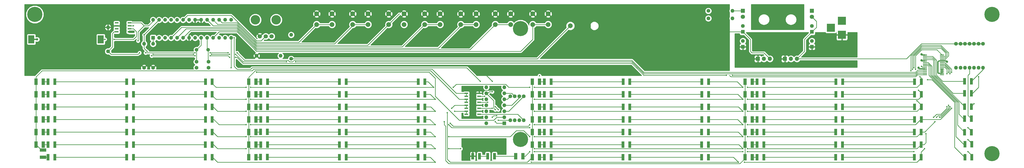
<source format=gtl>
G04 #@! TF.FileFunction,Copper,L1,Top,Signal*
%FSLAX46Y46*%
G04 Gerber Fmt 4.6, Leading zero omitted, Abs format (unit mm)*
G04 Created by KiCad (PCBNEW 4.0.7) date 05/05/18 13:58:15*
%MOMM*%
%LPD*%
G01*
G04 APERTURE LIST*
%ADD10C,0.100000*%
%ADD11R,1.220000X2.700000*%
%ADD12R,1.395000X2.700000*%
%ADD13C,1.600000*%
%ADD14O,1.600000X1.600000*%
%ADD15C,1.500000*%
%ADD16R,2.540000X3.510000*%
%ADD17R,1.600000X1.600000*%
%ADD18R,3.500000X3.500000*%
%ADD19R,2.700000X1.395000*%
%ADD20R,1.800000X1.800000*%
%ADD21O,1.800000X1.800000*%
%ADD22R,1.550000X0.600000*%
%ADD23C,1.800000*%
%ADD24R,1.500000X0.600000*%
%ADD25R,1.750000X0.450000*%
%ADD26C,6.400000*%
%ADD27C,0.800000*%
%ADD28C,2.000000*%
%ADD29C,4.000000*%
%ADD30R,2.000000X2.000000*%
%ADD31C,0.600000*%
%ADD32C,1.000000*%
%ADD33C,0.500000*%
%ADD34C,1.000000*%
%ADD35C,0.250000*%
%ADD36C,0.254000*%
G04 APERTURE END LIST*
D10*
D11*
X416570000Y-230500000D03*
X419430000Y-230500000D03*
D12*
X236517500Y-209333333D03*
X233482500Y-209333333D03*
D11*
X31430000Y-204000000D03*
X28570000Y-204000000D03*
X31430000Y-209333333D03*
X28570000Y-209333333D03*
X31430000Y-214666666D03*
X28570000Y-214666666D03*
X31496000Y-219964000D03*
X28636000Y-219964000D03*
X31430000Y-225333332D03*
X28570000Y-225333332D03*
X31430000Y-230666665D03*
X28570000Y-230666665D03*
X31430000Y-236000000D03*
X28570000Y-236000000D03*
X64749250Y-204038000D03*
X61889250Y-204038000D03*
X64749250Y-209371333D03*
X61889250Y-209371333D03*
X64737500Y-214668000D03*
X61877500Y-214668000D03*
X64749250Y-220037999D03*
X61889250Y-220037999D03*
X64738000Y-225371332D03*
X61878000Y-225371332D03*
X64738000Y-230704665D03*
X61878000Y-230704665D03*
X64738000Y-236038000D03*
X61878000Y-236038000D03*
X98045000Y-204000000D03*
X95185000Y-204000000D03*
X98045000Y-209333333D03*
X95185000Y-209333333D03*
X98045000Y-214666666D03*
X95185000Y-214666666D03*
X98045000Y-219999999D03*
X95185000Y-219999999D03*
X98000000Y-225333332D03*
X95140000Y-225333332D03*
X98000000Y-230666665D03*
X95140000Y-230666665D03*
X98000000Y-236000000D03*
X95140000Y-236000000D03*
X121430000Y-204000000D03*
X118570000Y-204000000D03*
X121430000Y-209333333D03*
X118570000Y-209333333D03*
X121430000Y-214666666D03*
X118570000Y-214666666D03*
X121430000Y-219999999D03*
X118570000Y-219999999D03*
X121384000Y-225298000D03*
X118524000Y-225298000D03*
X121430000Y-230666665D03*
X118570000Y-230666665D03*
X121384000Y-235966000D03*
X118524000Y-235966000D03*
X154737500Y-204000000D03*
X151877500Y-204000000D03*
X154737500Y-209333333D03*
X151877500Y-209333333D03*
X154737500Y-214666666D03*
X151877500Y-214666666D03*
X154737500Y-219999999D03*
X151877500Y-219999999D03*
X154715000Y-225333332D03*
X151855000Y-225333332D03*
X154715000Y-230666665D03*
X151855000Y-230666665D03*
X154715000Y-236000000D03*
X151855000Y-236000000D03*
X188045000Y-204000000D03*
X185185000Y-204000000D03*
X188045000Y-209333333D03*
X185185000Y-209333333D03*
X188045000Y-214666666D03*
X185185000Y-214666666D03*
X188045000Y-219999999D03*
X185185000Y-219999999D03*
X188000000Y-225333332D03*
X185140000Y-225333332D03*
X188000000Y-230666665D03*
X185140000Y-230666665D03*
X188000000Y-236000000D03*
X185140000Y-236000000D03*
X217490000Y-235585000D03*
X214630000Y-235585000D03*
X211140000Y-235585000D03*
X208280000Y-235585000D03*
X241430000Y-204000000D03*
X238570000Y-204000000D03*
X241430000Y-209333333D03*
X238570000Y-209333333D03*
X241430000Y-214666666D03*
X238570000Y-214666666D03*
X241430000Y-219999999D03*
X238570000Y-219999999D03*
X241430000Y-225333332D03*
X238570000Y-225333332D03*
X241430000Y-230666665D03*
X238570000Y-230666665D03*
X241429998Y-235999998D03*
X238569998Y-235999998D03*
X274737500Y-204000000D03*
X271877500Y-204000000D03*
X274737500Y-209333333D03*
X271877500Y-209333333D03*
X274737500Y-214666666D03*
X271877500Y-214666666D03*
X274737500Y-219999999D03*
X271877500Y-219999999D03*
X274715000Y-225333332D03*
X271855000Y-225333332D03*
X274715000Y-230666665D03*
X271855000Y-230666665D03*
X274715000Y-236000000D03*
X271855000Y-236000000D03*
X308045000Y-204000000D03*
X305185000Y-204000000D03*
X308045000Y-209333333D03*
X305185000Y-209333333D03*
X308045000Y-214666666D03*
X305185000Y-214666666D03*
X308045000Y-219999999D03*
X305185000Y-219999999D03*
X308000000Y-225333332D03*
X305140000Y-225333332D03*
X308000000Y-230666665D03*
X305140000Y-230666665D03*
X308000000Y-236000000D03*
X305140000Y-236000000D03*
X331430000Y-204000000D03*
X328570000Y-204000000D03*
X331430000Y-209333333D03*
X328570000Y-209333333D03*
X331430000Y-214666666D03*
X328570000Y-214666666D03*
X331430000Y-219999999D03*
X328570000Y-219999999D03*
X331430000Y-225333332D03*
X328570000Y-225333332D03*
X331430000Y-230666665D03*
X328570000Y-230666665D03*
X331430000Y-236000000D03*
X328570000Y-236000000D03*
X364810000Y-204000000D03*
X361950000Y-204000000D03*
X364737500Y-209333333D03*
X361877500Y-209333333D03*
X364737500Y-214666666D03*
X361877500Y-214666666D03*
X364737500Y-219999999D03*
X361877500Y-219999999D03*
X364715000Y-225333332D03*
X361855000Y-225333332D03*
X364715000Y-230666665D03*
X361855000Y-230666665D03*
X364715000Y-236000000D03*
X361855000Y-236000000D03*
X398045000Y-204000000D03*
X395185000Y-204000000D03*
X398045000Y-209333333D03*
X395185000Y-209333333D03*
X398045000Y-214666666D03*
X395185000Y-214666666D03*
X398045000Y-219999999D03*
X395185000Y-219999999D03*
X398000000Y-225333332D03*
X395140000Y-225333332D03*
X398000000Y-230666665D03*
X395140000Y-230666665D03*
X398000000Y-236000000D03*
X395140000Y-236000000D03*
X416570000Y-236000000D03*
X419430000Y-236000000D03*
D13*
X131445000Y-194310000D03*
D14*
X131445000Y-184150000D03*
D12*
X236517501Y-204000000D03*
X233482501Y-204000000D03*
X236517500Y-214666666D03*
X233482500Y-214666666D03*
X236517500Y-219999999D03*
X233482500Y-219999999D03*
X236517500Y-225333332D03*
X233482500Y-225333332D03*
X236517500Y-230666665D03*
X233482500Y-230666665D03*
X236517500Y-235999998D03*
X233482500Y-235999998D03*
X326517500Y-203999999D03*
X323482500Y-203999999D03*
X326517500Y-209333333D03*
X323482500Y-209333333D03*
X326517500Y-214666666D03*
X323482500Y-214666666D03*
X326517500Y-219999999D03*
X323482500Y-219999999D03*
X326517500Y-225333332D03*
X323482500Y-225333332D03*
X326517500Y-230666665D03*
X323482500Y-230666665D03*
X326517500Y-235999998D03*
X323482500Y-235999998D03*
D15*
X91440000Y-190500000D03*
X96320000Y-190500000D03*
D16*
X50875000Y-186055000D03*
X21515000Y-186055000D03*
D13*
X91440000Y-195580000D03*
X91440000Y-198080000D03*
X96520000Y-195580000D03*
X96520000Y-198080000D03*
D17*
X322580000Y-189230000D03*
D13*
X322580000Y-186730000D03*
D17*
X322580000Y-182880000D03*
D13*
X322580000Y-180380000D03*
D17*
X351790000Y-189230000D03*
D13*
X351790000Y-186730000D03*
D17*
X351790000Y-182880000D03*
D13*
X351790000Y-180380000D03*
D18*
X364490000Y-184150000D03*
X364490000Y-178150000D03*
X359790000Y-181150000D03*
D12*
X26517500Y-203999999D03*
X23482500Y-203999999D03*
X26517500Y-209333333D03*
X23482500Y-209333333D03*
X26517500Y-214666666D03*
X23482500Y-214666666D03*
X26517500Y-219999999D03*
X23482500Y-219999999D03*
X26517500Y-225333332D03*
X23482500Y-225333332D03*
X26517500Y-230666665D03*
X23482500Y-230666665D03*
D19*
X26500000Y-236017500D03*
X26500000Y-232982500D03*
D12*
X116517500Y-204000000D03*
X113482500Y-204000000D03*
X116517500Y-209333333D03*
X113482500Y-209333333D03*
X116517500Y-214666666D03*
X113482500Y-214666666D03*
X116517500Y-219999999D03*
X113482500Y-219999999D03*
X116517500Y-225333332D03*
X113482500Y-225333332D03*
X116517500Y-230666665D03*
X113482500Y-230666665D03*
X116517500Y-235999998D03*
X113482500Y-235999998D03*
D13*
X307975000Y-173990000D03*
D14*
X318135000Y-173990000D03*
D17*
X73025000Y-185420000D03*
D14*
X106045000Y-177800000D03*
X75565000Y-185420000D03*
X103505000Y-177800000D03*
X78105000Y-185420000D03*
X100965000Y-177800000D03*
X80645000Y-185420000D03*
X98425000Y-177800000D03*
X83185000Y-185420000D03*
X95885000Y-177800000D03*
X85725000Y-185420000D03*
X93345000Y-177800000D03*
X88265000Y-185420000D03*
X90805000Y-177800000D03*
X90805000Y-185420000D03*
X88265000Y-177800000D03*
X93345000Y-185420000D03*
X85725000Y-177800000D03*
X95885000Y-185420000D03*
X83185000Y-177800000D03*
X98425000Y-185420000D03*
X80645000Y-177800000D03*
X100965000Y-185420000D03*
X78105000Y-177800000D03*
X103505000Y-185420000D03*
X75565000Y-177800000D03*
X106045000Y-185420000D03*
X73025000Y-177800000D03*
D20*
X328930000Y-194310000D03*
D21*
X331470000Y-194310000D03*
X334010000Y-194310000D03*
D20*
X340360000Y-194310000D03*
D21*
X342900000Y-194310000D03*
X345440000Y-194310000D03*
D22*
X57625000Y-179070000D03*
X57625000Y-180340000D03*
X57625000Y-181610000D03*
X57625000Y-182880000D03*
X63025000Y-182880000D03*
X63025000Y-181610000D03*
X63025000Y-180340000D03*
X63025000Y-179070000D03*
D20*
X351790000Y-173990000D03*
D23*
X351790000Y-176530000D03*
D13*
X53975000Y-191135000D03*
D14*
X53975000Y-180975000D03*
D13*
X307975000Y-177165000D03*
D14*
X318135000Y-177165000D03*
D20*
X322580000Y-173990000D03*
D23*
X322580000Y-176530000D03*
D24*
X205580000Y-208915000D03*
X205580000Y-210185000D03*
X205580000Y-211455000D03*
X205580000Y-212725000D03*
X205580000Y-213995000D03*
X205580000Y-215265000D03*
X205580000Y-216535000D03*
X205580000Y-217805000D03*
X210980000Y-217805000D03*
X210980000Y-216535000D03*
X210980000Y-215265000D03*
X210980000Y-213995000D03*
X210980000Y-212725000D03*
X210980000Y-211455000D03*
X210980000Y-210185000D03*
X210980000Y-208915000D03*
D12*
X226447500Y-235585000D03*
X229482500Y-235585000D03*
D17*
X221615000Y-221615000D03*
D14*
X213995000Y-206375000D03*
X221615000Y-219075000D03*
X213995000Y-208915000D03*
X221615000Y-216535000D03*
X213995000Y-211455000D03*
X221615000Y-213995000D03*
X213995000Y-213995000D03*
X221615000Y-211455000D03*
X213995000Y-216535000D03*
X221615000Y-208915000D03*
X213995000Y-219075000D03*
X221615000Y-206375000D03*
X213995000Y-221615000D03*
D13*
X226060000Y-210185000D03*
D14*
X226060000Y-220345000D03*
D13*
X224155000Y-210185000D03*
D14*
X224155000Y-220345000D03*
D13*
X227965000Y-210185000D03*
D14*
X227965000Y-220345000D03*
D13*
X229870000Y-210185000D03*
D14*
X229870000Y-220345000D03*
D11*
X416400000Y-225425000D03*
X419260000Y-225425000D03*
X416400000Y-219710000D03*
X419260000Y-219710000D03*
X416400000Y-214630000D03*
X419260000Y-214630000D03*
X416400000Y-208915000D03*
X419260000Y-208915000D03*
X416400000Y-203835000D03*
X419260000Y-203835000D03*
D13*
X412750000Y-187960000D03*
D14*
X412750000Y-198120000D03*
D13*
X414655000Y-187960000D03*
D14*
X414655000Y-198120000D03*
D13*
X416560000Y-187960000D03*
D14*
X416560000Y-198120000D03*
D13*
X418465000Y-187960000D03*
D14*
X418465000Y-198120000D03*
D13*
X420370000Y-187960000D03*
D14*
X420370000Y-198120000D03*
D13*
X422275000Y-187960000D03*
D14*
X422275000Y-198120000D03*
D13*
X424180000Y-187960000D03*
D14*
X424180000Y-198120000D03*
D25*
X406825000Y-201075000D03*
X406825000Y-200425000D03*
X406825000Y-199775000D03*
X406825000Y-199125000D03*
X406825000Y-198475000D03*
X406825000Y-197825000D03*
X406825000Y-197175000D03*
X406825000Y-196525000D03*
X406825000Y-195875000D03*
X406825000Y-195225000D03*
X406825000Y-194575000D03*
X406825000Y-193925000D03*
X406825000Y-193275000D03*
X406825000Y-192625000D03*
X399625000Y-192625000D03*
X399625000Y-193275000D03*
X399625000Y-193925000D03*
X399625000Y-194575000D03*
X399625000Y-195225000D03*
X399625000Y-195875000D03*
X399625000Y-196525000D03*
X399625000Y-197175000D03*
X399625000Y-197825000D03*
X399625000Y-198475000D03*
X399625000Y-199125000D03*
X399625000Y-199775000D03*
X399625000Y-200425000D03*
X399625000Y-201075000D03*
D13*
X116840000Y-193040000D03*
D14*
X127000000Y-193040000D03*
D13*
X69215000Y-198120000D03*
D14*
X69215000Y-187960000D03*
D13*
X73025000Y-198120000D03*
D14*
X73025000Y-187960000D03*
D26*
X228500000Y-228500000D03*
D27*
X230900000Y-228500000D03*
X230197056Y-230197056D03*
X228500000Y-230900000D03*
X226802944Y-230197056D03*
X226100000Y-228500000D03*
X226802944Y-226802944D03*
X228500000Y-226100000D03*
X230197056Y-226802944D03*
D26*
X228500000Y-181500000D03*
D27*
X230900000Y-181500000D03*
X230197056Y-183197056D03*
X228500000Y-183900000D03*
X226802944Y-183197056D03*
X226100000Y-181500000D03*
X226802944Y-179802944D03*
X228500000Y-179100000D03*
X230197056Y-179802944D03*
D26*
X23000000Y-175500000D03*
D27*
X25400000Y-175500000D03*
X24697056Y-177197056D03*
X23000000Y-177900000D03*
X21302944Y-177197056D03*
X20600000Y-175500000D03*
X21302944Y-173802944D03*
X23000000Y-173100000D03*
X24697056Y-173802944D03*
D26*
X428000000Y-175500000D03*
D27*
X430400000Y-175500000D03*
X429697056Y-177197056D03*
X428000000Y-177900000D03*
X426302944Y-177197056D03*
X425600000Y-175500000D03*
X426302944Y-173802944D03*
X428000000Y-173100000D03*
X429697056Y-173802944D03*
D26*
X428000000Y-234500000D03*
D27*
X430400000Y-234500000D03*
X429697056Y-236197056D03*
X428000000Y-236900000D03*
X426302944Y-236197056D03*
X425600000Y-234500000D03*
X426302944Y-232802944D03*
X428000000Y-232100000D03*
X429697056Y-232802944D03*
D28*
X142240000Y-179760000D03*
X142240000Y-175260000D03*
X148740000Y-179760000D03*
X148740000Y-175260000D03*
X157480000Y-179760000D03*
X157480000Y-175260000D03*
X163980000Y-179760000D03*
X163980000Y-175260000D03*
X172720000Y-179760000D03*
X172720000Y-175260000D03*
X179220000Y-179760000D03*
X179220000Y-175260000D03*
X187960000Y-179760000D03*
X187960000Y-175260000D03*
X194460000Y-179760000D03*
X194460000Y-175260000D03*
X203200000Y-179760000D03*
X203200000Y-175260000D03*
X209700000Y-179760000D03*
X209700000Y-175260000D03*
X217805000Y-179760000D03*
X217805000Y-175260000D03*
X224305000Y-179760000D03*
X224305000Y-175260000D03*
X233680000Y-179760000D03*
X233680000Y-175260000D03*
X240180000Y-179760000D03*
X240180000Y-175260000D03*
D23*
X118190000Y-184785000D03*
X120690000Y-184785000D03*
X123190000Y-184785000D03*
D29*
X116290000Y-177785000D03*
X125090000Y-177785000D03*
D30*
X257155000Y-180340000D03*
D28*
X249555000Y-180340000D03*
D31*
X236500000Y-201500000D03*
D32*
X396875000Y-198120000D03*
X398145000Y-194945000D03*
X398145000Y-192405000D03*
X408940000Y-195580000D03*
X23945000Y-186055000D03*
X64770000Y-182880000D03*
D31*
X52705000Y-186055000D03*
X56515000Y-186055000D03*
X394970000Y-198120000D03*
X397510000Y-201930000D03*
X234315000Y-206375000D03*
X232410000Y-206375000D03*
X112395000Y-206375000D03*
X114300000Y-206375000D03*
X191770000Y-206375000D03*
X200025000Y-206375000D03*
X322580000Y-206375000D03*
X324485000Y-206375000D03*
X394335000Y-198755000D03*
X396875000Y-207645000D03*
X234315000Y-211455000D03*
X192405000Y-211455000D03*
X114300000Y-211455000D03*
X112395000Y-211455000D03*
X322580000Y-211455000D03*
X324485000Y-211455000D03*
X393700000Y-199390000D03*
X396240000Y-212090000D03*
X234315000Y-216535000D03*
X198755000Y-221615000D03*
X192405000Y-216535000D03*
X232410000Y-222250000D03*
X112395000Y-216535000D03*
X114300000Y-216535000D03*
X322580000Y-216535000D03*
X324485000Y-216535000D03*
X410845000Y-200025000D03*
X410845000Y-215265000D03*
X232410000Y-223520000D03*
X192405000Y-222250000D03*
X198120000Y-222250000D03*
X234315000Y-222250000D03*
X322580000Y-222250000D03*
X324485000Y-222250000D03*
X114300000Y-222250000D03*
X112395000Y-222250000D03*
X232410000Y-227330000D03*
X234315000Y-227330000D03*
X198120000Y-227330000D03*
X192405000Y-227330000D03*
X405765000Y-219075000D03*
X403860000Y-220980000D03*
X410210000Y-200660000D03*
X410210000Y-214630000D03*
X112395000Y-227330000D03*
X114300000Y-227330000D03*
X322580000Y-227330000D03*
X324485000Y-227330000D03*
X400050000Y-226060000D03*
X404495000Y-219075000D03*
X409575000Y-213995000D03*
X409575000Y-200025000D03*
X112395000Y-232410000D03*
X114300000Y-232410000D03*
X192405000Y-232410000D03*
X198120000Y-232410000D03*
X203200000Y-232410000D03*
X234315000Y-232410000D03*
X322580000Y-232410000D03*
X324485000Y-232410000D03*
X399415000Y-232410000D03*
X403225000Y-219075000D03*
X408940000Y-200660000D03*
X408940000Y-214630000D03*
X192405000Y-238125000D03*
X233045000Y-238125000D03*
X320675000Y-238125000D03*
X323215000Y-238125000D03*
X216535000Y-203835000D03*
X216535000Y-208280000D03*
X217805000Y-215900000D03*
X218440000Y-218440000D03*
X216535000Y-219075000D03*
X217805000Y-220980000D03*
X219710000Y-206375000D03*
X417830000Y-233680000D03*
X234315000Y-233680000D03*
X232410000Y-233680000D03*
X324485000Y-233680000D03*
X322580000Y-233680000D03*
X394970000Y-233680000D03*
X395605000Y-198755000D03*
X197485000Y-217170000D03*
X199390000Y-215265000D03*
X196215000Y-220980000D03*
X200660000Y-216535000D03*
X211455000Y-203835000D03*
X107315000Y-185420000D03*
X116840000Y-200025000D03*
X106045000Y-198120000D03*
X108585000Y-191770000D03*
X104775000Y-191770000D03*
X97155000Y-191770000D03*
X90805000Y-191770000D03*
X69850000Y-191770000D03*
X67310000Y-191770000D03*
X417830000Y-228600000D03*
X216535000Y-215265000D03*
X214630000Y-212725000D03*
X219075000Y-220345000D03*
X219075000Y-215900000D03*
X217805000Y-214630000D03*
X213360000Y-210185000D03*
X400685000Y-203200000D03*
X398145000Y-197485000D03*
X417830000Y-223520000D03*
X420370000Y-213360000D03*
X422275000Y-201930000D03*
X70485000Y-191135000D03*
X64770000Y-180340000D03*
X69215000Y-184150000D03*
X315595000Y-201295000D03*
X107950000Y-193675000D03*
X105410000Y-193675000D03*
X97155000Y-193040000D03*
X90805000Y-193040000D03*
X72390000Y-193040000D03*
X318135000Y-201295000D03*
X73025000Y-192405000D03*
X90170000Y-192405000D03*
X97790000Y-192405000D03*
X105410000Y-192405000D03*
X107950000Y-192405000D03*
X129540000Y-195580000D03*
X133350000Y-195580000D03*
X66675000Y-186690000D03*
D33*
X405130000Y-200025000D02*
X405130000Y-195580000D01*
X405365000Y-200425000D02*
X405130000Y-200190000D01*
X405130000Y-200190000D02*
X405130000Y-200025000D01*
X406825000Y-200425000D02*
X405365000Y-200425000D01*
X405485000Y-195225000D02*
X406825000Y-195225000D01*
X405130000Y-195580000D02*
X405485000Y-195225000D01*
X396875000Y-198120000D02*
X397230000Y-198475000D01*
X397230000Y-198475000D02*
X399625000Y-198475000D01*
X398145000Y-194945000D02*
X398425000Y-195225000D01*
X398425000Y-195225000D02*
X399625000Y-195225000D01*
X398145000Y-192405000D02*
X398365000Y-192625000D01*
X398365000Y-192625000D02*
X399625000Y-192625000D01*
X406825000Y-195225000D02*
X408585000Y-195225000D01*
X408585000Y-195225000D02*
X408940000Y-195580000D01*
X406825000Y-198475000D02*
X406825000Y-199125000D01*
X406825000Y-199125000D02*
X406825000Y-199775000D01*
X406825000Y-199775000D02*
X406825000Y-200425000D01*
X23945000Y-186055000D02*
X24000000Y-186000000D01*
X21515000Y-186055000D02*
X23945000Y-186055000D01*
D34*
X63025000Y-182880000D02*
X64770000Y-182880000D01*
D35*
X213995000Y-210820000D02*
X213995000Y-211455000D01*
X63025000Y-181610000D02*
X64770000Y-181610000D01*
X52705000Y-186055000D02*
X50875000Y-186055000D01*
X64770000Y-186055000D02*
X56515000Y-186055000D01*
X66040000Y-184785000D02*
X64770000Y-186055000D01*
X66040000Y-182880000D02*
X66040000Y-184785000D01*
X64770000Y-181610000D02*
X66040000Y-182880000D01*
X31430000Y-204000000D02*
X61851250Y-204000000D01*
X61851250Y-204000000D02*
X61889250Y-204038000D01*
X28570000Y-204000000D02*
X26517501Y-204000000D01*
X61889250Y-209371333D02*
X31468000Y-209371333D01*
X31468000Y-209371333D02*
X31430000Y-209333333D01*
X31430000Y-214666666D02*
X61876166Y-214666666D01*
X61876166Y-214666666D02*
X61877500Y-214668000D01*
X61889250Y-220037999D02*
X31569999Y-220037999D01*
X31569999Y-220037999D02*
X31496000Y-219964000D01*
X26517500Y-230666665D02*
X28570000Y-230666665D01*
X64749250Y-209371333D02*
X95147000Y-209371333D01*
X95147000Y-209371333D02*
X95185000Y-209333333D01*
X95185000Y-214666666D02*
X64738834Y-214666666D01*
X64738834Y-214666666D02*
X64737500Y-214668000D01*
X64749250Y-220037999D02*
X95147000Y-220037999D01*
X95147000Y-220037999D02*
X95185000Y-219999999D01*
X95140000Y-225333332D02*
X64776000Y-225333332D01*
X64776000Y-225333332D02*
X64738000Y-225371332D01*
X64738000Y-230704665D02*
X95102000Y-230704665D01*
X95102000Y-230704665D02*
X95140000Y-230666665D01*
X95140000Y-236000000D02*
X64776000Y-236000000D01*
X64776000Y-236000000D02*
X64738000Y-236038000D01*
X398045000Y-202465000D02*
X397510000Y-201930000D01*
X397860002Y-190149998D02*
X398145000Y-189865000D01*
X398145000Y-189865000D02*
X405765000Y-189865000D01*
X405765000Y-189865000D02*
X406400000Y-189865000D01*
X406400000Y-189865000D02*
X407035000Y-190500000D01*
X394970000Y-197485000D02*
X394970000Y-193040000D01*
X394970000Y-198120000D02*
X394970000Y-197485000D01*
X394970000Y-193040000D02*
X397860002Y-190149998D01*
X398045000Y-204000000D02*
X398045000Y-202565000D01*
X398045000Y-202565000D02*
X398045000Y-202465000D01*
X408070000Y-193275000D02*
X406825000Y-193275000D01*
X407035000Y-190500000D02*
X408305000Y-191770000D01*
X408305000Y-191770000D02*
X408305000Y-193040000D01*
X408305000Y-193040000D02*
X408070000Y-193275000D01*
X406684998Y-190149998D02*
X407035000Y-190500000D01*
X224155000Y-206375000D02*
X223520000Y-206375000D01*
X322580000Y-206375000D02*
X234315000Y-206375000D01*
X224155000Y-206375000D02*
X232410000Y-206375000D01*
X201295000Y-205105000D02*
X200025000Y-206375000D01*
X222250000Y-205105000D02*
X201295000Y-205105000D01*
X223520000Y-206375000D02*
X222250000Y-205105000D01*
X308045000Y-204000000D02*
X320205000Y-204000000D01*
X320205000Y-204000000D02*
X322580000Y-206375000D01*
X188045000Y-204000000D02*
X189395000Y-204000000D01*
X189395000Y-204000000D02*
X191770000Y-206375000D01*
X398045000Y-204000000D02*
X398045000Y-204570000D01*
X398045000Y-204570000D02*
X396240000Y-206375000D01*
X98045000Y-204000000D02*
X98045000Y-204725000D01*
X98045000Y-204725000D02*
X99695000Y-206375000D01*
X99695000Y-206375000D02*
X112395000Y-206375000D01*
X114300000Y-206375000D02*
X191770000Y-206375000D01*
X324485000Y-206375000D02*
X396240000Y-206375000D01*
X396875000Y-207645000D02*
X398045000Y-208815000D01*
X394335000Y-197485000D02*
X394335000Y-193040000D01*
X394335000Y-197485000D02*
X394335000Y-198755000D01*
X408055000Y-193925000D02*
X406825000Y-193925000D01*
X408940000Y-193040000D02*
X408055000Y-193925000D01*
X408940000Y-191770000D02*
X408940000Y-193040000D01*
X406400000Y-189230000D02*
X408940000Y-191770000D01*
X398145000Y-189230000D02*
X406400000Y-189230000D01*
X394335000Y-193040000D02*
X398145000Y-189230000D01*
X234315000Y-211455000D02*
X322580000Y-211455000D01*
X188045000Y-209333333D02*
X190283333Y-209333333D01*
X190283333Y-209333333D02*
X192405000Y-211455000D01*
X308045000Y-209333333D02*
X320458333Y-209333333D01*
X320458333Y-209333333D02*
X322580000Y-211455000D01*
X98045000Y-209333333D02*
X98045000Y-209805000D01*
X98045000Y-209805000D02*
X99695000Y-211455000D01*
X114300000Y-211455000D02*
X192405000Y-211455000D01*
X99695000Y-211455000D02*
X112395000Y-211455000D01*
X324485000Y-211455000D02*
X395605000Y-211455000D01*
X395605000Y-211455000D02*
X396875000Y-211455000D01*
X396875000Y-211455000D02*
X398045000Y-210285000D01*
X398045000Y-210285000D02*
X398045000Y-209333333D01*
X398045000Y-208815000D02*
X398045000Y-209333333D01*
X393700000Y-197485000D02*
X393700000Y-199390000D01*
X393700000Y-197485000D02*
X393700000Y-193040000D01*
X393700000Y-193040000D02*
X398145000Y-188595000D01*
X398145000Y-188595000D02*
X406400000Y-188595000D01*
X406400000Y-188595000D02*
X409575000Y-191770000D01*
X409575000Y-191770000D02*
X409575000Y-193040000D01*
X409575000Y-193040000D02*
X408040000Y-194575000D01*
X406825000Y-194575000D02*
X408040000Y-194575000D01*
X396240000Y-212090000D02*
X398045000Y-213895000D01*
X229870000Y-222885000D02*
X231775000Y-222885000D01*
X322580000Y-216535000D02*
X234315000Y-216535000D01*
X198755000Y-221615000D02*
X200025000Y-222885000D01*
X200025000Y-222885000D02*
X229870000Y-222885000D01*
X231775000Y-222885000D02*
X232410000Y-222250000D01*
X188045000Y-214666666D02*
X190536666Y-214666666D01*
X190536666Y-214666666D02*
X192405000Y-216535000D01*
X308045000Y-214666666D02*
X320711666Y-214666666D01*
X320711666Y-214666666D02*
X322580000Y-216535000D01*
X98045000Y-214666666D02*
X98461666Y-214666666D01*
X98461666Y-214666666D02*
X100330000Y-216535000D01*
X100330000Y-216535000D02*
X112395000Y-216535000D01*
X114300000Y-216535000D02*
X165735000Y-216535000D01*
X165735000Y-216535000D02*
X192405000Y-216535000D01*
X324485000Y-216535000D02*
X396240000Y-216535000D01*
X396240000Y-216535000D02*
X398045000Y-214730000D01*
X398045000Y-214730000D02*
X398045000Y-214666666D01*
X398045000Y-213895000D02*
X398045000Y-214666666D01*
X410845000Y-200025000D02*
X410845000Y-198755000D01*
X410845000Y-198755000D02*
X407965000Y-195875000D01*
X406825000Y-195875000D02*
X407965000Y-195875000D01*
X406110001Y-219999999D02*
X398045000Y-219999999D01*
X410845000Y-215265000D02*
X406110001Y-219999999D01*
X231140000Y-223520000D02*
X232410000Y-223520000D01*
X198120000Y-222250000D02*
X199390000Y-223520000D01*
X199390000Y-223520000D02*
X231140000Y-223520000D01*
X234315000Y-222250000D02*
X322580000Y-222250000D01*
X188045000Y-219999999D02*
X190154999Y-219999999D01*
X190154999Y-219999999D02*
X192405000Y-222250000D01*
X308045000Y-219999999D02*
X320329999Y-219999999D01*
X320329999Y-219999999D02*
X322580000Y-222250000D01*
X98045000Y-219999999D02*
X98714999Y-219999999D01*
X395605000Y-222250000D02*
X397855001Y-219999999D01*
X324485000Y-222250000D02*
X395605000Y-222250000D01*
X114300000Y-222250000D02*
X192405000Y-222250000D01*
X100965000Y-222250000D02*
X112395000Y-222250000D01*
X98714999Y-219999999D02*
X100965000Y-222250000D01*
X397855001Y-219999999D02*
X398045000Y-219999999D01*
X226695000Y-224790000D02*
X229870000Y-224790000D01*
X232410000Y-227330000D02*
X229870000Y-224790000D01*
X322580000Y-227330000D02*
X234315000Y-227330000D01*
X224155000Y-227330000D02*
X198120000Y-227330000D01*
X226695000Y-224790000D02*
X224155000Y-227330000D01*
X410210000Y-215265000D02*
X410210000Y-214630000D01*
X410210000Y-198755000D02*
X407980000Y-196525000D01*
X406825000Y-196525000D02*
X407980000Y-196525000D01*
X410210000Y-215265000D02*
X406400000Y-219075000D01*
X406400000Y-219075000D02*
X405765000Y-219075000D01*
X399506668Y-225333332D02*
X398000000Y-225333332D01*
X403860000Y-220980000D02*
X399506668Y-225333332D01*
X410210000Y-200660000D02*
X410210000Y-198755000D01*
X189230000Y-225333332D02*
X190408332Y-225333332D01*
X190408332Y-225333332D02*
X192405000Y-227330000D01*
X308000000Y-225333332D02*
X320583332Y-225333332D01*
X320583332Y-225333332D02*
X322580000Y-227330000D01*
X98000000Y-225333332D02*
X98333332Y-225333332D01*
X98333332Y-225333332D02*
X100330000Y-227330000D01*
X100330000Y-227330000D02*
X112395000Y-227330000D01*
X114300000Y-227330000D02*
X192405000Y-227330000D01*
X324485000Y-227330000D02*
X396240000Y-227330000D01*
X396240000Y-227330000D02*
X398000000Y-225570000D01*
X398000000Y-225570000D02*
X398000000Y-225333332D01*
X188000000Y-225333332D02*
X189230000Y-225333332D01*
X189230000Y-225333332D02*
X189333332Y-225333332D01*
X409575000Y-198755000D02*
X409575000Y-200025000D01*
X409575000Y-198755000D02*
X407995000Y-197175000D01*
X406825000Y-197175000D02*
X407995000Y-197175000D01*
X409575000Y-215265000D02*
X406400000Y-218440000D01*
X406400000Y-218440000D02*
X405130000Y-218440000D01*
X405130000Y-218440000D02*
X404495000Y-219075000D01*
X399253335Y-230666665D02*
X398000000Y-230666665D01*
X400050000Y-229870000D02*
X399253335Y-230666665D01*
X400050000Y-226060000D02*
X400050000Y-229870000D01*
X409575000Y-213995000D02*
X409575000Y-215265000D01*
X189666665Y-230666665D02*
X190661665Y-230666665D01*
X188000000Y-230666665D02*
X189666665Y-230666665D01*
X190661665Y-230666665D02*
X192405000Y-232410000D01*
X308000000Y-230666665D02*
X320836665Y-230666665D01*
X320836665Y-230666665D02*
X322580000Y-232410000D01*
X98000000Y-230666665D02*
X98586665Y-230666665D01*
X98586665Y-230666665D02*
X100330000Y-232410000D01*
X100330000Y-232410000D02*
X112395000Y-232410000D01*
X114300000Y-232410000D02*
X191770000Y-232410000D01*
X191770000Y-232410000D02*
X192405000Y-232410000D01*
X198120000Y-232410000D02*
X203200000Y-232410000D01*
X234315000Y-232410000D02*
X322580000Y-232410000D01*
X324485000Y-232410000D02*
X396240000Y-232410000D01*
X396240000Y-232410000D02*
X397983335Y-230666665D01*
X397983335Y-230666665D02*
X398000000Y-230666665D01*
X408940000Y-215265000D02*
X408940000Y-214630000D01*
X408940000Y-198755000D02*
X408010000Y-197825000D01*
X406825000Y-197825000D02*
X408010000Y-197825000D01*
X408940000Y-215265000D02*
X406400000Y-217805000D01*
X406400000Y-217805000D02*
X404495000Y-217805000D01*
X404495000Y-217805000D02*
X403225000Y-219075000D01*
X398000000Y-233825000D02*
X398000000Y-236000000D01*
X399415000Y-232410000D02*
X398000000Y-233825000D01*
X408940000Y-200660000D02*
X408940000Y-198755000D01*
X188000000Y-236000000D02*
X190280000Y-236000000D01*
X190280000Y-236000000D02*
X192405000Y-238125000D01*
X308000000Y-236000000D02*
X318550000Y-236000000D01*
X318550000Y-236000000D02*
X320675000Y-238125000D01*
X98000000Y-236000000D02*
X98205000Y-236000000D01*
X98205000Y-236000000D02*
X100330000Y-238125000D01*
X100330000Y-238125000D02*
X192405000Y-238125000D01*
X233045000Y-238125000D02*
X320675000Y-238125000D01*
X323215000Y-238125000D02*
X396240000Y-238125000D01*
X396240000Y-238125000D02*
X398000000Y-236365000D01*
X398000000Y-236365000D02*
X398000000Y-236000000D01*
X151877500Y-204000000D02*
X121430000Y-204000000D01*
X121430000Y-209333333D02*
X151877500Y-209333333D01*
X151877500Y-214666666D02*
X151017500Y-214666666D01*
X151017500Y-214666666D02*
X121430000Y-214666666D01*
X121430000Y-219999999D02*
X151877500Y-219999999D01*
X151855000Y-225333332D02*
X121419332Y-225333332D01*
X121419332Y-225333332D02*
X121384000Y-225298000D01*
X121430000Y-230666665D02*
X151855000Y-230666665D01*
X151855000Y-236000000D02*
X121418000Y-236000000D01*
X121418000Y-236000000D02*
X121384000Y-235966000D01*
X185185000Y-204000000D02*
X184325000Y-204000000D01*
X184325000Y-204000000D02*
X154737500Y-204000000D01*
X154737500Y-209333333D02*
X185185000Y-209333333D01*
X185185000Y-214666666D02*
X184325000Y-214666666D01*
X184325000Y-214666666D02*
X154737500Y-214666666D01*
X154737500Y-219999999D02*
X185185000Y-219999999D01*
X185140000Y-225333332D02*
X184280000Y-225333332D01*
X184280000Y-225333332D02*
X154715000Y-225333332D01*
X185140000Y-230666665D02*
X184280000Y-230666665D01*
X184280000Y-230666665D02*
X154715000Y-230666665D01*
X185140000Y-236000000D02*
X154715000Y-236000000D01*
X217490000Y-235585000D02*
X226447500Y-235585000D01*
X271877500Y-204000000D02*
X241430000Y-204000000D01*
X241430000Y-209333333D02*
X271877500Y-209333333D01*
X271877500Y-214666666D02*
X271017500Y-214666666D01*
X271017500Y-214666666D02*
X241430000Y-214666666D01*
X241430000Y-219999999D02*
X271877500Y-219999999D01*
X271855000Y-225333332D02*
X241430000Y-225333332D01*
X241430000Y-230666665D02*
X271855000Y-230666665D01*
X271855000Y-236000000D02*
X241430000Y-236000000D01*
X241430000Y-236000000D02*
X241429998Y-235999998D01*
X305185000Y-204000000D02*
X274737500Y-204000000D01*
X274737500Y-209333333D02*
X305185000Y-209333333D01*
X305185000Y-214666666D02*
X304325000Y-214666666D01*
X304325000Y-214666666D02*
X274737500Y-214666666D01*
X274737500Y-219999999D02*
X275597500Y-219999999D01*
X275597500Y-219999999D02*
X305185000Y-219999999D01*
X305140000Y-225333332D02*
X274715000Y-225333332D01*
X274715000Y-230666665D02*
X305140000Y-230666665D01*
X305140000Y-236000000D02*
X274715000Y-236000000D01*
X361950000Y-204000000D02*
X331430000Y-204000000D01*
X361877500Y-209333333D02*
X361017500Y-209333333D01*
X361017500Y-209333333D02*
X331430000Y-209333333D01*
X331430000Y-214666666D02*
X361877500Y-214666666D01*
X361877500Y-219999999D02*
X331430000Y-219999999D01*
X331430000Y-225333332D02*
X361855000Y-225333332D01*
X361855000Y-230666665D02*
X331430000Y-230666665D01*
X326517500Y-230666665D02*
X328570000Y-230666665D01*
X331430000Y-236000000D02*
X361855000Y-236000000D01*
X364810000Y-204000000D02*
X395185000Y-204000000D01*
X364737500Y-209333333D02*
X395185000Y-209333333D01*
X395185000Y-214666666D02*
X394325000Y-214666666D01*
X394325000Y-214666666D02*
X364737500Y-214666666D01*
X364737500Y-219999999D02*
X395185000Y-219999999D01*
X395140000Y-225333332D02*
X394280000Y-225333332D01*
X394280000Y-225333332D02*
X364715000Y-225333332D01*
X364715000Y-230666665D02*
X395140000Y-230666665D01*
X395140000Y-236000000D02*
X364715000Y-236000000D01*
X322580000Y-173990000D02*
X318135000Y-173990000D01*
X118570000Y-225333332D02*
X116517500Y-225333332D01*
X236517500Y-209333333D02*
X238570000Y-209333333D01*
X238569998Y-235999998D02*
X238570000Y-236000000D01*
X236517500Y-235999998D02*
X238569998Y-235999998D01*
X328570000Y-204000000D02*
X326517501Y-204000000D01*
X131445000Y-194310000D02*
X235585000Y-194310000D01*
X235585000Y-194310000D02*
X249555000Y-180340000D01*
X392430000Y-201930000D02*
X317500000Y-201930000D01*
X396460000Y-201075000D02*
X395605000Y-201930000D01*
X395605000Y-201930000D02*
X392430000Y-201930000D01*
X399625000Y-201075000D02*
X396460000Y-201075000D01*
X317500000Y-201930000D02*
X316865000Y-201295000D01*
X322580000Y-182880000D02*
X316230000Y-182880000D01*
X334010000Y-194310000D02*
X331470000Y-191770000D01*
X325755000Y-186055000D02*
X322580000Y-182880000D01*
X325755000Y-191135000D02*
X325755000Y-186055000D01*
X326390000Y-191770000D02*
X325755000Y-191135000D01*
X331470000Y-191770000D02*
X326390000Y-191770000D01*
X213995000Y-208915000D02*
X214630000Y-208915000D01*
X214630000Y-208915000D02*
X215265000Y-208280000D01*
X216535000Y-203835000D02*
X213360000Y-200660000D01*
X215265000Y-208280000D02*
X216535000Y-208280000D01*
X221615000Y-221615000D02*
X218440000Y-221615000D01*
X217170000Y-212090000D02*
X213995000Y-208915000D01*
X217170000Y-215265000D02*
X217170000Y-212090000D01*
X217805000Y-215900000D02*
X217170000Y-215265000D01*
X217170000Y-218440000D02*
X218440000Y-218440000D01*
X216535000Y-219075000D02*
X217170000Y-218440000D01*
X218440000Y-221615000D02*
X217805000Y-220980000D01*
X91440000Y-190500000D02*
X91440000Y-195580000D01*
X93345000Y-185420000D02*
X93345000Y-188595000D01*
X93345000Y-188595000D02*
X91440000Y-190500000D01*
X91500000Y-195520000D02*
X91440000Y-195580000D01*
X96320000Y-190500000D02*
X96320000Y-195380000D01*
X96320000Y-195380000D02*
X96520000Y-195580000D01*
X95885000Y-185420000D02*
X95885000Y-190065000D01*
X95885000Y-190065000D02*
X96320000Y-190500000D01*
X96380000Y-195440000D02*
X96520000Y-195580000D01*
X96360000Y-190480000D02*
X96380000Y-190500000D01*
X424180000Y-187960000D02*
X422275000Y-187960000D01*
X422275000Y-187960000D02*
X420370000Y-187960000D01*
X414655000Y-187960000D02*
X416560000Y-187960000D01*
X416560000Y-187960000D02*
X418465000Y-187960000D01*
X418465000Y-187960000D02*
X420370000Y-187960000D01*
X412750000Y-187960000D02*
X414655000Y-187960000D01*
X345440000Y-194310000D02*
X391795000Y-194310000D01*
X398145000Y-187960000D02*
X412750000Y-187960000D01*
X391795000Y-194310000D02*
X398145000Y-187960000D01*
X212090000Y-208915000D02*
X210980000Y-208915000D01*
X213360000Y-207645000D02*
X212090000Y-208915000D01*
X218440000Y-207645000D02*
X213360000Y-207645000D01*
X219710000Y-206375000D02*
X218440000Y-207645000D01*
X351790000Y-182880000D02*
X348615000Y-186055000D01*
X348615000Y-191135000D02*
X345440000Y-194310000D01*
X348615000Y-186055000D02*
X348615000Y-191135000D01*
X351790000Y-176530000D02*
X353695000Y-178435000D01*
X353695000Y-180975000D02*
X351790000Y-182880000D01*
X353695000Y-178435000D02*
X353695000Y-180975000D01*
X26517500Y-209333333D02*
X28570000Y-209333333D01*
X28570000Y-214666666D02*
X26517500Y-214666666D01*
X26517500Y-219999999D02*
X28570000Y-219999999D01*
X31430000Y-225333332D02*
X61840000Y-225333332D01*
X61840000Y-225333332D02*
X61878000Y-225371332D01*
X28570000Y-225333332D02*
X26517500Y-225333332D01*
X31430000Y-230666665D02*
X61840000Y-230666665D01*
X61840000Y-230666665D02*
X61878000Y-230704665D01*
X31430000Y-236000000D02*
X61840000Y-236000000D01*
X61840000Y-236000000D02*
X61878000Y-236038000D01*
X26500000Y-236017500D02*
X28552500Y-236017500D01*
X28552500Y-236017500D02*
X28570000Y-236000000D01*
X28552500Y-236017500D02*
X28570000Y-236000000D01*
X28569998Y-235999998D02*
X28570000Y-236000000D01*
X95185000Y-204000000D02*
X64787250Y-204000000D01*
X64787250Y-204000000D02*
X64749250Y-204038000D01*
X118570000Y-204000000D02*
X116517501Y-204000000D01*
X116517500Y-209333333D02*
X118570000Y-209333333D01*
X118570000Y-214666666D02*
X116517500Y-214666666D01*
X116517500Y-219999999D02*
X118570000Y-219999999D01*
X116517500Y-230666665D02*
X118570000Y-230666665D01*
X118569998Y-235999998D02*
X118570000Y-236000000D01*
X116517500Y-235999998D02*
X118569998Y-235999998D01*
X211140000Y-235585000D02*
X214630000Y-235585000D01*
X238570000Y-204000000D02*
X236517501Y-204000000D01*
X238570000Y-214666666D02*
X236517500Y-214666666D01*
X236517500Y-219999999D02*
X238570000Y-219999999D01*
X238570000Y-225333332D02*
X236517500Y-225333332D01*
X236517500Y-230666665D02*
X238570000Y-230666665D01*
X326517500Y-209333333D02*
X328570000Y-209333333D01*
X328570000Y-214666666D02*
X326517500Y-214666666D01*
X326517500Y-219999999D02*
X328570000Y-219999999D01*
X328570000Y-225333332D02*
X326517500Y-225333332D01*
X326517500Y-235999998D02*
X328569998Y-235999998D01*
X328569998Y-235999998D02*
X328570000Y-236000000D01*
X417830000Y-233680000D02*
X419430000Y-235280000D01*
X419430000Y-235280000D02*
X419430000Y-236000000D01*
X419430000Y-236000000D02*
X419430000Y-235255000D01*
X26500000Y-232982500D02*
X25798335Y-232982500D01*
X25798335Y-232982500D02*
X23482500Y-230666665D01*
X23482500Y-230666665D02*
X23684165Y-230666665D01*
X23482500Y-226933332D02*
X23482500Y-230666665D01*
X23482500Y-225333332D02*
X23482500Y-226933332D01*
X205580000Y-208915000D02*
X205580000Y-210185000D01*
X115570000Y-198755000D02*
X114935000Y-199390000D01*
X114935000Y-199390000D02*
X107950000Y-199390000D01*
X205580000Y-208915000D02*
X201295000Y-208915000D01*
X23482500Y-201942500D02*
X23482500Y-203999999D01*
X107950000Y-199390000D02*
X26035000Y-199390000D01*
X26035000Y-199390000D02*
X23482500Y-201942500D01*
X191135000Y-198755000D02*
X115570000Y-198755000D01*
X201295000Y-208915000D02*
X191135000Y-198755000D01*
X23482500Y-219999999D02*
X23482500Y-221599999D01*
X23482500Y-221599999D02*
X23482500Y-225333332D01*
X23482500Y-214666666D02*
X23482500Y-219999999D01*
X23482500Y-209333333D02*
X23482500Y-210933333D01*
X23482500Y-210933333D02*
X23482500Y-214666666D01*
X23482500Y-203999999D02*
X23482500Y-205599999D01*
X23482500Y-205599999D02*
X23482500Y-209333333D01*
X205580000Y-211455000D02*
X205580000Y-212725000D01*
X113482500Y-204000000D02*
X113482500Y-202112500D01*
X202565000Y-211455000D02*
X205580000Y-211455000D01*
X190500000Y-199390000D02*
X202565000Y-211455000D01*
X116205000Y-199390000D02*
X190500000Y-199390000D01*
X113482500Y-202112500D02*
X116205000Y-199390000D01*
X113482500Y-204000000D02*
X113482500Y-214666666D01*
X113482500Y-214666666D02*
X113482500Y-220000000D01*
X113482500Y-220000000D02*
X113482500Y-225333332D01*
X113482500Y-225333332D02*
X113482500Y-230666665D01*
X113482500Y-230666665D02*
X113482500Y-235999998D01*
X406825000Y-192625000D02*
X404700000Y-190500000D01*
X395605000Y-197485000D02*
X395605000Y-193040000D01*
X395605000Y-198755000D02*
X395605000Y-197485000D01*
X395605000Y-193040000D02*
X398145000Y-190500000D01*
X398145000Y-190500000D02*
X404700000Y-190500000D01*
X230505000Y-235585000D02*
X232410000Y-233680000D01*
X230505000Y-235585000D02*
X229482500Y-235585000D01*
X234315000Y-233680000D02*
X322580000Y-233680000D01*
X324485000Y-233680000D02*
X394970000Y-233680000D01*
X205580000Y-215265000D02*
X205580000Y-213995000D01*
X205580000Y-213995000D02*
X200660000Y-213995000D01*
X231357498Y-238125000D02*
X233482500Y-235999998D01*
X198755000Y-238125000D02*
X231357498Y-238125000D01*
X197485000Y-236855000D02*
X198755000Y-238125000D01*
X197485000Y-217170000D02*
X197485000Y-236855000D01*
X200660000Y-213995000D02*
X199390000Y-215265000D01*
X233482500Y-203999999D02*
X233482500Y-214666666D01*
X233482500Y-230666665D02*
X233482500Y-235999998D01*
X233482500Y-225333332D02*
X233482500Y-230666665D01*
X233482500Y-219999999D02*
X233482500Y-225333332D01*
X233482500Y-214666666D02*
X233482500Y-219999999D01*
X196850000Y-237490000D02*
X198120000Y-238760000D01*
X205580000Y-216535000D02*
X200660000Y-216535000D01*
X321310000Y-238760000D02*
X323482500Y-236587500D01*
X198120000Y-238760000D02*
X201930000Y-238760000D01*
X201930000Y-238760000D02*
X321310000Y-238760000D01*
X196850000Y-236855000D02*
X196850000Y-237490000D01*
X196850000Y-222885000D02*
X196850000Y-236855000D01*
X196215000Y-222250000D02*
X196850000Y-222885000D01*
X196215000Y-220980000D02*
X196215000Y-222250000D01*
X323482500Y-236587500D02*
X323482500Y-235999998D01*
X205580000Y-216535000D02*
X205580000Y-217805000D01*
X323482500Y-203999999D02*
X323482500Y-214666666D01*
X323482500Y-214666666D02*
X323482500Y-219999999D01*
X323482500Y-219999999D02*
X323482500Y-225333332D01*
X323482500Y-225333332D02*
X323482500Y-230666665D01*
X323482500Y-230666665D02*
X323482500Y-235999998D01*
X120690000Y-184785000D02*
X120650000Y-184785000D01*
X120650000Y-184785000D02*
X118745000Y-186690000D01*
X118745000Y-186690000D02*
X116840000Y-186690000D01*
X116840000Y-186690000D02*
X106045000Y-175895000D01*
X106045000Y-175895000D02*
X87630000Y-175895000D01*
X87630000Y-175895000D02*
X85725000Y-177800000D01*
X142240000Y-179760000D02*
X148740000Y-179760000D01*
X134620000Y-187325000D02*
X134675000Y-187325000D01*
X100965000Y-177800000D02*
X102235000Y-179070000D01*
X108585000Y-179070000D02*
X102235000Y-179070000D01*
X116840000Y-187325000D02*
X108585000Y-179070000D01*
X134620000Y-187325000D02*
X116840000Y-187325000D01*
X134675000Y-187325000D02*
X142240000Y-179760000D01*
X163980000Y-179760000D02*
X157480000Y-179760000D01*
X157480000Y-179760000D02*
X157480000Y-180340000D01*
X157480000Y-180340000D02*
X149860000Y-187960000D01*
X149860000Y-187960000D02*
X116840000Y-187960000D01*
X116840000Y-187960000D02*
X108585000Y-179705000D01*
X108585000Y-179705000D02*
X100330000Y-179705000D01*
X100330000Y-179705000D02*
X98425000Y-177800000D01*
X177220000Y-175260000D02*
X177165000Y-175260000D01*
X177165000Y-175260000D02*
X163830000Y-188595000D01*
X163830000Y-188595000D02*
X116840000Y-188595000D01*
X116840000Y-188595000D02*
X108585000Y-180340000D01*
X108585000Y-180340000D02*
X98425000Y-180340000D01*
X98425000Y-180340000D02*
X95885000Y-177800000D01*
X187960000Y-179760000D02*
X194460000Y-179760000D01*
X187960000Y-179760000D02*
X187905000Y-179760000D01*
X187905000Y-179760000D02*
X178435000Y-189230000D01*
X85090000Y-180975000D02*
X80645000Y-185420000D01*
X108585000Y-180975000D02*
X85090000Y-180975000D01*
X116840000Y-189230000D02*
X108585000Y-180975000D01*
X178435000Y-189230000D02*
X116840000Y-189230000D01*
X203200000Y-179760000D02*
X209700000Y-179760000D01*
X203200000Y-179760000D02*
X203200000Y-180340000D01*
X203200000Y-180340000D02*
X193675000Y-189865000D01*
X193675000Y-189865000D02*
X116840000Y-189865000D01*
X116840000Y-189865000D02*
X108585000Y-181610000D01*
X108585000Y-181610000D02*
X86995000Y-181610000D01*
X86995000Y-181610000D02*
X83185000Y-185420000D01*
X217805000Y-179760000D02*
X224305000Y-179760000D01*
X116840000Y-190500000D02*
X207065000Y-190500000D01*
X85725000Y-185420000D02*
X88900000Y-182245000D01*
X108585000Y-182245000D02*
X88900000Y-182245000D01*
X116840000Y-190500000D02*
X108585000Y-182245000D01*
X207065000Y-190500000D02*
X217805000Y-179760000D01*
X233680000Y-179760000D02*
X240180000Y-179760000D01*
X233680000Y-179760000D02*
X233680000Y-186055000D01*
X100965000Y-182880000D02*
X98425000Y-185420000D01*
X108585000Y-182880000D02*
X100965000Y-182880000D01*
X116840000Y-191135000D02*
X108585000Y-182880000D01*
X222250000Y-191135000D02*
X116840000Y-191135000D01*
X228600000Y-191135000D02*
X222250000Y-191135000D01*
X233680000Y-186055000D02*
X228600000Y-191135000D01*
X211455000Y-203835000D02*
X205740000Y-198120000D01*
X205740000Y-198120000D02*
X114935000Y-198120000D01*
X114935000Y-198120000D02*
X114300000Y-198755000D01*
X114300000Y-198755000D02*
X108585000Y-198755000D01*
X108585000Y-198755000D02*
X107315000Y-197485000D01*
X107315000Y-185420000D02*
X107315000Y-197485000D01*
X218440000Y-219075000D02*
X217170000Y-220345000D01*
X217170000Y-220345000D02*
X202565000Y-220345000D01*
X202565000Y-220345000D02*
X192405000Y-210185000D01*
X192405000Y-210185000D02*
X192405000Y-202565000D01*
X192405000Y-202565000D02*
X189865000Y-200025000D01*
X189865000Y-200025000D02*
X116840000Y-200025000D01*
X221615000Y-219075000D02*
X218440000Y-219075000D01*
X106045000Y-198120000D02*
X106045000Y-185420000D01*
X274320000Y-194945000D02*
X275590000Y-194945000D01*
X280670000Y-200025000D02*
X276860000Y-196215000D01*
X274320000Y-194945000D02*
X132715000Y-194945000D01*
X132715000Y-194945000D02*
X132080000Y-195580000D01*
X132080000Y-195580000D02*
X130810000Y-195580000D01*
X130810000Y-195580000D02*
X130175000Y-194945000D01*
X130175000Y-194945000D02*
X111760000Y-194945000D01*
X111760000Y-194945000D02*
X108585000Y-191770000D01*
X104775000Y-191770000D02*
X97155000Y-191770000D01*
X90805000Y-191770000D02*
X69850000Y-191770000D01*
X67310000Y-191770000D02*
X66675000Y-192405000D01*
X66675000Y-192405000D02*
X55245000Y-192405000D01*
X53975000Y-191135000D02*
X55245000Y-192405000D01*
X396505000Y-199125000D02*
X399625000Y-199125000D01*
X395605000Y-200025000D02*
X392430000Y-200025000D01*
X396505000Y-199125000D02*
X395605000Y-200025000D01*
X392430000Y-200025000D02*
X280670000Y-200025000D01*
X275590000Y-194945000D02*
X276860000Y-196215000D01*
X57625000Y-182880000D02*
X56515000Y-182880000D01*
X55880000Y-189230000D02*
X53975000Y-191135000D01*
X55880000Y-183515000D02*
X55880000Y-189230000D01*
X56515000Y-182880000D02*
X55880000Y-183515000D01*
X417830000Y-228600000D02*
X419430000Y-230200000D01*
X419430000Y-230200000D02*
X419430000Y-230500000D01*
X229870000Y-220345000D02*
X227330000Y-217805000D01*
X227330000Y-217805000D02*
X210980000Y-217805000D01*
X210980000Y-215265000D02*
X216535000Y-215265000D01*
X224155000Y-220345000D02*
X219710000Y-220345000D01*
X214630000Y-212725000D02*
X210980000Y-212725000D01*
X219710000Y-220345000D02*
X219075000Y-220345000D01*
X219075000Y-215900000D02*
X217805000Y-214630000D01*
X213360000Y-210185000D02*
X210980000Y-210185000D01*
X221615000Y-208915000D02*
X224790000Y-208915000D01*
X224790000Y-208915000D02*
X226060000Y-210185000D01*
X221615000Y-211455000D02*
X222885000Y-211455000D01*
X222885000Y-211455000D02*
X224155000Y-210185000D01*
X227965000Y-210185000D02*
X227965000Y-210820000D01*
X227965000Y-210820000D02*
X224790000Y-213995000D01*
X224790000Y-213995000D02*
X221615000Y-213995000D01*
X229870000Y-210185000D02*
X223520000Y-216535000D01*
X223520000Y-216535000D02*
X221615000Y-216535000D01*
X412115000Y-212725000D02*
X412115000Y-231775000D01*
X400685000Y-203200000D02*
X402590000Y-203200000D01*
X416340000Y-236000000D02*
X412185011Y-231845011D01*
X412115000Y-231775000D02*
X412185011Y-231845011D01*
X412115000Y-212725000D02*
X402590000Y-203200000D01*
X398485000Y-197825000D02*
X398145000Y-197485000D01*
X398485000Y-197825000D02*
X399625000Y-197825000D01*
X416570000Y-236000000D02*
X416340000Y-236000000D01*
X416570000Y-230500000D02*
X415920000Y-230500000D01*
X401010000Y-197175000D02*
X399625000Y-197175000D01*
X401320000Y-197485000D02*
X401010000Y-197175000D01*
X401320000Y-201295000D02*
X401320000Y-197485000D01*
X412750000Y-212725000D02*
X401320000Y-201295000D01*
X412750000Y-227330000D02*
X412750000Y-212725000D01*
X415920000Y-230500000D02*
X412750000Y-227330000D01*
X399625000Y-196525000D02*
X400995000Y-196525000D01*
X413385000Y-222410000D02*
X416400000Y-225425000D01*
X413385000Y-212725000D02*
X413385000Y-222410000D01*
X401955000Y-201295000D02*
X413385000Y-212725000D01*
X401955000Y-197485000D02*
X401955000Y-201295000D01*
X400995000Y-196525000D02*
X401955000Y-197485000D01*
X417830000Y-223520000D02*
X419260000Y-224950000D01*
X419260000Y-224950000D02*
X419260000Y-225425000D01*
X416400000Y-219710000D02*
X415925000Y-219710000D01*
X415925000Y-219710000D02*
X414020000Y-217805000D01*
X414020000Y-217805000D02*
X414020000Y-212725000D01*
X414020000Y-212725000D02*
X402590000Y-201295000D01*
X402590000Y-201295000D02*
X402590000Y-197485000D01*
X402590000Y-197485000D02*
X400980000Y-195875000D01*
X400980000Y-195875000D02*
X399625000Y-195875000D01*
X418465000Y-198120000D02*
X418465000Y-200660000D01*
X417830000Y-218280000D02*
X419260000Y-219710000D01*
X417830000Y-201295000D02*
X417830000Y-218280000D01*
X418465000Y-200660000D02*
X417830000Y-201295000D01*
X416400000Y-214630000D02*
X416400000Y-214470000D01*
X416400000Y-214470000D02*
X403225000Y-201295000D01*
X403225000Y-201295000D02*
X403225000Y-194945000D01*
X403225000Y-194945000D02*
X402855000Y-194575000D01*
X402855000Y-194575000D02*
X399625000Y-194575000D01*
X420370000Y-213360000D02*
X419260000Y-214470000D01*
X419260000Y-214470000D02*
X419260000Y-214630000D01*
X399625000Y-193925000D02*
X402840000Y-193925000D01*
X411480000Y-208915000D02*
X416400000Y-208915000D01*
X403860000Y-201295000D02*
X411480000Y-208915000D01*
X403860000Y-194945000D02*
X403860000Y-201295000D01*
X402840000Y-193925000D02*
X403860000Y-194945000D01*
X419735000Y-208915000D02*
X419260000Y-208915000D01*
X422275000Y-206375000D02*
X419735000Y-208915000D01*
X422275000Y-201930000D02*
X422275000Y-206375000D01*
X416400000Y-203835000D02*
X407035000Y-203835000D01*
X402825000Y-193275000D02*
X399625000Y-193275000D01*
X404495000Y-194945000D02*
X402825000Y-193275000D01*
X404495000Y-201295000D02*
X404495000Y-194945000D01*
X407035000Y-203835000D02*
X404495000Y-201295000D01*
X424180000Y-198120000D02*
X424180000Y-198915000D01*
X424180000Y-198915000D02*
X419260000Y-203835000D01*
X73025000Y-185420000D02*
X73025000Y-187960000D01*
X69215000Y-187960000D02*
X69215000Y-189865000D01*
X69215000Y-189865000D02*
X70485000Y-191135000D01*
X63025000Y-180340000D02*
X64770000Y-180340000D01*
X69215000Y-187960000D02*
X69215000Y-184150000D01*
X69215000Y-184150000D02*
X75565000Y-177800000D01*
X277495000Y-198120000D02*
X275590000Y-196215000D01*
X315595000Y-201295000D02*
X280670000Y-201295000D01*
X280670000Y-201295000D02*
X277495000Y-198120000D01*
X273685000Y-196215000D02*
X111125000Y-196215000D01*
X111125000Y-196215000D02*
X108585000Y-193675000D01*
X108585000Y-193675000D02*
X107950000Y-193675000D01*
X105410000Y-193675000D02*
X104775000Y-193040000D01*
X104775000Y-193040000D02*
X97155000Y-193040000D01*
X90805000Y-193040000D02*
X72390000Y-193040000D01*
X393065000Y-201295000D02*
X330200000Y-201295000D01*
X396475000Y-200425000D02*
X395605000Y-201295000D01*
X395605000Y-201295000D02*
X393065000Y-201295000D01*
X396475000Y-200425000D02*
X399625000Y-200425000D01*
X330200000Y-201295000D02*
X318135000Y-201295000D01*
X275590000Y-196215000D02*
X273685000Y-196215000D01*
X276860000Y-196850000D02*
X275590000Y-195580000D01*
X69215000Y-180340000D02*
X66675000Y-182880000D01*
X393065000Y-200660000D02*
X280670000Y-200660000D01*
X396490000Y-199775000D02*
X395605000Y-200660000D01*
X395605000Y-200660000D02*
X393065000Y-200660000D01*
X396490000Y-199775000D02*
X399625000Y-199775000D01*
X90170000Y-192405000D02*
X73025000Y-192405000D01*
X105410000Y-192405000D02*
X97790000Y-192405000D01*
X111125000Y-195580000D02*
X107950000Y-192405000D01*
X129540000Y-195580000D02*
X111125000Y-195580000D01*
X274320000Y-195580000D02*
X133350000Y-195580000D01*
X280670000Y-200660000D02*
X276860000Y-196850000D01*
X66675000Y-182880000D02*
X66675000Y-186690000D01*
X275590000Y-195580000D02*
X274320000Y-195580000D01*
X63025000Y-179070000D02*
X67945000Y-179070000D01*
X67945000Y-179070000D02*
X69215000Y-180340000D01*
X73025000Y-177800000D02*
X73025000Y-178435000D01*
X73025000Y-178435000D02*
X71120000Y-180340000D01*
X71120000Y-180340000D02*
X69215000Y-180340000D01*
D36*
G36*
X350342560Y-183252638D02*
X348077599Y-185517599D01*
X347912852Y-185764161D01*
X347855000Y-186055000D01*
X347855000Y-190820198D01*
X345828835Y-192846363D01*
X345470072Y-192775000D01*
X345409928Y-192775000D01*
X344822509Y-192891845D01*
X344324519Y-193224591D01*
X344170000Y-193455845D01*
X344015481Y-193224591D01*
X343517491Y-192891845D01*
X342930072Y-192775000D01*
X342869928Y-192775000D01*
X342282509Y-192891845D01*
X341851878Y-193179583D01*
X341798327Y-193050301D01*
X341619698Y-192871673D01*
X341386309Y-192775000D01*
X340645750Y-192775000D01*
X340487000Y-192933750D01*
X340487000Y-194183000D01*
X340507000Y-194183000D01*
X340507000Y-194437000D01*
X340487000Y-194437000D01*
X340487000Y-195686250D01*
X340645750Y-195845000D01*
X341386309Y-195845000D01*
X341619698Y-195748327D01*
X341798327Y-195569699D01*
X341851878Y-195440417D01*
X342282509Y-195728155D01*
X342869928Y-195845000D01*
X342930072Y-195845000D01*
X343517491Y-195728155D01*
X344015481Y-195395409D01*
X344170000Y-195164155D01*
X344324519Y-195395409D01*
X344822509Y-195728155D01*
X345409928Y-195845000D01*
X345470072Y-195845000D01*
X346057491Y-195728155D01*
X346555481Y-195395409D01*
X346772912Y-195070000D01*
X370873000Y-195070000D01*
X370873000Y-197873000D01*
X319127000Y-197873000D01*
X319127000Y-194595750D01*
X327395000Y-194595750D01*
X327395000Y-195336310D01*
X327491673Y-195569699D01*
X327670302Y-195748327D01*
X327903691Y-195845000D01*
X328644250Y-195845000D01*
X328803000Y-195686250D01*
X328803000Y-194437000D01*
X327553750Y-194437000D01*
X327395000Y-194595750D01*
X319127000Y-194595750D01*
X319127000Y-193283690D01*
X327395000Y-193283690D01*
X327395000Y-194024250D01*
X327553750Y-194183000D01*
X328803000Y-194183000D01*
X328803000Y-192933750D01*
X328644250Y-192775000D01*
X327903691Y-192775000D01*
X327670302Y-192871673D01*
X327491673Y-193050301D01*
X327395000Y-193283690D01*
X319127000Y-193283690D01*
X319127000Y-189515750D01*
X321145000Y-189515750D01*
X321145000Y-190156309D01*
X321241673Y-190389698D01*
X321420301Y-190568327D01*
X321653690Y-190665000D01*
X322294250Y-190665000D01*
X322453000Y-190506250D01*
X322453000Y-189357000D01*
X322707000Y-189357000D01*
X322707000Y-190506250D01*
X322865750Y-190665000D01*
X323506310Y-190665000D01*
X323739699Y-190568327D01*
X323918327Y-190389698D01*
X324015000Y-190156309D01*
X324015000Y-189515750D01*
X323856250Y-189357000D01*
X322707000Y-189357000D01*
X322453000Y-189357000D01*
X321303750Y-189357000D01*
X321145000Y-189515750D01*
X319127000Y-189515750D01*
X319127000Y-187014187D01*
X321144752Y-187014187D01*
X321362757Y-187541800D01*
X321626683Y-187806187D01*
X321420301Y-187891673D01*
X321241673Y-188070302D01*
X321145000Y-188303691D01*
X321145000Y-188944250D01*
X321303750Y-189103000D01*
X322453000Y-189103000D01*
X322453000Y-189083000D01*
X322707000Y-189083000D01*
X322707000Y-189103000D01*
X323856250Y-189103000D01*
X324015000Y-188944250D01*
X324015000Y-188303691D01*
X323918327Y-188070302D01*
X323739699Y-187891673D01*
X323533165Y-187806124D01*
X323795824Y-187543923D01*
X324014750Y-187016691D01*
X324015248Y-186445813D01*
X323797243Y-185918200D01*
X323393923Y-185514176D01*
X322866691Y-185295250D01*
X322295813Y-185294752D01*
X321768200Y-185512757D01*
X321364176Y-185916077D01*
X321145250Y-186443309D01*
X321144752Y-187014187D01*
X319127000Y-187014187D01*
X319127000Y-183640000D01*
X321132560Y-183640000D01*
X321132560Y-183680000D01*
X321176838Y-183915317D01*
X321315910Y-184131441D01*
X321528110Y-184276431D01*
X321780000Y-184327440D01*
X322952638Y-184327440D01*
X324995000Y-186369802D01*
X324995000Y-191135000D01*
X325052852Y-191425839D01*
X325217599Y-191672401D01*
X325852599Y-192307401D01*
X326099161Y-192472148D01*
X326390000Y-192530000D01*
X331155198Y-192530000D01*
X331406790Y-192781592D01*
X330852509Y-192891845D01*
X330421878Y-193179583D01*
X330368327Y-193050301D01*
X330189698Y-192871673D01*
X329956309Y-192775000D01*
X329215750Y-192775000D01*
X329057000Y-192933750D01*
X329057000Y-194183000D01*
X329077000Y-194183000D01*
X329077000Y-194437000D01*
X329057000Y-194437000D01*
X329057000Y-195686250D01*
X329215750Y-195845000D01*
X329956309Y-195845000D01*
X330189698Y-195748327D01*
X330368327Y-195569699D01*
X330421878Y-195440417D01*
X330852509Y-195728155D01*
X331439928Y-195845000D01*
X331500072Y-195845000D01*
X332087491Y-195728155D01*
X332585481Y-195395409D01*
X332740000Y-195164155D01*
X332894519Y-195395409D01*
X333392509Y-195728155D01*
X333979928Y-195845000D01*
X334040072Y-195845000D01*
X334627491Y-195728155D01*
X335125481Y-195395409D01*
X335458227Y-194897419D01*
X335518232Y-194595750D01*
X338825000Y-194595750D01*
X338825000Y-195336310D01*
X338921673Y-195569699D01*
X339100302Y-195748327D01*
X339333691Y-195845000D01*
X340074250Y-195845000D01*
X340233000Y-195686250D01*
X340233000Y-194437000D01*
X338983750Y-194437000D01*
X338825000Y-194595750D01*
X335518232Y-194595750D01*
X335575072Y-194310000D01*
X335458227Y-193722581D01*
X335164970Y-193283690D01*
X338825000Y-193283690D01*
X338825000Y-194024250D01*
X338983750Y-194183000D01*
X340233000Y-194183000D01*
X340233000Y-192933750D01*
X340074250Y-192775000D01*
X339333691Y-192775000D01*
X339100302Y-192871673D01*
X338921673Y-193050301D01*
X338825000Y-193283690D01*
X335164970Y-193283690D01*
X335125481Y-193224591D01*
X334627491Y-192891845D01*
X334040072Y-192775000D01*
X333979928Y-192775000D01*
X333621165Y-192846363D01*
X332007401Y-191232599D01*
X331760839Y-191067852D01*
X331470000Y-191010000D01*
X326704802Y-191010000D01*
X326515000Y-190820198D01*
X326515000Y-186055000D01*
X326457148Y-185764161D01*
X326292401Y-185517599D01*
X324027440Y-183252638D01*
X324027440Y-183127000D01*
X350342560Y-183127000D01*
X350342560Y-183252638D01*
X350342560Y-183252638D01*
G37*
X350342560Y-183252638D02*
X348077599Y-185517599D01*
X347912852Y-185764161D01*
X347855000Y-186055000D01*
X347855000Y-190820198D01*
X345828835Y-192846363D01*
X345470072Y-192775000D01*
X345409928Y-192775000D01*
X344822509Y-192891845D01*
X344324519Y-193224591D01*
X344170000Y-193455845D01*
X344015481Y-193224591D01*
X343517491Y-192891845D01*
X342930072Y-192775000D01*
X342869928Y-192775000D01*
X342282509Y-192891845D01*
X341851878Y-193179583D01*
X341798327Y-193050301D01*
X341619698Y-192871673D01*
X341386309Y-192775000D01*
X340645750Y-192775000D01*
X340487000Y-192933750D01*
X340487000Y-194183000D01*
X340507000Y-194183000D01*
X340507000Y-194437000D01*
X340487000Y-194437000D01*
X340487000Y-195686250D01*
X340645750Y-195845000D01*
X341386309Y-195845000D01*
X341619698Y-195748327D01*
X341798327Y-195569699D01*
X341851878Y-195440417D01*
X342282509Y-195728155D01*
X342869928Y-195845000D01*
X342930072Y-195845000D01*
X343517491Y-195728155D01*
X344015481Y-195395409D01*
X344170000Y-195164155D01*
X344324519Y-195395409D01*
X344822509Y-195728155D01*
X345409928Y-195845000D01*
X345470072Y-195845000D01*
X346057491Y-195728155D01*
X346555481Y-195395409D01*
X346772912Y-195070000D01*
X370873000Y-195070000D01*
X370873000Y-197873000D01*
X319127000Y-197873000D01*
X319127000Y-194595750D01*
X327395000Y-194595750D01*
X327395000Y-195336310D01*
X327491673Y-195569699D01*
X327670302Y-195748327D01*
X327903691Y-195845000D01*
X328644250Y-195845000D01*
X328803000Y-195686250D01*
X328803000Y-194437000D01*
X327553750Y-194437000D01*
X327395000Y-194595750D01*
X319127000Y-194595750D01*
X319127000Y-193283690D01*
X327395000Y-193283690D01*
X327395000Y-194024250D01*
X327553750Y-194183000D01*
X328803000Y-194183000D01*
X328803000Y-192933750D01*
X328644250Y-192775000D01*
X327903691Y-192775000D01*
X327670302Y-192871673D01*
X327491673Y-193050301D01*
X327395000Y-193283690D01*
X319127000Y-193283690D01*
X319127000Y-189515750D01*
X321145000Y-189515750D01*
X321145000Y-190156309D01*
X321241673Y-190389698D01*
X321420301Y-190568327D01*
X321653690Y-190665000D01*
X322294250Y-190665000D01*
X322453000Y-190506250D01*
X322453000Y-189357000D01*
X322707000Y-189357000D01*
X322707000Y-190506250D01*
X322865750Y-190665000D01*
X323506310Y-190665000D01*
X323739699Y-190568327D01*
X323918327Y-190389698D01*
X324015000Y-190156309D01*
X324015000Y-189515750D01*
X323856250Y-189357000D01*
X322707000Y-189357000D01*
X322453000Y-189357000D01*
X321303750Y-189357000D01*
X321145000Y-189515750D01*
X319127000Y-189515750D01*
X319127000Y-187014187D01*
X321144752Y-187014187D01*
X321362757Y-187541800D01*
X321626683Y-187806187D01*
X321420301Y-187891673D01*
X321241673Y-188070302D01*
X321145000Y-188303691D01*
X321145000Y-188944250D01*
X321303750Y-189103000D01*
X322453000Y-189103000D01*
X322453000Y-189083000D01*
X322707000Y-189083000D01*
X322707000Y-189103000D01*
X323856250Y-189103000D01*
X324015000Y-188944250D01*
X324015000Y-188303691D01*
X323918327Y-188070302D01*
X323739699Y-187891673D01*
X323533165Y-187806124D01*
X323795824Y-187543923D01*
X324014750Y-187016691D01*
X324015248Y-186445813D01*
X323797243Y-185918200D01*
X323393923Y-185514176D01*
X322866691Y-185295250D01*
X322295813Y-185294752D01*
X321768200Y-185512757D01*
X321364176Y-185916077D01*
X321145250Y-186443309D01*
X321144752Y-187014187D01*
X319127000Y-187014187D01*
X319127000Y-183640000D01*
X321132560Y-183640000D01*
X321132560Y-183680000D01*
X321176838Y-183915317D01*
X321315910Y-184131441D01*
X321528110Y-184276431D01*
X321780000Y-184327440D01*
X322952638Y-184327440D01*
X324995000Y-186369802D01*
X324995000Y-191135000D01*
X325052852Y-191425839D01*
X325217599Y-191672401D01*
X325852599Y-192307401D01*
X326099161Y-192472148D01*
X326390000Y-192530000D01*
X331155198Y-192530000D01*
X331406790Y-192781592D01*
X330852509Y-192891845D01*
X330421878Y-193179583D01*
X330368327Y-193050301D01*
X330189698Y-192871673D01*
X329956309Y-192775000D01*
X329215750Y-192775000D01*
X329057000Y-192933750D01*
X329057000Y-194183000D01*
X329077000Y-194183000D01*
X329077000Y-194437000D01*
X329057000Y-194437000D01*
X329057000Y-195686250D01*
X329215750Y-195845000D01*
X329956309Y-195845000D01*
X330189698Y-195748327D01*
X330368327Y-195569699D01*
X330421878Y-195440417D01*
X330852509Y-195728155D01*
X331439928Y-195845000D01*
X331500072Y-195845000D01*
X332087491Y-195728155D01*
X332585481Y-195395409D01*
X332740000Y-195164155D01*
X332894519Y-195395409D01*
X333392509Y-195728155D01*
X333979928Y-195845000D01*
X334040072Y-195845000D01*
X334627491Y-195728155D01*
X335125481Y-195395409D01*
X335458227Y-194897419D01*
X335518232Y-194595750D01*
X338825000Y-194595750D01*
X338825000Y-195336310D01*
X338921673Y-195569699D01*
X339100302Y-195748327D01*
X339333691Y-195845000D01*
X340074250Y-195845000D01*
X340233000Y-195686250D01*
X340233000Y-194437000D01*
X338983750Y-194437000D01*
X338825000Y-194595750D01*
X335518232Y-194595750D01*
X335575072Y-194310000D01*
X335458227Y-193722581D01*
X335164970Y-193283690D01*
X338825000Y-193283690D01*
X338825000Y-194024250D01*
X338983750Y-194183000D01*
X340233000Y-194183000D01*
X340233000Y-192933750D01*
X340074250Y-192775000D01*
X339333691Y-192775000D01*
X339100302Y-192871673D01*
X338921673Y-193050301D01*
X338825000Y-193283690D01*
X335164970Y-193283690D01*
X335125481Y-193224591D01*
X334627491Y-192891845D01*
X334040072Y-192775000D01*
X333979928Y-192775000D01*
X333621165Y-192846363D01*
X332007401Y-191232599D01*
X331760839Y-191067852D01*
X331470000Y-191010000D01*
X326704802Y-191010000D01*
X326515000Y-190820198D01*
X326515000Y-186055000D01*
X326457148Y-185764161D01*
X326292401Y-185517599D01*
X324027440Y-183252638D01*
X324027440Y-183127000D01*
X350342560Y-183127000D01*
X350342560Y-183252638D01*
G36*
X357436838Y-183135317D02*
X357575910Y-183351441D01*
X357788110Y-183496431D01*
X358040000Y-183547440D01*
X361540000Y-183547440D01*
X361775317Y-183503162D01*
X361991441Y-183364090D01*
X362105000Y-183197891D01*
X362105000Y-183864250D01*
X362263750Y-184023000D01*
X364363000Y-184023000D01*
X364363000Y-184003000D01*
X364617000Y-184003000D01*
X364617000Y-184023000D01*
X366716250Y-184023000D01*
X366875000Y-183864250D01*
X366875000Y-183127000D01*
X370873000Y-183127000D01*
X370873000Y-193550000D01*
X347274802Y-193550000D01*
X349152401Y-191672401D01*
X349317148Y-191425839D01*
X349375000Y-191135000D01*
X349375000Y-189515750D01*
X350355000Y-189515750D01*
X350355000Y-190156309D01*
X350451673Y-190389698D01*
X350630301Y-190568327D01*
X350863690Y-190665000D01*
X351504250Y-190665000D01*
X351663000Y-190506250D01*
X351663000Y-189357000D01*
X351917000Y-189357000D01*
X351917000Y-190506250D01*
X352075750Y-190665000D01*
X352716310Y-190665000D01*
X352949699Y-190568327D01*
X353128327Y-190389698D01*
X353225000Y-190156309D01*
X353225000Y-189515750D01*
X353066250Y-189357000D01*
X351917000Y-189357000D01*
X351663000Y-189357000D01*
X350513750Y-189357000D01*
X350355000Y-189515750D01*
X349375000Y-189515750D01*
X349375000Y-187014187D01*
X350354752Y-187014187D01*
X350572757Y-187541800D01*
X350836683Y-187806187D01*
X350630301Y-187891673D01*
X350451673Y-188070302D01*
X350355000Y-188303691D01*
X350355000Y-188944250D01*
X350513750Y-189103000D01*
X351663000Y-189103000D01*
X351663000Y-189083000D01*
X351917000Y-189083000D01*
X351917000Y-189103000D01*
X353066250Y-189103000D01*
X353225000Y-188944250D01*
X353225000Y-188303691D01*
X353128327Y-188070302D01*
X352949699Y-187891673D01*
X352743165Y-187806124D01*
X353005824Y-187543923D01*
X353224750Y-187016691D01*
X353225248Y-186445813D01*
X353007243Y-185918200D01*
X352603923Y-185514176D01*
X352076691Y-185295250D01*
X351505813Y-185294752D01*
X350978200Y-185512757D01*
X350574176Y-185916077D01*
X350355250Y-186443309D01*
X350354752Y-187014187D01*
X349375000Y-187014187D01*
X349375000Y-186369802D01*
X351309052Y-184435750D01*
X362105000Y-184435750D01*
X362105000Y-186026309D01*
X362201673Y-186259698D01*
X362380301Y-186438327D01*
X362613690Y-186535000D01*
X364204250Y-186535000D01*
X364363000Y-186376250D01*
X364363000Y-184277000D01*
X364617000Y-184277000D01*
X364617000Y-186376250D01*
X364775750Y-186535000D01*
X366366310Y-186535000D01*
X366599699Y-186438327D01*
X366778327Y-186259698D01*
X366875000Y-186026309D01*
X366875000Y-184435750D01*
X366716250Y-184277000D01*
X364617000Y-184277000D01*
X364363000Y-184277000D01*
X362263750Y-184277000D01*
X362105000Y-184435750D01*
X351309052Y-184435750D01*
X351417362Y-184327440D01*
X352590000Y-184327440D01*
X352825317Y-184283162D01*
X353041441Y-184144090D01*
X353186431Y-183931890D01*
X353237440Y-183680000D01*
X353237440Y-183127000D01*
X357435273Y-183127000D01*
X357436838Y-183135317D01*
X357436838Y-183135317D01*
G37*
X357436838Y-183135317D02*
X357575910Y-183351441D01*
X357788110Y-183496431D01*
X358040000Y-183547440D01*
X361540000Y-183547440D01*
X361775317Y-183503162D01*
X361991441Y-183364090D01*
X362105000Y-183197891D01*
X362105000Y-183864250D01*
X362263750Y-184023000D01*
X364363000Y-184023000D01*
X364363000Y-184003000D01*
X364617000Y-184003000D01*
X364617000Y-184023000D01*
X366716250Y-184023000D01*
X366875000Y-183864250D01*
X366875000Y-183127000D01*
X370873000Y-183127000D01*
X370873000Y-193550000D01*
X347274802Y-193550000D01*
X349152401Y-191672401D01*
X349317148Y-191425839D01*
X349375000Y-191135000D01*
X349375000Y-189515750D01*
X350355000Y-189515750D01*
X350355000Y-190156309D01*
X350451673Y-190389698D01*
X350630301Y-190568327D01*
X350863690Y-190665000D01*
X351504250Y-190665000D01*
X351663000Y-190506250D01*
X351663000Y-189357000D01*
X351917000Y-189357000D01*
X351917000Y-190506250D01*
X352075750Y-190665000D01*
X352716310Y-190665000D01*
X352949699Y-190568327D01*
X353128327Y-190389698D01*
X353225000Y-190156309D01*
X353225000Y-189515750D01*
X353066250Y-189357000D01*
X351917000Y-189357000D01*
X351663000Y-189357000D01*
X350513750Y-189357000D01*
X350355000Y-189515750D01*
X349375000Y-189515750D01*
X349375000Y-187014187D01*
X350354752Y-187014187D01*
X350572757Y-187541800D01*
X350836683Y-187806187D01*
X350630301Y-187891673D01*
X350451673Y-188070302D01*
X350355000Y-188303691D01*
X350355000Y-188944250D01*
X350513750Y-189103000D01*
X351663000Y-189103000D01*
X351663000Y-189083000D01*
X351917000Y-189083000D01*
X351917000Y-189103000D01*
X353066250Y-189103000D01*
X353225000Y-188944250D01*
X353225000Y-188303691D01*
X353128327Y-188070302D01*
X352949699Y-187891673D01*
X352743165Y-187806124D01*
X353005824Y-187543923D01*
X353224750Y-187016691D01*
X353225248Y-186445813D01*
X353007243Y-185918200D01*
X352603923Y-185514176D01*
X352076691Y-185295250D01*
X351505813Y-185294752D01*
X350978200Y-185512757D01*
X350574176Y-185916077D01*
X350355250Y-186443309D01*
X350354752Y-187014187D01*
X349375000Y-187014187D01*
X349375000Y-186369802D01*
X351309052Y-184435750D01*
X362105000Y-184435750D01*
X362105000Y-186026309D01*
X362201673Y-186259698D01*
X362380301Y-186438327D01*
X362613690Y-186535000D01*
X364204250Y-186535000D01*
X364363000Y-186376250D01*
X364363000Y-184277000D01*
X364617000Y-184277000D01*
X364617000Y-186376250D01*
X364775750Y-186535000D01*
X366366310Y-186535000D01*
X366599699Y-186438327D01*
X366778327Y-186259698D01*
X366875000Y-186026309D01*
X366875000Y-184435750D01*
X366716250Y-184277000D01*
X364617000Y-184277000D01*
X364363000Y-184277000D01*
X362263750Y-184277000D01*
X362105000Y-184435750D01*
X351309052Y-184435750D01*
X351417362Y-184327440D01*
X352590000Y-184327440D01*
X352825317Y-184283162D01*
X353041441Y-184144090D01*
X353186431Y-183931890D01*
X353237440Y-183680000D01*
X353237440Y-183127000D01*
X357435273Y-183127000D01*
X357436838Y-183135317D01*
G36*
X110587599Y-196752401D02*
X110834160Y-196917148D01*
X110882414Y-196926746D01*
X111125000Y-196975000D01*
X275275198Y-196975000D01*
X279673198Y-201373000D01*
X237435111Y-201373000D01*
X237435162Y-201314833D01*
X237293117Y-200971057D01*
X237030327Y-200707808D01*
X236686799Y-200565162D01*
X236314833Y-200564838D01*
X235971057Y-200706883D01*
X235707808Y-200969673D01*
X235565162Y-201313201D01*
X235565110Y-201373000D01*
X210067803Y-201373000D01*
X206277401Y-197582599D01*
X206030839Y-197417852D01*
X205740000Y-197360000D01*
X114935000Y-197360000D01*
X114644161Y-197417852D01*
X114397599Y-197582599D01*
X113985198Y-197995000D01*
X108899802Y-197995000D01*
X108075000Y-197170198D01*
X108075000Y-194610110D01*
X108135167Y-194610162D01*
X108354665Y-194519467D01*
X110587599Y-196752401D01*
X110587599Y-196752401D01*
G37*
X110587599Y-196752401D02*
X110834160Y-196917148D01*
X110882414Y-196926746D01*
X111125000Y-196975000D01*
X275275198Y-196975000D01*
X279673198Y-201373000D01*
X237435111Y-201373000D01*
X237435162Y-201314833D01*
X237293117Y-200971057D01*
X237030327Y-200707808D01*
X236686799Y-200565162D01*
X236314833Y-200564838D01*
X235971057Y-200706883D01*
X235707808Y-200969673D01*
X235565162Y-201313201D01*
X235565110Y-201373000D01*
X210067803Y-201373000D01*
X206277401Y-197582599D01*
X206030839Y-197417852D01*
X205740000Y-197360000D01*
X114935000Y-197360000D01*
X114644161Y-197417852D01*
X114397599Y-197582599D01*
X113985198Y-197995000D01*
X108899802Y-197995000D01*
X108075000Y-197170198D01*
X108075000Y-194610110D01*
X108135167Y-194610162D01*
X108354665Y-194519467D01*
X110587599Y-196752401D01*
G36*
X316873000Y-173303341D02*
X316781120Y-173440849D01*
X316671887Y-173990000D01*
X316781120Y-174539151D01*
X316873000Y-174676659D01*
X316873000Y-176478341D01*
X316781120Y-176615849D01*
X316671887Y-177165000D01*
X316781120Y-177714151D01*
X316873000Y-177851659D01*
X316873000Y-199265000D01*
X280984802Y-199265000D01*
X276127401Y-194407599D01*
X275880839Y-194242852D01*
X275590000Y-194185000D01*
X236784802Y-194185000D01*
X248872500Y-182097302D01*
X249178469Y-182224352D01*
X249928241Y-182225006D01*
X250621191Y-181938686D01*
X251151822Y-181408979D01*
X251439352Y-180716531D01*
X251439354Y-180713241D01*
X257829994Y-180713241D01*
X258116314Y-181406191D01*
X258646021Y-181936822D01*
X259338469Y-182224352D01*
X260088241Y-182225006D01*
X260781191Y-181938686D01*
X261311822Y-181408979D01*
X261599352Y-180716531D01*
X261600006Y-179966759D01*
X261313686Y-179273809D01*
X260783979Y-178743178D01*
X260091531Y-178455648D01*
X259341759Y-178454994D01*
X258648809Y-178741314D01*
X258118178Y-179271021D01*
X257830648Y-179963469D01*
X257829994Y-180713241D01*
X251439354Y-180713241D01*
X251440006Y-179966759D01*
X251153686Y-179273809D01*
X250623979Y-178743178D01*
X249931531Y-178455648D01*
X249181759Y-178454994D01*
X248488809Y-178741314D01*
X247958178Y-179271021D01*
X247670648Y-179963469D01*
X247669994Y-180713241D01*
X247797754Y-181022444D01*
X235270198Y-193550000D01*
X132683646Y-193550000D01*
X132662243Y-193498200D01*
X132258923Y-193094176D01*
X131731691Y-192875250D01*
X131160813Y-192874752D01*
X130633200Y-193092757D01*
X130229176Y-193496077D01*
X130010250Y-194023309D01*
X130010109Y-194185000D01*
X127847801Y-194185000D01*
X128042811Y-194054698D01*
X128353880Y-193589151D01*
X128463113Y-193040000D01*
X128353880Y-192490849D01*
X128042811Y-192025302D01*
X127847801Y-191895000D01*
X228600000Y-191895000D01*
X228890839Y-191837148D01*
X229137401Y-191672401D01*
X234217401Y-186592401D01*
X234382148Y-186345839D01*
X234440000Y-186055000D01*
X234440000Y-181215047D01*
X234604943Y-181146894D01*
X235065278Y-180687363D01*
X235134773Y-180520000D01*
X238724953Y-180520000D01*
X238793106Y-180684943D01*
X239252637Y-181145278D01*
X239853352Y-181394716D01*
X240503795Y-181395284D01*
X241104943Y-181146894D01*
X241565278Y-180687363D01*
X241814716Y-180086648D01*
X241815284Y-179436205D01*
X241566894Y-178835057D01*
X241107363Y-178374722D01*
X240506648Y-178125284D01*
X239856205Y-178124716D01*
X239255057Y-178373106D01*
X238794722Y-178832637D01*
X238725227Y-179000000D01*
X235135047Y-179000000D01*
X235066894Y-178835057D01*
X234607363Y-178374722D01*
X234006648Y-178125284D01*
X233356205Y-178124716D01*
X232755057Y-178373106D01*
X232294722Y-178832637D01*
X232045284Y-179433352D01*
X232044757Y-180036470D01*
X231753050Y-179330485D01*
X230675189Y-178250741D01*
X229266175Y-177665667D01*
X227740518Y-177664336D01*
X226330485Y-178246950D01*
X225706336Y-178870010D01*
X225691894Y-178835057D01*
X225232363Y-178374722D01*
X224631648Y-178125284D01*
X223981205Y-178124716D01*
X223380057Y-178373106D01*
X222919722Y-178832637D01*
X222850227Y-179000000D01*
X219260047Y-179000000D01*
X219191894Y-178835057D01*
X218732363Y-178374722D01*
X218131648Y-178125284D01*
X217481205Y-178124716D01*
X216880057Y-178373106D01*
X216419722Y-178832637D01*
X216170284Y-179433352D01*
X216169716Y-180083795D01*
X216238919Y-180251279D01*
X206750198Y-189740000D01*
X194874802Y-189740000D01*
X203219783Y-181395019D01*
X203523795Y-181395284D01*
X204124943Y-181146894D01*
X204585278Y-180687363D01*
X204654773Y-180520000D01*
X208244953Y-180520000D01*
X208313106Y-180684943D01*
X208772637Y-181145278D01*
X209373352Y-181394716D01*
X210023795Y-181395284D01*
X210624943Y-181146894D01*
X211085278Y-180687363D01*
X211334716Y-180086648D01*
X211335284Y-179436205D01*
X211086894Y-178835057D01*
X210627363Y-178374722D01*
X210026648Y-178125284D01*
X209376205Y-178124716D01*
X208775057Y-178373106D01*
X208314722Y-178832637D01*
X208245227Y-179000000D01*
X204655047Y-179000000D01*
X204586894Y-178835057D01*
X204127363Y-178374722D01*
X203526648Y-178125284D01*
X202876205Y-178124716D01*
X202275057Y-178373106D01*
X201814722Y-178832637D01*
X201565284Y-179433352D01*
X201564716Y-180083795D01*
X201803501Y-180661697D01*
X193360198Y-189105000D01*
X179634802Y-189105000D01*
X187429664Y-181310138D01*
X187633352Y-181394716D01*
X188283795Y-181395284D01*
X188884943Y-181146894D01*
X189345278Y-180687363D01*
X189414773Y-180520000D01*
X193004953Y-180520000D01*
X193073106Y-180684943D01*
X193532637Y-181145278D01*
X194133352Y-181394716D01*
X194783795Y-181395284D01*
X195384943Y-181146894D01*
X195845278Y-180687363D01*
X196094716Y-180086648D01*
X196095284Y-179436205D01*
X195846894Y-178835057D01*
X195387363Y-178374722D01*
X194786648Y-178125284D01*
X194136205Y-178124716D01*
X193535057Y-178373106D01*
X193074722Y-178832637D01*
X193005227Y-179000000D01*
X189415047Y-179000000D01*
X189346894Y-178835057D01*
X188887363Y-178374722D01*
X188286648Y-178125284D01*
X187636205Y-178124716D01*
X187035057Y-178373106D01*
X186574722Y-178832637D01*
X186325284Y-179433352D01*
X186324716Y-180083795D01*
X186377838Y-180212360D01*
X178120198Y-188470000D01*
X165029802Y-188470000D01*
X172189664Y-181310138D01*
X172393352Y-181394716D01*
X173043795Y-181395284D01*
X173644943Y-181146894D01*
X174105278Y-180687363D01*
X174354716Y-180086648D01*
X174354718Y-180083795D01*
X177584716Y-180083795D01*
X177833106Y-180684943D01*
X178292637Y-181145278D01*
X178893352Y-181394716D01*
X179543795Y-181395284D01*
X180144943Y-181146894D01*
X180605278Y-180687363D01*
X180854716Y-180086648D01*
X180855284Y-179436205D01*
X180606894Y-178835057D01*
X180147363Y-178374722D01*
X179546648Y-178125284D01*
X178896205Y-178124716D01*
X178295057Y-178373106D01*
X177834722Y-178832637D01*
X177585284Y-179433352D01*
X177584716Y-180083795D01*
X174354718Y-180083795D01*
X174355284Y-179436205D01*
X174270000Y-179229802D01*
X176050615Y-177449187D01*
X306539752Y-177449187D01*
X306757757Y-177976800D01*
X307161077Y-178380824D01*
X307688309Y-178599750D01*
X308259187Y-178600248D01*
X308786800Y-178382243D01*
X309190824Y-177978923D01*
X309409750Y-177451691D01*
X309410248Y-176880813D01*
X309192243Y-176353200D01*
X308788923Y-175949176D01*
X308261691Y-175730250D01*
X307690813Y-175729752D01*
X307163200Y-175947757D01*
X306759176Y-176351077D01*
X306540250Y-176878309D01*
X306539752Y-177449187D01*
X176050615Y-177449187D01*
X177087270Y-176412532D01*
X178247073Y-176412532D01*
X178345736Y-176679387D01*
X178955461Y-176905908D01*
X179605460Y-176881856D01*
X180094264Y-176679387D01*
X180192927Y-176412532D01*
X186987073Y-176412532D01*
X187085736Y-176679387D01*
X187695461Y-176905908D01*
X188345460Y-176881856D01*
X188834264Y-176679387D01*
X188932927Y-176412532D01*
X193487073Y-176412532D01*
X193585736Y-176679387D01*
X194195461Y-176905908D01*
X194845460Y-176881856D01*
X195334264Y-176679387D01*
X195432927Y-176412532D01*
X202227073Y-176412532D01*
X202325736Y-176679387D01*
X202935461Y-176905908D01*
X203585460Y-176881856D01*
X204074264Y-176679387D01*
X204172927Y-176412532D01*
X208727073Y-176412532D01*
X208825736Y-176679387D01*
X209435461Y-176905908D01*
X210085460Y-176881856D01*
X210574264Y-176679387D01*
X210672927Y-176412532D01*
X216832073Y-176412532D01*
X216930736Y-176679387D01*
X217540461Y-176905908D01*
X218190460Y-176881856D01*
X218679264Y-176679387D01*
X218777927Y-176412532D01*
X223332073Y-176412532D01*
X223430736Y-176679387D01*
X224040461Y-176905908D01*
X224690460Y-176881856D01*
X225179264Y-176679387D01*
X225277927Y-176412532D01*
X232707073Y-176412532D01*
X232805736Y-176679387D01*
X233415461Y-176905908D01*
X234065460Y-176881856D01*
X234554264Y-176679387D01*
X234652927Y-176412532D01*
X239207073Y-176412532D01*
X239305736Y-176679387D01*
X239915461Y-176905908D01*
X240565460Y-176881856D01*
X241054264Y-176679387D01*
X241152927Y-176412532D01*
X240180000Y-175439605D01*
X239207073Y-176412532D01*
X234652927Y-176412532D01*
X233680000Y-175439605D01*
X232707073Y-176412532D01*
X225277927Y-176412532D01*
X224305000Y-175439605D01*
X223332073Y-176412532D01*
X218777927Y-176412532D01*
X217805000Y-175439605D01*
X216832073Y-176412532D01*
X210672927Y-176412532D01*
X209700000Y-175439605D01*
X208727073Y-176412532D01*
X204172927Y-176412532D01*
X203200000Y-175439605D01*
X202227073Y-176412532D01*
X195432927Y-176412532D01*
X194460000Y-175439605D01*
X193487073Y-176412532D01*
X188932927Y-176412532D01*
X187960000Y-175439605D01*
X186987073Y-176412532D01*
X180192927Y-176412532D01*
X179220000Y-175439605D01*
X178247073Y-176412532D01*
X177087270Y-176412532D01*
X177591650Y-175908152D01*
X177681960Y-175847809D01*
X177800613Y-176134264D01*
X178067468Y-176232927D01*
X179040395Y-175260000D01*
X179399605Y-175260000D01*
X180372532Y-176232927D01*
X180639387Y-176134264D01*
X180865908Y-175524539D01*
X180846331Y-174995461D01*
X186314092Y-174995461D01*
X186338144Y-175645460D01*
X186540613Y-176134264D01*
X186807468Y-176232927D01*
X187780395Y-175260000D01*
X188139605Y-175260000D01*
X189112532Y-176232927D01*
X189379387Y-176134264D01*
X189605908Y-175524539D01*
X189586331Y-174995461D01*
X192814092Y-174995461D01*
X192838144Y-175645460D01*
X193040613Y-176134264D01*
X193307468Y-176232927D01*
X194280395Y-175260000D01*
X194639605Y-175260000D01*
X195612532Y-176232927D01*
X195879387Y-176134264D01*
X196105908Y-175524539D01*
X196086331Y-174995461D01*
X201554092Y-174995461D01*
X201578144Y-175645460D01*
X201780613Y-176134264D01*
X202047468Y-176232927D01*
X203020395Y-175260000D01*
X203379605Y-175260000D01*
X204352532Y-176232927D01*
X204619387Y-176134264D01*
X204845908Y-175524539D01*
X204826331Y-174995461D01*
X208054092Y-174995461D01*
X208078144Y-175645460D01*
X208280613Y-176134264D01*
X208547468Y-176232927D01*
X209520395Y-175260000D01*
X209879605Y-175260000D01*
X210852532Y-176232927D01*
X211119387Y-176134264D01*
X211345908Y-175524539D01*
X211326331Y-174995461D01*
X216159092Y-174995461D01*
X216183144Y-175645460D01*
X216385613Y-176134264D01*
X216652468Y-176232927D01*
X217625395Y-175260000D01*
X217984605Y-175260000D01*
X218957532Y-176232927D01*
X219224387Y-176134264D01*
X219450908Y-175524539D01*
X219431331Y-174995461D01*
X222659092Y-174995461D01*
X222683144Y-175645460D01*
X222885613Y-176134264D01*
X223152468Y-176232927D01*
X224125395Y-175260000D01*
X224484605Y-175260000D01*
X225457532Y-176232927D01*
X225724387Y-176134264D01*
X225950908Y-175524539D01*
X225931331Y-174995461D01*
X232034092Y-174995461D01*
X232058144Y-175645460D01*
X232260613Y-176134264D01*
X232527468Y-176232927D01*
X233500395Y-175260000D01*
X233859605Y-175260000D01*
X234832532Y-176232927D01*
X235099387Y-176134264D01*
X235325908Y-175524539D01*
X235306331Y-174995461D01*
X238534092Y-174995461D01*
X238558144Y-175645460D01*
X238760613Y-176134264D01*
X239027468Y-176232927D01*
X240000395Y-175260000D01*
X240359605Y-175260000D01*
X241332532Y-176232927D01*
X241599387Y-176134264D01*
X241825908Y-175524539D01*
X241801856Y-174874540D01*
X241599387Y-174385736D01*
X241332532Y-174287073D01*
X240359605Y-175260000D01*
X240000395Y-175260000D01*
X239027468Y-174287073D01*
X238760613Y-174385736D01*
X238534092Y-174995461D01*
X235306331Y-174995461D01*
X235301856Y-174874540D01*
X235099387Y-174385736D01*
X234832532Y-174287073D01*
X233859605Y-175260000D01*
X233500395Y-175260000D01*
X232527468Y-174287073D01*
X232260613Y-174385736D01*
X232034092Y-174995461D01*
X225931331Y-174995461D01*
X225926856Y-174874540D01*
X225724387Y-174385736D01*
X225457532Y-174287073D01*
X224484605Y-175260000D01*
X224125395Y-175260000D01*
X223152468Y-174287073D01*
X222885613Y-174385736D01*
X222659092Y-174995461D01*
X219431331Y-174995461D01*
X219426856Y-174874540D01*
X219224387Y-174385736D01*
X218957532Y-174287073D01*
X217984605Y-175260000D01*
X217625395Y-175260000D01*
X216652468Y-174287073D01*
X216385613Y-174385736D01*
X216159092Y-174995461D01*
X211326331Y-174995461D01*
X211321856Y-174874540D01*
X211119387Y-174385736D01*
X210852532Y-174287073D01*
X209879605Y-175260000D01*
X209520395Y-175260000D01*
X208547468Y-174287073D01*
X208280613Y-174385736D01*
X208054092Y-174995461D01*
X204826331Y-174995461D01*
X204821856Y-174874540D01*
X204619387Y-174385736D01*
X204352532Y-174287073D01*
X203379605Y-175260000D01*
X203020395Y-175260000D01*
X202047468Y-174287073D01*
X201780613Y-174385736D01*
X201554092Y-174995461D01*
X196086331Y-174995461D01*
X196081856Y-174874540D01*
X195879387Y-174385736D01*
X195612532Y-174287073D01*
X194639605Y-175260000D01*
X194280395Y-175260000D01*
X193307468Y-174287073D01*
X193040613Y-174385736D01*
X192814092Y-174995461D01*
X189586331Y-174995461D01*
X189581856Y-174874540D01*
X189379387Y-174385736D01*
X189112532Y-174287073D01*
X188139605Y-175260000D01*
X187780395Y-175260000D01*
X186807468Y-174287073D01*
X186540613Y-174385736D01*
X186314092Y-174995461D01*
X180846331Y-174995461D01*
X180841856Y-174874540D01*
X180639387Y-174385736D01*
X180372532Y-174287073D01*
X179399605Y-175260000D01*
X179040395Y-175260000D01*
X178067468Y-174287073D01*
X177800613Y-174385736D01*
X177691759Y-174678738D01*
X177510839Y-174557852D01*
X177220000Y-174500000D01*
X177165000Y-174500000D01*
X176874161Y-174557852D01*
X176627599Y-174722599D01*
X173172610Y-178177588D01*
X173046648Y-178125284D01*
X172396205Y-178124716D01*
X171795057Y-178373106D01*
X171334722Y-178832637D01*
X171085284Y-179433352D01*
X171084716Y-180083795D01*
X171137838Y-180212360D01*
X163515198Y-187835000D01*
X151059802Y-187835000D01*
X157499783Y-181395019D01*
X157803795Y-181395284D01*
X158404943Y-181146894D01*
X158865278Y-180687363D01*
X158934773Y-180520000D01*
X162524953Y-180520000D01*
X162593106Y-180684943D01*
X163052637Y-181145278D01*
X163653352Y-181394716D01*
X164303795Y-181395284D01*
X164904943Y-181146894D01*
X165365278Y-180687363D01*
X165614716Y-180086648D01*
X165615284Y-179436205D01*
X165366894Y-178835057D01*
X164907363Y-178374722D01*
X164306648Y-178125284D01*
X163656205Y-178124716D01*
X163055057Y-178373106D01*
X162594722Y-178832637D01*
X162525227Y-179000000D01*
X158935047Y-179000000D01*
X158866894Y-178835057D01*
X158407363Y-178374722D01*
X157806648Y-178125284D01*
X157156205Y-178124716D01*
X156555057Y-178373106D01*
X156094722Y-178832637D01*
X155845284Y-179433352D01*
X155844716Y-180083795D01*
X156083501Y-180661697D01*
X149545198Y-187200000D01*
X135874802Y-187200000D01*
X141748527Y-181326275D01*
X141913352Y-181394716D01*
X142563795Y-181395284D01*
X143164943Y-181146894D01*
X143625278Y-180687363D01*
X143694773Y-180520000D01*
X147284953Y-180520000D01*
X147353106Y-180684943D01*
X147812637Y-181145278D01*
X148413352Y-181394716D01*
X149063795Y-181395284D01*
X149664943Y-181146894D01*
X150125278Y-180687363D01*
X150374716Y-180086648D01*
X150375284Y-179436205D01*
X150126894Y-178835057D01*
X149667363Y-178374722D01*
X149066648Y-178125284D01*
X148416205Y-178124716D01*
X147815057Y-178373106D01*
X147354722Y-178832637D01*
X147285227Y-179000000D01*
X143695047Y-179000000D01*
X143626894Y-178835057D01*
X143167363Y-178374722D01*
X142566648Y-178125284D01*
X141916205Y-178124716D01*
X141315057Y-178373106D01*
X140854722Y-178832637D01*
X140605284Y-179433352D01*
X140604716Y-180083795D01*
X140673919Y-180251279D01*
X134360198Y-186565000D01*
X119944802Y-186565000D01*
X120246773Y-186263029D01*
X120383330Y-186319733D01*
X120993991Y-186320265D01*
X121558371Y-186087068D01*
X121940288Y-185705818D01*
X122319357Y-186085551D01*
X122883330Y-186319733D01*
X123493991Y-186320265D01*
X124058371Y-186087068D01*
X124490551Y-185655643D01*
X124724733Y-185091670D01*
X124725265Y-184481009D01*
X124576879Y-184121887D01*
X130010000Y-184121887D01*
X130010000Y-184178113D01*
X130119233Y-184727264D01*
X130430302Y-185192811D01*
X130895849Y-185503880D01*
X131445000Y-185613113D01*
X131994151Y-185503880D01*
X132459698Y-185192811D01*
X132770767Y-184727264D01*
X132880000Y-184178113D01*
X132880000Y-184121887D01*
X132770767Y-183572736D01*
X132459698Y-183107189D01*
X131994151Y-182796120D01*
X131445000Y-182686887D01*
X130895849Y-182796120D01*
X130430302Y-183107189D01*
X130119233Y-183572736D01*
X130010000Y-184121887D01*
X124576879Y-184121887D01*
X124492068Y-183916629D01*
X124060643Y-183484449D01*
X123496670Y-183250267D01*
X122886009Y-183249735D01*
X122321629Y-183482932D01*
X121939712Y-183864182D01*
X121560643Y-183484449D01*
X120996670Y-183250267D01*
X120386009Y-183249735D01*
X119821629Y-183482932D01*
X119389449Y-183914357D01*
X119385706Y-183923372D01*
X119270159Y-183884446D01*
X118369605Y-184785000D01*
X118383748Y-184799143D01*
X118204143Y-184978748D01*
X118190000Y-184964605D01*
X118175858Y-184978748D01*
X117996253Y-184799143D01*
X118010395Y-184785000D01*
X117109841Y-183884446D01*
X116853357Y-183970852D01*
X116643542Y-184544336D01*
X116669161Y-185154460D01*
X116853357Y-185599148D01*
X117109839Y-185685553D01*
X117010097Y-185785295D01*
X114929643Y-183704841D01*
X117289446Y-183704841D01*
X118190000Y-184605395D01*
X119090554Y-183704841D01*
X119004148Y-183448357D01*
X118430664Y-183238542D01*
X117820540Y-183264161D01*
X117375852Y-183448357D01*
X117289446Y-183704841D01*
X114929643Y-183704841D01*
X109531636Y-178306834D01*
X113654543Y-178306834D01*
X114054853Y-179275658D01*
X114795443Y-180017542D01*
X115763567Y-180419542D01*
X116811834Y-180420457D01*
X117780658Y-180020147D01*
X118522542Y-179279557D01*
X118924542Y-178311433D01*
X118924546Y-178306834D01*
X122454543Y-178306834D01*
X122854853Y-179275658D01*
X123595443Y-180017542D01*
X124563567Y-180419542D01*
X125611834Y-180420457D01*
X126580658Y-180020147D01*
X127322542Y-179279557D01*
X127724542Y-178311433D01*
X127725457Y-177263166D01*
X127373983Y-176412532D01*
X141267073Y-176412532D01*
X141365736Y-176679387D01*
X141975461Y-176905908D01*
X142625460Y-176881856D01*
X143114264Y-176679387D01*
X143212927Y-176412532D01*
X147767073Y-176412532D01*
X147865736Y-176679387D01*
X148475461Y-176905908D01*
X149125460Y-176881856D01*
X149614264Y-176679387D01*
X149712927Y-176412532D01*
X156507073Y-176412532D01*
X156605736Y-176679387D01*
X157215461Y-176905908D01*
X157865460Y-176881856D01*
X158354264Y-176679387D01*
X158452927Y-176412532D01*
X163007073Y-176412532D01*
X163105736Y-176679387D01*
X163715461Y-176905908D01*
X164365460Y-176881856D01*
X164854264Y-176679387D01*
X164952927Y-176412532D01*
X171747073Y-176412532D01*
X171845736Y-176679387D01*
X172455461Y-176905908D01*
X173105460Y-176881856D01*
X173594264Y-176679387D01*
X173692927Y-176412532D01*
X172720000Y-175439605D01*
X171747073Y-176412532D01*
X164952927Y-176412532D01*
X163980000Y-175439605D01*
X163007073Y-176412532D01*
X158452927Y-176412532D01*
X157480000Y-175439605D01*
X156507073Y-176412532D01*
X149712927Y-176412532D01*
X148740000Y-175439605D01*
X147767073Y-176412532D01*
X143212927Y-176412532D01*
X142240000Y-175439605D01*
X141267073Y-176412532D01*
X127373983Y-176412532D01*
X127325147Y-176294342D01*
X126584557Y-175552458D01*
X125616433Y-175150458D01*
X124568166Y-175149543D01*
X123599342Y-175549853D01*
X122857458Y-176290443D01*
X122455458Y-177258567D01*
X122454543Y-178306834D01*
X118924546Y-178306834D01*
X118925457Y-177263166D01*
X118525147Y-176294342D01*
X117784557Y-175552458D01*
X116816433Y-175150458D01*
X115768166Y-175149543D01*
X114799342Y-175549853D01*
X114057458Y-176290443D01*
X113655458Y-177258567D01*
X113654543Y-178306834D01*
X109531636Y-178306834D01*
X106582401Y-175357599D01*
X106335839Y-175192852D01*
X106045000Y-175135000D01*
X87630000Y-175135000D01*
X87339161Y-175192852D01*
X87092599Y-175357599D01*
X86048886Y-176401312D01*
X85725000Y-176336887D01*
X85175849Y-176446120D01*
X84710302Y-176757189D01*
X84455000Y-177139275D01*
X84199698Y-176757189D01*
X83734151Y-176446120D01*
X83185000Y-176336887D01*
X82635849Y-176446120D01*
X82170302Y-176757189D01*
X81915000Y-177139275D01*
X81659698Y-176757189D01*
X81194151Y-176446120D01*
X80645000Y-176336887D01*
X80095849Y-176446120D01*
X79630302Y-176757189D01*
X79375000Y-177139275D01*
X79119698Y-176757189D01*
X78654151Y-176446120D01*
X78105000Y-176336887D01*
X77555849Y-176446120D01*
X77090302Y-176757189D01*
X76835000Y-177139275D01*
X76579698Y-176757189D01*
X76114151Y-176446120D01*
X75565000Y-176336887D01*
X75015849Y-176446120D01*
X74550302Y-176757189D01*
X74295000Y-177139275D01*
X74039698Y-176757189D01*
X73574151Y-176446120D01*
X73025000Y-176336887D01*
X72475849Y-176446120D01*
X72010302Y-176757189D01*
X71699233Y-177222736D01*
X71590000Y-177771887D01*
X71590000Y-177828113D01*
X71699233Y-178377264D01*
X71822881Y-178562317D01*
X70805198Y-179580000D01*
X69529802Y-179580000D01*
X68482401Y-178532599D01*
X68235839Y-178367852D01*
X67945000Y-178310000D01*
X64251563Y-178310000D01*
X64051890Y-178173569D01*
X63800000Y-178122560D01*
X62250000Y-178122560D01*
X62014683Y-178166838D01*
X61798559Y-178305910D01*
X61653569Y-178518110D01*
X61602560Y-178770000D01*
X61602560Y-179370000D01*
X61646838Y-179605317D01*
X61710678Y-179704528D01*
X61653569Y-179788110D01*
X61602560Y-180040000D01*
X61602560Y-180640000D01*
X61646838Y-180875317D01*
X61710678Y-180974528D01*
X61653569Y-181058110D01*
X61602560Y-181310000D01*
X61602560Y-181910000D01*
X61646838Y-182145317D01*
X61710678Y-182244528D01*
X61653569Y-182328110D01*
X61602560Y-182580000D01*
X61602560Y-183180000D01*
X61646838Y-183415317D01*
X61785910Y-183631441D01*
X61998110Y-183776431D01*
X62250000Y-183827440D01*
X62439253Y-183827440D01*
X62590654Y-183928603D01*
X63025000Y-184015000D01*
X64769009Y-184015000D01*
X64994775Y-184015197D01*
X65280000Y-183897344D01*
X65280000Y-184470198D01*
X64455198Y-185295000D01*
X57077463Y-185295000D01*
X57045327Y-185262808D01*
X56701799Y-185120162D01*
X56640000Y-185120108D01*
X56640000Y-183829802D01*
X56677329Y-183792473D01*
X56850000Y-183827440D01*
X58400000Y-183827440D01*
X58635317Y-183783162D01*
X58851441Y-183644090D01*
X58996431Y-183431890D01*
X59047440Y-183180000D01*
X59047440Y-182580000D01*
X59003162Y-182344683D01*
X58939322Y-182245472D01*
X58996431Y-182161890D01*
X59047440Y-181910000D01*
X59047440Y-181310000D01*
X59003162Y-181074683D01*
X58944822Y-180984020D01*
X59035000Y-180766310D01*
X59035000Y-180625750D01*
X58876250Y-180467000D01*
X57752000Y-180467000D01*
X57752000Y-180487000D01*
X57498000Y-180487000D01*
X57498000Y-180467000D01*
X56373750Y-180467000D01*
X56215000Y-180625750D01*
X56215000Y-180766310D01*
X56304806Y-180983122D01*
X56253569Y-181058110D01*
X56202560Y-181310000D01*
X56202560Y-181910000D01*
X56246838Y-182145317D01*
X56262825Y-182170161D01*
X56224161Y-182177852D01*
X55977599Y-182342599D01*
X55342599Y-182977599D01*
X55177852Y-183224161D01*
X55120000Y-183515000D01*
X55120000Y-188915198D01*
X54313454Y-189721744D01*
X54261691Y-189700250D01*
X53690813Y-189699752D01*
X53163200Y-189917757D01*
X52759176Y-190321077D01*
X52540250Y-190848309D01*
X52539752Y-191419187D01*
X52757757Y-191946800D01*
X53161077Y-192350824D01*
X53688309Y-192569750D01*
X54259187Y-192570248D01*
X54313149Y-192547951D01*
X54707599Y-192942401D01*
X54954160Y-193107148D01*
X55245000Y-193165000D01*
X66675000Y-193165000D01*
X66965839Y-193107148D01*
X67212401Y-192942401D01*
X67449680Y-192705122D01*
X67495167Y-192705162D01*
X67838943Y-192563117D01*
X68102192Y-192300327D01*
X68244838Y-191956799D01*
X68245162Y-191584833D01*
X68103117Y-191241057D01*
X67840327Y-190977808D01*
X67496799Y-190835162D01*
X67124833Y-190834838D01*
X66781057Y-190976883D01*
X66517808Y-191239673D01*
X66375162Y-191583201D01*
X66375121Y-191630077D01*
X66360198Y-191645000D01*
X55559802Y-191645000D01*
X55388256Y-191473454D01*
X55409750Y-191421691D01*
X55410248Y-190850813D01*
X55387951Y-190796851D01*
X56417401Y-189767401D01*
X56582148Y-189520839D01*
X56640000Y-189230000D01*
X56640000Y-186990110D01*
X56700167Y-186990162D01*
X57043943Y-186848117D01*
X57077118Y-186815000D01*
X64770000Y-186815000D01*
X65060839Y-186757148D01*
X65307401Y-186592401D01*
X65915000Y-185984802D01*
X65915000Y-186127537D01*
X65882808Y-186159673D01*
X65740162Y-186503201D01*
X65739838Y-186875167D01*
X65881883Y-187218943D01*
X66144673Y-187482192D01*
X66488201Y-187624838D01*
X66860167Y-187625162D01*
X67203943Y-187483117D01*
X67467192Y-187220327D01*
X67609838Y-186876799D01*
X67610162Y-186504833D01*
X67468117Y-186161057D01*
X67435000Y-186127882D01*
X67435000Y-183194802D01*
X69529802Y-181100000D01*
X71120000Y-181100000D01*
X71207629Y-181082569D01*
X69075320Y-183214878D01*
X69029833Y-183214838D01*
X68686057Y-183356883D01*
X68422808Y-183619673D01*
X68280162Y-183963201D01*
X68279838Y-184335167D01*
X68421883Y-184678943D01*
X68455000Y-184712118D01*
X68455000Y-186747005D01*
X68200302Y-186917189D01*
X67889233Y-187382736D01*
X67780000Y-187931887D01*
X67780000Y-187988113D01*
X67889233Y-188537264D01*
X68200302Y-189002811D01*
X68455000Y-189172995D01*
X68455000Y-189865000D01*
X68512852Y-190155839D01*
X68677599Y-190402401D01*
X69286539Y-191011341D01*
X69057808Y-191239673D01*
X68915162Y-191583201D01*
X68914838Y-191955167D01*
X69056883Y-192298943D01*
X69319673Y-192562192D01*
X69663201Y-192704838D01*
X70035167Y-192705162D01*
X70378943Y-192563117D01*
X70412118Y-192530000D01*
X71589367Y-192530000D01*
X71455162Y-192853201D01*
X71454838Y-193225167D01*
X71596883Y-193568943D01*
X71859673Y-193832192D01*
X72203201Y-193974838D01*
X72575167Y-193975162D01*
X72918943Y-193833117D01*
X72952118Y-193800000D01*
X90242537Y-193800000D01*
X90274673Y-193832192D01*
X90618201Y-193974838D01*
X90680000Y-193974892D01*
X90680000Y-194341354D01*
X90628200Y-194362757D01*
X90224176Y-194766077D01*
X90005250Y-195293309D01*
X90004752Y-195864187D01*
X90222757Y-196391800D01*
X90626077Y-196795824D01*
X90707931Y-196829813D01*
X90628200Y-196862757D01*
X90224176Y-197266077D01*
X90005250Y-197793309D01*
X90004752Y-198364187D01*
X90114584Y-198630000D01*
X74366569Y-198630000D01*
X74471965Y-198336777D01*
X74444778Y-197766546D01*
X74278864Y-197365995D01*
X74032745Y-197291861D01*
X73204605Y-198120000D01*
X73218748Y-198134142D01*
X73039143Y-198313748D01*
X73025000Y-198299605D01*
X73010858Y-198313748D01*
X72831252Y-198134142D01*
X72845395Y-198120000D01*
X72017255Y-197291861D01*
X71771136Y-197365995D01*
X71578035Y-197903223D01*
X71605222Y-198473454D01*
X71670066Y-198630000D01*
X70556569Y-198630000D01*
X70661965Y-198336777D01*
X70634778Y-197766546D01*
X70468864Y-197365995D01*
X70222745Y-197291861D01*
X69394605Y-198120000D01*
X69408748Y-198134142D01*
X69229143Y-198313748D01*
X69215000Y-198299605D01*
X69200858Y-198313748D01*
X69021252Y-198134142D01*
X69035395Y-198120000D01*
X68207255Y-197291861D01*
X67961136Y-197365995D01*
X67768035Y-197903223D01*
X67795222Y-198473454D01*
X67860066Y-198630000D01*
X26035000Y-198630000D01*
X25744161Y-198687852D01*
X25497599Y-198852599D01*
X22977198Y-201373000D01*
X18710000Y-201373000D01*
X18710000Y-197112255D01*
X68386861Y-197112255D01*
X69215000Y-197940395D01*
X70043139Y-197112255D01*
X72196861Y-197112255D01*
X73025000Y-197940395D01*
X73853139Y-197112255D01*
X73779005Y-196866136D01*
X73241777Y-196673035D01*
X72671546Y-196700222D01*
X72270995Y-196866136D01*
X72196861Y-197112255D01*
X70043139Y-197112255D01*
X69969005Y-196866136D01*
X69431777Y-196673035D01*
X68861546Y-196700222D01*
X68460995Y-196866136D01*
X68386861Y-197112255D01*
X18710000Y-197112255D01*
X18710000Y-184300000D01*
X19597560Y-184300000D01*
X19597560Y-187810000D01*
X19641838Y-188045317D01*
X19780910Y-188261441D01*
X19993110Y-188406431D01*
X20245000Y-188457440D01*
X22785000Y-188457440D01*
X23020317Y-188413162D01*
X23236441Y-188274090D01*
X23381431Y-188061890D01*
X23432440Y-187810000D01*
X23432440Y-187071126D01*
X23718244Y-187189803D01*
X24169775Y-187190197D01*
X24587086Y-187017767D01*
X24906645Y-186698765D01*
X25079803Y-186281756D01*
X25080197Y-185830225D01*
X24907767Y-185412914D01*
X24588765Y-185093355D01*
X24171756Y-184920197D01*
X23720225Y-184919803D01*
X23432440Y-185038714D01*
X23432440Y-184300000D01*
X48957560Y-184300000D01*
X48957560Y-187810000D01*
X49001838Y-188045317D01*
X49140910Y-188261441D01*
X49353110Y-188406431D01*
X49605000Y-188457440D01*
X52145000Y-188457440D01*
X52380317Y-188413162D01*
X52596441Y-188274090D01*
X52741431Y-188061890D01*
X52792440Y-187810000D01*
X52792440Y-186990077D01*
X52890167Y-186990162D01*
X53233943Y-186848117D01*
X53497192Y-186585327D01*
X53639838Y-186241799D01*
X53640162Y-185869833D01*
X53498117Y-185526057D01*
X53235327Y-185262808D01*
X52891799Y-185120162D01*
X52792440Y-185120075D01*
X52792440Y-184300000D01*
X52748162Y-184064683D01*
X52609090Y-183848559D01*
X52396890Y-183703569D01*
X52145000Y-183652560D01*
X49605000Y-183652560D01*
X49369683Y-183696838D01*
X49153559Y-183835910D01*
X49008569Y-184048110D01*
X48957560Y-184300000D01*
X23432440Y-184300000D01*
X23388162Y-184064683D01*
X23249090Y-183848559D01*
X23036890Y-183703569D01*
X22785000Y-183652560D01*
X20245000Y-183652560D01*
X20009683Y-183696838D01*
X19793559Y-183835910D01*
X19648569Y-184048110D01*
X19597560Y-184300000D01*
X18710000Y-184300000D01*
X18710000Y-181324041D01*
X52583086Y-181324041D01*
X52822611Y-181830134D01*
X53237577Y-182206041D01*
X53625961Y-182366904D01*
X53848000Y-182244915D01*
X53848000Y-181102000D01*
X54102000Y-181102000D01*
X54102000Y-182244915D01*
X54324039Y-182366904D01*
X54712423Y-182206041D01*
X55127389Y-181830134D01*
X55366914Y-181324041D01*
X55245629Y-181102000D01*
X54102000Y-181102000D01*
X53848000Y-181102000D01*
X52704371Y-181102000D01*
X52583086Y-181324041D01*
X18710000Y-181324041D01*
X18710000Y-180625959D01*
X52583086Y-180625959D01*
X52704371Y-180848000D01*
X53848000Y-180848000D01*
X53848000Y-179705085D01*
X54102000Y-179705085D01*
X54102000Y-180848000D01*
X55245629Y-180848000D01*
X55366914Y-180625959D01*
X55127389Y-180119866D01*
X54712423Y-179743959D01*
X54324039Y-179583096D01*
X54102000Y-179705085D01*
X53848000Y-179705085D01*
X53625961Y-179583096D01*
X53237577Y-179743959D01*
X52822611Y-180119866D01*
X52583086Y-180625959D01*
X18710000Y-180625959D01*
X18710000Y-176259482D01*
X19164336Y-176259482D01*
X19746950Y-177669515D01*
X20824811Y-178749259D01*
X22233825Y-179334333D01*
X23759482Y-179335664D01*
X25128492Y-178770000D01*
X56202560Y-178770000D01*
X56202560Y-179370000D01*
X56246838Y-179605317D01*
X56305178Y-179695980D01*
X56215000Y-179913690D01*
X56215000Y-180054250D01*
X56373750Y-180213000D01*
X57498000Y-180213000D01*
X57498000Y-180193000D01*
X57752000Y-180193000D01*
X57752000Y-180213000D01*
X58876250Y-180213000D01*
X59035000Y-180054250D01*
X59035000Y-179913690D01*
X58945194Y-179696878D01*
X58996431Y-179621890D01*
X59047440Y-179370000D01*
X59047440Y-178770000D01*
X59003162Y-178534683D01*
X58864090Y-178318559D01*
X58651890Y-178173569D01*
X58400000Y-178122560D01*
X56850000Y-178122560D01*
X56614683Y-178166838D01*
X56398559Y-178305910D01*
X56253569Y-178518110D01*
X56202560Y-178770000D01*
X25128492Y-178770000D01*
X25169515Y-178753050D01*
X26249259Y-177675189D01*
X26834333Y-176266175D01*
X26835441Y-174995461D01*
X140594092Y-174995461D01*
X140618144Y-175645460D01*
X140820613Y-176134264D01*
X141087468Y-176232927D01*
X142060395Y-175260000D01*
X142419605Y-175260000D01*
X143392532Y-176232927D01*
X143659387Y-176134264D01*
X143885908Y-175524539D01*
X143866331Y-174995461D01*
X147094092Y-174995461D01*
X147118144Y-175645460D01*
X147320613Y-176134264D01*
X147587468Y-176232927D01*
X148560395Y-175260000D01*
X148919605Y-175260000D01*
X149892532Y-176232927D01*
X150159387Y-176134264D01*
X150385908Y-175524539D01*
X150366331Y-174995461D01*
X155834092Y-174995461D01*
X155858144Y-175645460D01*
X156060613Y-176134264D01*
X156327468Y-176232927D01*
X157300395Y-175260000D01*
X157659605Y-175260000D01*
X158632532Y-176232927D01*
X158899387Y-176134264D01*
X159125908Y-175524539D01*
X159106331Y-174995461D01*
X162334092Y-174995461D01*
X162358144Y-175645460D01*
X162560613Y-176134264D01*
X162827468Y-176232927D01*
X163800395Y-175260000D01*
X164159605Y-175260000D01*
X165132532Y-176232927D01*
X165399387Y-176134264D01*
X165625908Y-175524539D01*
X165606331Y-174995461D01*
X171074092Y-174995461D01*
X171098144Y-175645460D01*
X171300613Y-176134264D01*
X171567468Y-176232927D01*
X172540395Y-175260000D01*
X172899605Y-175260000D01*
X173872532Y-176232927D01*
X174139387Y-176134264D01*
X174365908Y-175524539D01*
X174341856Y-174874540D01*
X174139387Y-174385736D01*
X173872532Y-174287073D01*
X172899605Y-175260000D01*
X172540395Y-175260000D01*
X171567468Y-174287073D01*
X171300613Y-174385736D01*
X171074092Y-174995461D01*
X165606331Y-174995461D01*
X165601856Y-174874540D01*
X165399387Y-174385736D01*
X165132532Y-174287073D01*
X164159605Y-175260000D01*
X163800395Y-175260000D01*
X162827468Y-174287073D01*
X162560613Y-174385736D01*
X162334092Y-174995461D01*
X159106331Y-174995461D01*
X159101856Y-174874540D01*
X158899387Y-174385736D01*
X158632532Y-174287073D01*
X157659605Y-175260000D01*
X157300395Y-175260000D01*
X156327468Y-174287073D01*
X156060613Y-174385736D01*
X155834092Y-174995461D01*
X150366331Y-174995461D01*
X150361856Y-174874540D01*
X150159387Y-174385736D01*
X149892532Y-174287073D01*
X148919605Y-175260000D01*
X148560395Y-175260000D01*
X147587468Y-174287073D01*
X147320613Y-174385736D01*
X147094092Y-174995461D01*
X143866331Y-174995461D01*
X143861856Y-174874540D01*
X143659387Y-174385736D01*
X143392532Y-174287073D01*
X142419605Y-175260000D01*
X142060395Y-175260000D01*
X141087468Y-174287073D01*
X140820613Y-174385736D01*
X140594092Y-174995461D01*
X26835441Y-174995461D01*
X26835664Y-174740518D01*
X26574093Y-174107468D01*
X141267073Y-174107468D01*
X142240000Y-175080395D01*
X143212927Y-174107468D01*
X147767073Y-174107468D01*
X148740000Y-175080395D01*
X149712927Y-174107468D01*
X156507073Y-174107468D01*
X157480000Y-175080395D01*
X158452927Y-174107468D01*
X163007073Y-174107468D01*
X163980000Y-175080395D01*
X164952927Y-174107468D01*
X171747073Y-174107468D01*
X172720000Y-175080395D01*
X173692927Y-174107468D01*
X178247073Y-174107468D01*
X179220000Y-175080395D01*
X180192927Y-174107468D01*
X186987073Y-174107468D01*
X187960000Y-175080395D01*
X188932927Y-174107468D01*
X193487073Y-174107468D01*
X194460000Y-175080395D01*
X195432927Y-174107468D01*
X202227073Y-174107468D01*
X203200000Y-175080395D01*
X204172927Y-174107468D01*
X208727073Y-174107468D01*
X209700000Y-175080395D01*
X210672927Y-174107468D01*
X216832073Y-174107468D01*
X217805000Y-175080395D01*
X218777927Y-174107468D01*
X223332073Y-174107468D01*
X224305000Y-175080395D01*
X225277927Y-174107468D01*
X232707073Y-174107468D01*
X233680000Y-175080395D01*
X234652927Y-174107468D01*
X239207073Y-174107468D01*
X240180000Y-175080395D01*
X240986208Y-174274187D01*
X306539752Y-174274187D01*
X306757757Y-174801800D01*
X307161077Y-175205824D01*
X307688309Y-175424750D01*
X308259187Y-175425248D01*
X308786800Y-175207243D01*
X309190824Y-174803923D01*
X309409750Y-174276691D01*
X309410248Y-173705813D01*
X309192243Y-173178200D01*
X308788923Y-172774176D01*
X308261691Y-172555250D01*
X307690813Y-172554752D01*
X307163200Y-172772757D01*
X306759176Y-173176077D01*
X306540250Y-173703309D01*
X306539752Y-174274187D01*
X240986208Y-174274187D01*
X241152927Y-174107468D01*
X241054264Y-173840613D01*
X240444539Y-173614092D01*
X239794540Y-173638144D01*
X239305736Y-173840613D01*
X239207073Y-174107468D01*
X234652927Y-174107468D01*
X234554264Y-173840613D01*
X233944539Y-173614092D01*
X233294540Y-173638144D01*
X232805736Y-173840613D01*
X232707073Y-174107468D01*
X225277927Y-174107468D01*
X225179264Y-173840613D01*
X224569539Y-173614092D01*
X223919540Y-173638144D01*
X223430736Y-173840613D01*
X223332073Y-174107468D01*
X218777927Y-174107468D01*
X218679264Y-173840613D01*
X218069539Y-173614092D01*
X217419540Y-173638144D01*
X216930736Y-173840613D01*
X216832073Y-174107468D01*
X210672927Y-174107468D01*
X210574264Y-173840613D01*
X209964539Y-173614092D01*
X209314540Y-173638144D01*
X208825736Y-173840613D01*
X208727073Y-174107468D01*
X204172927Y-174107468D01*
X204074264Y-173840613D01*
X203464539Y-173614092D01*
X202814540Y-173638144D01*
X202325736Y-173840613D01*
X202227073Y-174107468D01*
X195432927Y-174107468D01*
X195334264Y-173840613D01*
X194724539Y-173614092D01*
X194074540Y-173638144D01*
X193585736Y-173840613D01*
X193487073Y-174107468D01*
X188932927Y-174107468D01*
X188834264Y-173840613D01*
X188224539Y-173614092D01*
X187574540Y-173638144D01*
X187085736Y-173840613D01*
X186987073Y-174107468D01*
X180192927Y-174107468D01*
X180094264Y-173840613D01*
X179484539Y-173614092D01*
X178834540Y-173638144D01*
X178345736Y-173840613D01*
X178247073Y-174107468D01*
X173692927Y-174107468D01*
X173594264Y-173840613D01*
X172984539Y-173614092D01*
X172334540Y-173638144D01*
X171845736Y-173840613D01*
X171747073Y-174107468D01*
X164952927Y-174107468D01*
X164854264Y-173840613D01*
X164244539Y-173614092D01*
X163594540Y-173638144D01*
X163105736Y-173840613D01*
X163007073Y-174107468D01*
X158452927Y-174107468D01*
X158354264Y-173840613D01*
X157744539Y-173614092D01*
X157094540Y-173638144D01*
X156605736Y-173840613D01*
X156507073Y-174107468D01*
X149712927Y-174107468D01*
X149614264Y-173840613D01*
X149004539Y-173614092D01*
X148354540Y-173638144D01*
X147865736Y-173840613D01*
X147767073Y-174107468D01*
X143212927Y-174107468D01*
X143114264Y-173840613D01*
X142504539Y-173614092D01*
X141854540Y-173638144D01*
X141365736Y-173840613D01*
X141267073Y-174107468D01*
X26574093Y-174107468D01*
X26253050Y-173330485D01*
X25175189Y-172250741D01*
X23766175Y-171665667D01*
X22240518Y-171664336D01*
X20830485Y-172246950D01*
X19750741Y-173324811D01*
X19165667Y-174733825D01*
X19164336Y-176259482D01*
X18710000Y-176259482D01*
X18710000Y-171210000D01*
X316873000Y-171210000D01*
X316873000Y-173303341D01*
X316873000Y-173303341D01*
G37*
X316873000Y-173303341D02*
X316781120Y-173440849D01*
X316671887Y-173990000D01*
X316781120Y-174539151D01*
X316873000Y-174676659D01*
X316873000Y-176478341D01*
X316781120Y-176615849D01*
X316671887Y-177165000D01*
X316781120Y-177714151D01*
X316873000Y-177851659D01*
X316873000Y-199265000D01*
X280984802Y-199265000D01*
X276127401Y-194407599D01*
X275880839Y-194242852D01*
X275590000Y-194185000D01*
X236784802Y-194185000D01*
X248872500Y-182097302D01*
X249178469Y-182224352D01*
X249928241Y-182225006D01*
X250621191Y-181938686D01*
X251151822Y-181408979D01*
X251439352Y-180716531D01*
X251439354Y-180713241D01*
X257829994Y-180713241D01*
X258116314Y-181406191D01*
X258646021Y-181936822D01*
X259338469Y-182224352D01*
X260088241Y-182225006D01*
X260781191Y-181938686D01*
X261311822Y-181408979D01*
X261599352Y-180716531D01*
X261600006Y-179966759D01*
X261313686Y-179273809D01*
X260783979Y-178743178D01*
X260091531Y-178455648D01*
X259341759Y-178454994D01*
X258648809Y-178741314D01*
X258118178Y-179271021D01*
X257830648Y-179963469D01*
X257829994Y-180713241D01*
X251439354Y-180713241D01*
X251440006Y-179966759D01*
X251153686Y-179273809D01*
X250623979Y-178743178D01*
X249931531Y-178455648D01*
X249181759Y-178454994D01*
X248488809Y-178741314D01*
X247958178Y-179271021D01*
X247670648Y-179963469D01*
X247669994Y-180713241D01*
X247797754Y-181022444D01*
X235270198Y-193550000D01*
X132683646Y-193550000D01*
X132662243Y-193498200D01*
X132258923Y-193094176D01*
X131731691Y-192875250D01*
X131160813Y-192874752D01*
X130633200Y-193092757D01*
X130229176Y-193496077D01*
X130010250Y-194023309D01*
X130010109Y-194185000D01*
X127847801Y-194185000D01*
X128042811Y-194054698D01*
X128353880Y-193589151D01*
X128463113Y-193040000D01*
X128353880Y-192490849D01*
X128042811Y-192025302D01*
X127847801Y-191895000D01*
X228600000Y-191895000D01*
X228890839Y-191837148D01*
X229137401Y-191672401D01*
X234217401Y-186592401D01*
X234382148Y-186345839D01*
X234440000Y-186055000D01*
X234440000Y-181215047D01*
X234604943Y-181146894D01*
X235065278Y-180687363D01*
X235134773Y-180520000D01*
X238724953Y-180520000D01*
X238793106Y-180684943D01*
X239252637Y-181145278D01*
X239853352Y-181394716D01*
X240503795Y-181395284D01*
X241104943Y-181146894D01*
X241565278Y-180687363D01*
X241814716Y-180086648D01*
X241815284Y-179436205D01*
X241566894Y-178835057D01*
X241107363Y-178374722D01*
X240506648Y-178125284D01*
X239856205Y-178124716D01*
X239255057Y-178373106D01*
X238794722Y-178832637D01*
X238725227Y-179000000D01*
X235135047Y-179000000D01*
X235066894Y-178835057D01*
X234607363Y-178374722D01*
X234006648Y-178125284D01*
X233356205Y-178124716D01*
X232755057Y-178373106D01*
X232294722Y-178832637D01*
X232045284Y-179433352D01*
X232044757Y-180036470D01*
X231753050Y-179330485D01*
X230675189Y-178250741D01*
X229266175Y-177665667D01*
X227740518Y-177664336D01*
X226330485Y-178246950D01*
X225706336Y-178870010D01*
X225691894Y-178835057D01*
X225232363Y-178374722D01*
X224631648Y-178125284D01*
X223981205Y-178124716D01*
X223380057Y-178373106D01*
X222919722Y-178832637D01*
X222850227Y-179000000D01*
X219260047Y-179000000D01*
X219191894Y-178835057D01*
X218732363Y-178374722D01*
X218131648Y-178125284D01*
X217481205Y-178124716D01*
X216880057Y-178373106D01*
X216419722Y-178832637D01*
X216170284Y-179433352D01*
X216169716Y-180083795D01*
X216238919Y-180251279D01*
X206750198Y-189740000D01*
X194874802Y-189740000D01*
X203219783Y-181395019D01*
X203523795Y-181395284D01*
X204124943Y-181146894D01*
X204585278Y-180687363D01*
X204654773Y-180520000D01*
X208244953Y-180520000D01*
X208313106Y-180684943D01*
X208772637Y-181145278D01*
X209373352Y-181394716D01*
X210023795Y-181395284D01*
X210624943Y-181146894D01*
X211085278Y-180687363D01*
X211334716Y-180086648D01*
X211335284Y-179436205D01*
X211086894Y-178835057D01*
X210627363Y-178374722D01*
X210026648Y-178125284D01*
X209376205Y-178124716D01*
X208775057Y-178373106D01*
X208314722Y-178832637D01*
X208245227Y-179000000D01*
X204655047Y-179000000D01*
X204586894Y-178835057D01*
X204127363Y-178374722D01*
X203526648Y-178125284D01*
X202876205Y-178124716D01*
X202275057Y-178373106D01*
X201814722Y-178832637D01*
X201565284Y-179433352D01*
X201564716Y-180083795D01*
X201803501Y-180661697D01*
X193360198Y-189105000D01*
X179634802Y-189105000D01*
X187429664Y-181310138D01*
X187633352Y-181394716D01*
X188283795Y-181395284D01*
X188884943Y-181146894D01*
X189345278Y-180687363D01*
X189414773Y-180520000D01*
X193004953Y-180520000D01*
X193073106Y-180684943D01*
X193532637Y-181145278D01*
X194133352Y-181394716D01*
X194783795Y-181395284D01*
X195384943Y-181146894D01*
X195845278Y-180687363D01*
X196094716Y-180086648D01*
X196095284Y-179436205D01*
X195846894Y-178835057D01*
X195387363Y-178374722D01*
X194786648Y-178125284D01*
X194136205Y-178124716D01*
X193535057Y-178373106D01*
X193074722Y-178832637D01*
X193005227Y-179000000D01*
X189415047Y-179000000D01*
X189346894Y-178835057D01*
X188887363Y-178374722D01*
X188286648Y-178125284D01*
X187636205Y-178124716D01*
X187035057Y-178373106D01*
X186574722Y-178832637D01*
X186325284Y-179433352D01*
X186324716Y-180083795D01*
X186377838Y-180212360D01*
X178120198Y-188470000D01*
X165029802Y-188470000D01*
X172189664Y-181310138D01*
X172393352Y-181394716D01*
X173043795Y-181395284D01*
X173644943Y-181146894D01*
X174105278Y-180687363D01*
X174354716Y-180086648D01*
X174354718Y-180083795D01*
X177584716Y-180083795D01*
X177833106Y-180684943D01*
X178292637Y-181145278D01*
X178893352Y-181394716D01*
X179543795Y-181395284D01*
X180144943Y-181146894D01*
X180605278Y-180687363D01*
X180854716Y-180086648D01*
X180855284Y-179436205D01*
X180606894Y-178835057D01*
X180147363Y-178374722D01*
X179546648Y-178125284D01*
X178896205Y-178124716D01*
X178295057Y-178373106D01*
X177834722Y-178832637D01*
X177585284Y-179433352D01*
X177584716Y-180083795D01*
X174354718Y-180083795D01*
X174355284Y-179436205D01*
X174270000Y-179229802D01*
X176050615Y-177449187D01*
X306539752Y-177449187D01*
X306757757Y-177976800D01*
X307161077Y-178380824D01*
X307688309Y-178599750D01*
X308259187Y-178600248D01*
X308786800Y-178382243D01*
X309190824Y-177978923D01*
X309409750Y-177451691D01*
X309410248Y-176880813D01*
X309192243Y-176353200D01*
X308788923Y-175949176D01*
X308261691Y-175730250D01*
X307690813Y-175729752D01*
X307163200Y-175947757D01*
X306759176Y-176351077D01*
X306540250Y-176878309D01*
X306539752Y-177449187D01*
X176050615Y-177449187D01*
X177087270Y-176412532D01*
X178247073Y-176412532D01*
X178345736Y-176679387D01*
X178955461Y-176905908D01*
X179605460Y-176881856D01*
X180094264Y-176679387D01*
X180192927Y-176412532D01*
X186987073Y-176412532D01*
X187085736Y-176679387D01*
X187695461Y-176905908D01*
X188345460Y-176881856D01*
X188834264Y-176679387D01*
X188932927Y-176412532D01*
X193487073Y-176412532D01*
X193585736Y-176679387D01*
X194195461Y-176905908D01*
X194845460Y-176881856D01*
X195334264Y-176679387D01*
X195432927Y-176412532D01*
X202227073Y-176412532D01*
X202325736Y-176679387D01*
X202935461Y-176905908D01*
X203585460Y-176881856D01*
X204074264Y-176679387D01*
X204172927Y-176412532D01*
X208727073Y-176412532D01*
X208825736Y-176679387D01*
X209435461Y-176905908D01*
X210085460Y-176881856D01*
X210574264Y-176679387D01*
X210672927Y-176412532D01*
X216832073Y-176412532D01*
X216930736Y-176679387D01*
X217540461Y-176905908D01*
X218190460Y-176881856D01*
X218679264Y-176679387D01*
X218777927Y-176412532D01*
X223332073Y-176412532D01*
X223430736Y-176679387D01*
X224040461Y-176905908D01*
X224690460Y-176881856D01*
X225179264Y-176679387D01*
X225277927Y-176412532D01*
X232707073Y-176412532D01*
X232805736Y-176679387D01*
X233415461Y-176905908D01*
X234065460Y-176881856D01*
X234554264Y-176679387D01*
X234652927Y-176412532D01*
X239207073Y-176412532D01*
X239305736Y-176679387D01*
X239915461Y-176905908D01*
X240565460Y-176881856D01*
X241054264Y-176679387D01*
X241152927Y-176412532D01*
X240180000Y-175439605D01*
X239207073Y-176412532D01*
X234652927Y-176412532D01*
X233680000Y-175439605D01*
X232707073Y-176412532D01*
X225277927Y-176412532D01*
X224305000Y-175439605D01*
X223332073Y-176412532D01*
X218777927Y-176412532D01*
X217805000Y-175439605D01*
X216832073Y-176412532D01*
X210672927Y-176412532D01*
X209700000Y-175439605D01*
X208727073Y-176412532D01*
X204172927Y-176412532D01*
X203200000Y-175439605D01*
X202227073Y-176412532D01*
X195432927Y-176412532D01*
X194460000Y-175439605D01*
X193487073Y-176412532D01*
X188932927Y-176412532D01*
X187960000Y-175439605D01*
X186987073Y-176412532D01*
X180192927Y-176412532D01*
X179220000Y-175439605D01*
X178247073Y-176412532D01*
X177087270Y-176412532D01*
X177591650Y-175908152D01*
X177681960Y-175847809D01*
X177800613Y-176134264D01*
X178067468Y-176232927D01*
X179040395Y-175260000D01*
X179399605Y-175260000D01*
X180372532Y-176232927D01*
X180639387Y-176134264D01*
X180865908Y-175524539D01*
X180846331Y-174995461D01*
X186314092Y-174995461D01*
X186338144Y-175645460D01*
X186540613Y-176134264D01*
X186807468Y-176232927D01*
X187780395Y-175260000D01*
X188139605Y-175260000D01*
X189112532Y-176232927D01*
X189379387Y-176134264D01*
X189605908Y-175524539D01*
X189586331Y-174995461D01*
X192814092Y-174995461D01*
X192838144Y-175645460D01*
X193040613Y-176134264D01*
X193307468Y-176232927D01*
X194280395Y-175260000D01*
X194639605Y-175260000D01*
X195612532Y-176232927D01*
X195879387Y-176134264D01*
X196105908Y-175524539D01*
X196086331Y-174995461D01*
X201554092Y-174995461D01*
X201578144Y-175645460D01*
X201780613Y-176134264D01*
X202047468Y-176232927D01*
X203020395Y-175260000D01*
X203379605Y-175260000D01*
X204352532Y-176232927D01*
X204619387Y-176134264D01*
X204845908Y-175524539D01*
X204826331Y-174995461D01*
X208054092Y-174995461D01*
X208078144Y-175645460D01*
X208280613Y-176134264D01*
X208547468Y-176232927D01*
X209520395Y-175260000D01*
X209879605Y-175260000D01*
X210852532Y-176232927D01*
X211119387Y-176134264D01*
X211345908Y-175524539D01*
X211326331Y-174995461D01*
X216159092Y-174995461D01*
X216183144Y-175645460D01*
X216385613Y-176134264D01*
X216652468Y-176232927D01*
X217625395Y-175260000D01*
X217984605Y-175260000D01*
X218957532Y-176232927D01*
X219224387Y-176134264D01*
X219450908Y-175524539D01*
X219431331Y-174995461D01*
X222659092Y-174995461D01*
X222683144Y-175645460D01*
X222885613Y-176134264D01*
X223152468Y-176232927D01*
X224125395Y-175260000D01*
X224484605Y-175260000D01*
X225457532Y-176232927D01*
X225724387Y-176134264D01*
X225950908Y-175524539D01*
X225931331Y-174995461D01*
X232034092Y-174995461D01*
X232058144Y-175645460D01*
X232260613Y-176134264D01*
X232527468Y-176232927D01*
X233500395Y-175260000D01*
X233859605Y-175260000D01*
X234832532Y-176232927D01*
X235099387Y-176134264D01*
X235325908Y-175524539D01*
X235306331Y-174995461D01*
X238534092Y-174995461D01*
X238558144Y-175645460D01*
X238760613Y-176134264D01*
X239027468Y-176232927D01*
X240000395Y-175260000D01*
X240359605Y-175260000D01*
X241332532Y-176232927D01*
X241599387Y-176134264D01*
X241825908Y-175524539D01*
X241801856Y-174874540D01*
X241599387Y-174385736D01*
X241332532Y-174287073D01*
X240359605Y-175260000D01*
X240000395Y-175260000D01*
X239027468Y-174287073D01*
X238760613Y-174385736D01*
X238534092Y-174995461D01*
X235306331Y-174995461D01*
X235301856Y-174874540D01*
X235099387Y-174385736D01*
X234832532Y-174287073D01*
X233859605Y-175260000D01*
X233500395Y-175260000D01*
X232527468Y-174287073D01*
X232260613Y-174385736D01*
X232034092Y-174995461D01*
X225931331Y-174995461D01*
X225926856Y-174874540D01*
X225724387Y-174385736D01*
X225457532Y-174287073D01*
X224484605Y-175260000D01*
X224125395Y-175260000D01*
X223152468Y-174287073D01*
X222885613Y-174385736D01*
X222659092Y-174995461D01*
X219431331Y-174995461D01*
X219426856Y-174874540D01*
X219224387Y-174385736D01*
X218957532Y-174287073D01*
X217984605Y-175260000D01*
X217625395Y-175260000D01*
X216652468Y-174287073D01*
X216385613Y-174385736D01*
X216159092Y-174995461D01*
X211326331Y-174995461D01*
X211321856Y-174874540D01*
X211119387Y-174385736D01*
X210852532Y-174287073D01*
X209879605Y-175260000D01*
X209520395Y-175260000D01*
X208547468Y-174287073D01*
X208280613Y-174385736D01*
X208054092Y-174995461D01*
X204826331Y-174995461D01*
X204821856Y-174874540D01*
X204619387Y-174385736D01*
X204352532Y-174287073D01*
X203379605Y-175260000D01*
X203020395Y-175260000D01*
X202047468Y-174287073D01*
X201780613Y-174385736D01*
X201554092Y-174995461D01*
X196086331Y-174995461D01*
X196081856Y-174874540D01*
X195879387Y-174385736D01*
X195612532Y-174287073D01*
X194639605Y-175260000D01*
X194280395Y-175260000D01*
X193307468Y-174287073D01*
X193040613Y-174385736D01*
X192814092Y-174995461D01*
X189586331Y-174995461D01*
X189581856Y-174874540D01*
X189379387Y-174385736D01*
X189112532Y-174287073D01*
X188139605Y-175260000D01*
X187780395Y-175260000D01*
X186807468Y-174287073D01*
X186540613Y-174385736D01*
X186314092Y-174995461D01*
X180846331Y-174995461D01*
X180841856Y-174874540D01*
X180639387Y-174385736D01*
X180372532Y-174287073D01*
X179399605Y-175260000D01*
X179040395Y-175260000D01*
X178067468Y-174287073D01*
X177800613Y-174385736D01*
X177691759Y-174678738D01*
X177510839Y-174557852D01*
X177220000Y-174500000D01*
X177165000Y-174500000D01*
X176874161Y-174557852D01*
X176627599Y-174722599D01*
X173172610Y-178177588D01*
X173046648Y-178125284D01*
X172396205Y-178124716D01*
X171795057Y-178373106D01*
X171334722Y-178832637D01*
X171085284Y-179433352D01*
X171084716Y-180083795D01*
X171137838Y-180212360D01*
X163515198Y-187835000D01*
X151059802Y-187835000D01*
X157499783Y-181395019D01*
X157803795Y-181395284D01*
X158404943Y-181146894D01*
X158865278Y-180687363D01*
X158934773Y-180520000D01*
X162524953Y-180520000D01*
X162593106Y-180684943D01*
X163052637Y-181145278D01*
X163653352Y-181394716D01*
X164303795Y-181395284D01*
X164904943Y-181146894D01*
X165365278Y-180687363D01*
X165614716Y-180086648D01*
X165615284Y-179436205D01*
X165366894Y-178835057D01*
X164907363Y-178374722D01*
X164306648Y-178125284D01*
X163656205Y-178124716D01*
X163055057Y-178373106D01*
X162594722Y-178832637D01*
X162525227Y-179000000D01*
X158935047Y-179000000D01*
X158866894Y-178835057D01*
X158407363Y-178374722D01*
X157806648Y-178125284D01*
X157156205Y-178124716D01*
X156555057Y-178373106D01*
X156094722Y-178832637D01*
X155845284Y-179433352D01*
X155844716Y-180083795D01*
X156083501Y-180661697D01*
X149545198Y-187200000D01*
X135874802Y-187200000D01*
X141748527Y-181326275D01*
X141913352Y-181394716D01*
X142563795Y-181395284D01*
X143164943Y-181146894D01*
X143625278Y-180687363D01*
X143694773Y-180520000D01*
X147284953Y-180520000D01*
X147353106Y-180684943D01*
X147812637Y-181145278D01*
X148413352Y-181394716D01*
X149063795Y-181395284D01*
X149664943Y-181146894D01*
X150125278Y-180687363D01*
X150374716Y-180086648D01*
X150375284Y-179436205D01*
X150126894Y-178835057D01*
X149667363Y-178374722D01*
X149066648Y-178125284D01*
X148416205Y-178124716D01*
X147815057Y-178373106D01*
X147354722Y-178832637D01*
X147285227Y-179000000D01*
X143695047Y-179000000D01*
X143626894Y-178835057D01*
X143167363Y-178374722D01*
X142566648Y-178125284D01*
X141916205Y-178124716D01*
X141315057Y-178373106D01*
X140854722Y-178832637D01*
X140605284Y-179433352D01*
X140604716Y-180083795D01*
X140673919Y-180251279D01*
X134360198Y-186565000D01*
X119944802Y-186565000D01*
X120246773Y-186263029D01*
X120383330Y-186319733D01*
X120993991Y-186320265D01*
X121558371Y-186087068D01*
X121940288Y-185705818D01*
X122319357Y-186085551D01*
X122883330Y-186319733D01*
X123493991Y-186320265D01*
X124058371Y-186087068D01*
X124490551Y-185655643D01*
X124724733Y-185091670D01*
X124725265Y-184481009D01*
X124576879Y-184121887D01*
X130010000Y-184121887D01*
X130010000Y-184178113D01*
X130119233Y-184727264D01*
X130430302Y-185192811D01*
X130895849Y-185503880D01*
X131445000Y-185613113D01*
X131994151Y-185503880D01*
X132459698Y-185192811D01*
X132770767Y-184727264D01*
X132880000Y-184178113D01*
X132880000Y-184121887D01*
X132770767Y-183572736D01*
X132459698Y-183107189D01*
X131994151Y-182796120D01*
X131445000Y-182686887D01*
X130895849Y-182796120D01*
X130430302Y-183107189D01*
X130119233Y-183572736D01*
X130010000Y-184121887D01*
X124576879Y-184121887D01*
X124492068Y-183916629D01*
X124060643Y-183484449D01*
X123496670Y-183250267D01*
X122886009Y-183249735D01*
X122321629Y-183482932D01*
X121939712Y-183864182D01*
X121560643Y-183484449D01*
X120996670Y-183250267D01*
X120386009Y-183249735D01*
X119821629Y-183482932D01*
X119389449Y-183914357D01*
X119385706Y-183923372D01*
X119270159Y-183884446D01*
X118369605Y-184785000D01*
X118383748Y-184799143D01*
X118204143Y-184978748D01*
X118190000Y-184964605D01*
X118175858Y-184978748D01*
X117996253Y-184799143D01*
X118010395Y-184785000D01*
X117109841Y-183884446D01*
X116853357Y-183970852D01*
X116643542Y-184544336D01*
X116669161Y-185154460D01*
X116853357Y-185599148D01*
X117109839Y-185685553D01*
X117010097Y-185785295D01*
X114929643Y-183704841D01*
X117289446Y-183704841D01*
X118190000Y-184605395D01*
X119090554Y-183704841D01*
X119004148Y-183448357D01*
X118430664Y-183238542D01*
X117820540Y-183264161D01*
X117375852Y-183448357D01*
X117289446Y-183704841D01*
X114929643Y-183704841D01*
X109531636Y-178306834D01*
X113654543Y-178306834D01*
X114054853Y-179275658D01*
X114795443Y-180017542D01*
X115763567Y-180419542D01*
X116811834Y-180420457D01*
X117780658Y-180020147D01*
X118522542Y-179279557D01*
X118924542Y-178311433D01*
X118924546Y-178306834D01*
X122454543Y-178306834D01*
X122854853Y-179275658D01*
X123595443Y-180017542D01*
X124563567Y-180419542D01*
X125611834Y-180420457D01*
X126580658Y-180020147D01*
X127322542Y-179279557D01*
X127724542Y-178311433D01*
X127725457Y-177263166D01*
X127373983Y-176412532D01*
X141267073Y-176412532D01*
X141365736Y-176679387D01*
X141975461Y-176905908D01*
X142625460Y-176881856D01*
X143114264Y-176679387D01*
X143212927Y-176412532D01*
X147767073Y-176412532D01*
X147865736Y-176679387D01*
X148475461Y-176905908D01*
X149125460Y-176881856D01*
X149614264Y-176679387D01*
X149712927Y-176412532D01*
X156507073Y-176412532D01*
X156605736Y-176679387D01*
X157215461Y-176905908D01*
X157865460Y-176881856D01*
X158354264Y-176679387D01*
X158452927Y-176412532D01*
X163007073Y-176412532D01*
X163105736Y-176679387D01*
X163715461Y-176905908D01*
X164365460Y-176881856D01*
X164854264Y-176679387D01*
X164952927Y-176412532D01*
X171747073Y-176412532D01*
X171845736Y-176679387D01*
X172455461Y-176905908D01*
X173105460Y-176881856D01*
X173594264Y-176679387D01*
X173692927Y-176412532D01*
X172720000Y-175439605D01*
X171747073Y-176412532D01*
X164952927Y-176412532D01*
X163980000Y-175439605D01*
X163007073Y-176412532D01*
X158452927Y-176412532D01*
X157480000Y-175439605D01*
X156507073Y-176412532D01*
X149712927Y-176412532D01*
X148740000Y-175439605D01*
X147767073Y-176412532D01*
X143212927Y-176412532D01*
X142240000Y-175439605D01*
X141267073Y-176412532D01*
X127373983Y-176412532D01*
X127325147Y-176294342D01*
X126584557Y-175552458D01*
X125616433Y-175150458D01*
X124568166Y-175149543D01*
X123599342Y-175549853D01*
X122857458Y-176290443D01*
X122455458Y-177258567D01*
X122454543Y-178306834D01*
X118924546Y-178306834D01*
X118925457Y-177263166D01*
X118525147Y-176294342D01*
X117784557Y-175552458D01*
X116816433Y-175150458D01*
X115768166Y-175149543D01*
X114799342Y-175549853D01*
X114057458Y-176290443D01*
X113655458Y-177258567D01*
X113654543Y-178306834D01*
X109531636Y-178306834D01*
X106582401Y-175357599D01*
X106335839Y-175192852D01*
X106045000Y-175135000D01*
X87630000Y-175135000D01*
X87339161Y-175192852D01*
X87092599Y-175357599D01*
X86048886Y-176401312D01*
X85725000Y-176336887D01*
X85175849Y-176446120D01*
X84710302Y-176757189D01*
X84455000Y-177139275D01*
X84199698Y-176757189D01*
X83734151Y-176446120D01*
X83185000Y-176336887D01*
X82635849Y-176446120D01*
X82170302Y-176757189D01*
X81915000Y-177139275D01*
X81659698Y-176757189D01*
X81194151Y-176446120D01*
X80645000Y-176336887D01*
X80095849Y-176446120D01*
X79630302Y-176757189D01*
X79375000Y-177139275D01*
X79119698Y-176757189D01*
X78654151Y-176446120D01*
X78105000Y-176336887D01*
X77555849Y-176446120D01*
X77090302Y-176757189D01*
X76835000Y-177139275D01*
X76579698Y-176757189D01*
X76114151Y-176446120D01*
X75565000Y-176336887D01*
X75015849Y-176446120D01*
X74550302Y-176757189D01*
X74295000Y-177139275D01*
X74039698Y-176757189D01*
X73574151Y-176446120D01*
X73025000Y-176336887D01*
X72475849Y-176446120D01*
X72010302Y-176757189D01*
X71699233Y-177222736D01*
X71590000Y-177771887D01*
X71590000Y-177828113D01*
X71699233Y-178377264D01*
X71822881Y-178562317D01*
X70805198Y-179580000D01*
X69529802Y-179580000D01*
X68482401Y-178532599D01*
X68235839Y-178367852D01*
X67945000Y-178310000D01*
X64251563Y-178310000D01*
X64051890Y-178173569D01*
X63800000Y-178122560D01*
X62250000Y-178122560D01*
X62014683Y-178166838D01*
X61798559Y-178305910D01*
X61653569Y-178518110D01*
X61602560Y-178770000D01*
X61602560Y-179370000D01*
X61646838Y-179605317D01*
X61710678Y-179704528D01*
X61653569Y-179788110D01*
X61602560Y-180040000D01*
X61602560Y-180640000D01*
X61646838Y-180875317D01*
X61710678Y-180974528D01*
X61653569Y-181058110D01*
X61602560Y-181310000D01*
X61602560Y-181910000D01*
X61646838Y-182145317D01*
X61710678Y-182244528D01*
X61653569Y-182328110D01*
X61602560Y-182580000D01*
X61602560Y-183180000D01*
X61646838Y-183415317D01*
X61785910Y-183631441D01*
X61998110Y-183776431D01*
X62250000Y-183827440D01*
X62439253Y-183827440D01*
X62590654Y-183928603D01*
X63025000Y-184015000D01*
X64769009Y-184015000D01*
X64994775Y-184015197D01*
X65280000Y-183897344D01*
X65280000Y-184470198D01*
X64455198Y-185295000D01*
X57077463Y-185295000D01*
X57045327Y-185262808D01*
X56701799Y-185120162D01*
X56640000Y-185120108D01*
X56640000Y-183829802D01*
X56677329Y-183792473D01*
X56850000Y-183827440D01*
X58400000Y-183827440D01*
X58635317Y-183783162D01*
X58851441Y-183644090D01*
X58996431Y-183431890D01*
X59047440Y-183180000D01*
X59047440Y-182580000D01*
X59003162Y-182344683D01*
X58939322Y-182245472D01*
X58996431Y-182161890D01*
X59047440Y-181910000D01*
X59047440Y-181310000D01*
X59003162Y-181074683D01*
X58944822Y-180984020D01*
X59035000Y-180766310D01*
X59035000Y-180625750D01*
X58876250Y-180467000D01*
X57752000Y-180467000D01*
X57752000Y-180487000D01*
X57498000Y-180487000D01*
X57498000Y-180467000D01*
X56373750Y-180467000D01*
X56215000Y-180625750D01*
X56215000Y-180766310D01*
X56304806Y-180983122D01*
X56253569Y-181058110D01*
X56202560Y-181310000D01*
X56202560Y-181910000D01*
X56246838Y-182145317D01*
X56262825Y-182170161D01*
X56224161Y-182177852D01*
X55977599Y-182342599D01*
X55342599Y-182977599D01*
X55177852Y-183224161D01*
X55120000Y-183515000D01*
X55120000Y-188915198D01*
X54313454Y-189721744D01*
X54261691Y-189700250D01*
X53690813Y-189699752D01*
X53163200Y-189917757D01*
X52759176Y-190321077D01*
X52540250Y-190848309D01*
X52539752Y-191419187D01*
X52757757Y-191946800D01*
X53161077Y-192350824D01*
X53688309Y-192569750D01*
X54259187Y-192570248D01*
X54313149Y-192547951D01*
X54707599Y-192942401D01*
X54954160Y-193107148D01*
X55245000Y-193165000D01*
X66675000Y-193165000D01*
X66965839Y-193107148D01*
X67212401Y-192942401D01*
X67449680Y-192705122D01*
X67495167Y-192705162D01*
X67838943Y-192563117D01*
X68102192Y-192300327D01*
X68244838Y-191956799D01*
X68245162Y-191584833D01*
X68103117Y-191241057D01*
X67840327Y-190977808D01*
X67496799Y-190835162D01*
X67124833Y-190834838D01*
X66781057Y-190976883D01*
X66517808Y-191239673D01*
X66375162Y-191583201D01*
X66375121Y-191630077D01*
X66360198Y-191645000D01*
X55559802Y-191645000D01*
X55388256Y-191473454D01*
X55409750Y-191421691D01*
X55410248Y-190850813D01*
X55387951Y-190796851D01*
X56417401Y-189767401D01*
X56582148Y-189520839D01*
X56640000Y-189230000D01*
X56640000Y-186990110D01*
X56700167Y-186990162D01*
X57043943Y-186848117D01*
X57077118Y-186815000D01*
X64770000Y-186815000D01*
X65060839Y-186757148D01*
X65307401Y-186592401D01*
X65915000Y-185984802D01*
X65915000Y-186127537D01*
X65882808Y-186159673D01*
X65740162Y-186503201D01*
X65739838Y-186875167D01*
X65881883Y-187218943D01*
X66144673Y-187482192D01*
X66488201Y-187624838D01*
X66860167Y-187625162D01*
X67203943Y-187483117D01*
X67467192Y-187220327D01*
X67609838Y-186876799D01*
X67610162Y-186504833D01*
X67468117Y-186161057D01*
X67435000Y-186127882D01*
X67435000Y-183194802D01*
X69529802Y-181100000D01*
X71120000Y-181100000D01*
X71207629Y-181082569D01*
X69075320Y-183214878D01*
X69029833Y-183214838D01*
X68686057Y-183356883D01*
X68422808Y-183619673D01*
X68280162Y-183963201D01*
X68279838Y-184335167D01*
X68421883Y-184678943D01*
X68455000Y-184712118D01*
X68455000Y-186747005D01*
X68200302Y-186917189D01*
X67889233Y-187382736D01*
X67780000Y-187931887D01*
X67780000Y-187988113D01*
X67889233Y-188537264D01*
X68200302Y-189002811D01*
X68455000Y-189172995D01*
X68455000Y-189865000D01*
X68512852Y-190155839D01*
X68677599Y-190402401D01*
X69286539Y-191011341D01*
X69057808Y-191239673D01*
X68915162Y-191583201D01*
X68914838Y-191955167D01*
X69056883Y-192298943D01*
X69319673Y-192562192D01*
X69663201Y-192704838D01*
X70035167Y-192705162D01*
X70378943Y-192563117D01*
X70412118Y-192530000D01*
X71589367Y-192530000D01*
X71455162Y-192853201D01*
X71454838Y-193225167D01*
X71596883Y-193568943D01*
X71859673Y-193832192D01*
X72203201Y-193974838D01*
X72575167Y-193975162D01*
X72918943Y-193833117D01*
X72952118Y-193800000D01*
X90242537Y-193800000D01*
X90274673Y-193832192D01*
X90618201Y-193974838D01*
X90680000Y-193974892D01*
X90680000Y-194341354D01*
X90628200Y-194362757D01*
X90224176Y-194766077D01*
X90005250Y-195293309D01*
X90004752Y-195864187D01*
X90222757Y-196391800D01*
X90626077Y-196795824D01*
X90707931Y-196829813D01*
X90628200Y-196862757D01*
X90224176Y-197266077D01*
X90005250Y-197793309D01*
X90004752Y-198364187D01*
X90114584Y-198630000D01*
X74366569Y-198630000D01*
X74471965Y-198336777D01*
X74444778Y-197766546D01*
X74278864Y-197365995D01*
X74032745Y-197291861D01*
X73204605Y-198120000D01*
X73218748Y-198134142D01*
X73039143Y-198313748D01*
X73025000Y-198299605D01*
X73010858Y-198313748D01*
X72831252Y-198134142D01*
X72845395Y-198120000D01*
X72017255Y-197291861D01*
X71771136Y-197365995D01*
X71578035Y-197903223D01*
X71605222Y-198473454D01*
X71670066Y-198630000D01*
X70556569Y-198630000D01*
X70661965Y-198336777D01*
X70634778Y-197766546D01*
X70468864Y-197365995D01*
X70222745Y-197291861D01*
X69394605Y-198120000D01*
X69408748Y-198134142D01*
X69229143Y-198313748D01*
X69215000Y-198299605D01*
X69200858Y-198313748D01*
X69021252Y-198134142D01*
X69035395Y-198120000D01*
X68207255Y-197291861D01*
X67961136Y-197365995D01*
X67768035Y-197903223D01*
X67795222Y-198473454D01*
X67860066Y-198630000D01*
X26035000Y-198630000D01*
X25744161Y-198687852D01*
X25497599Y-198852599D01*
X22977198Y-201373000D01*
X18710000Y-201373000D01*
X18710000Y-197112255D01*
X68386861Y-197112255D01*
X69215000Y-197940395D01*
X70043139Y-197112255D01*
X72196861Y-197112255D01*
X73025000Y-197940395D01*
X73853139Y-197112255D01*
X73779005Y-196866136D01*
X73241777Y-196673035D01*
X72671546Y-196700222D01*
X72270995Y-196866136D01*
X72196861Y-197112255D01*
X70043139Y-197112255D01*
X69969005Y-196866136D01*
X69431777Y-196673035D01*
X68861546Y-196700222D01*
X68460995Y-196866136D01*
X68386861Y-197112255D01*
X18710000Y-197112255D01*
X18710000Y-184300000D01*
X19597560Y-184300000D01*
X19597560Y-187810000D01*
X19641838Y-188045317D01*
X19780910Y-188261441D01*
X19993110Y-188406431D01*
X20245000Y-188457440D01*
X22785000Y-188457440D01*
X23020317Y-188413162D01*
X23236441Y-188274090D01*
X23381431Y-188061890D01*
X23432440Y-187810000D01*
X23432440Y-187071126D01*
X23718244Y-187189803D01*
X24169775Y-187190197D01*
X24587086Y-187017767D01*
X24906645Y-186698765D01*
X25079803Y-186281756D01*
X25080197Y-185830225D01*
X24907767Y-185412914D01*
X24588765Y-185093355D01*
X24171756Y-184920197D01*
X23720225Y-184919803D01*
X23432440Y-185038714D01*
X23432440Y-184300000D01*
X48957560Y-184300000D01*
X48957560Y-187810000D01*
X49001838Y-188045317D01*
X49140910Y-188261441D01*
X49353110Y-188406431D01*
X49605000Y-188457440D01*
X52145000Y-188457440D01*
X52380317Y-188413162D01*
X52596441Y-188274090D01*
X52741431Y-188061890D01*
X52792440Y-187810000D01*
X52792440Y-186990077D01*
X52890167Y-186990162D01*
X53233943Y-186848117D01*
X53497192Y-186585327D01*
X53639838Y-186241799D01*
X53640162Y-185869833D01*
X53498117Y-185526057D01*
X53235327Y-185262808D01*
X52891799Y-185120162D01*
X52792440Y-185120075D01*
X52792440Y-184300000D01*
X52748162Y-184064683D01*
X52609090Y-183848559D01*
X52396890Y-183703569D01*
X52145000Y-183652560D01*
X49605000Y-183652560D01*
X49369683Y-183696838D01*
X49153559Y-183835910D01*
X49008569Y-184048110D01*
X48957560Y-184300000D01*
X23432440Y-184300000D01*
X23388162Y-184064683D01*
X23249090Y-183848559D01*
X23036890Y-183703569D01*
X22785000Y-183652560D01*
X20245000Y-183652560D01*
X20009683Y-183696838D01*
X19793559Y-183835910D01*
X19648569Y-184048110D01*
X19597560Y-184300000D01*
X18710000Y-184300000D01*
X18710000Y-181324041D01*
X52583086Y-181324041D01*
X52822611Y-181830134D01*
X53237577Y-182206041D01*
X53625961Y-182366904D01*
X53848000Y-182244915D01*
X53848000Y-181102000D01*
X54102000Y-181102000D01*
X54102000Y-182244915D01*
X54324039Y-182366904D01*
X54712423Y-182206041D01*
X55127389Y-181830134D01*
X55366914Y-181324041D01*
X55245629Y-181102000D01*
X54102000Y-181102000D01*
X53848000Y-181102000D01*
X52704371Y-181102000D01*
X52583086Y-181324041D01*
X18710000Y-181324041D01*
X18710000Y-180625959D01*
X52583086Y-180625959D01*
X52704371Y-180848000D01*
X53848000Y-180848000D01*
X53848000Y-179705085D01*
X54102000Y-179705085D01*
X54102000Y-180848000D01*
X55245629Y-180848000D01*
X55366914Y-180625959D01*
X55127389Y-180119866D01*
X54712423Y-179743959D01*
X54324039Y-179583096D01*
X54102000Y-179705085D01*
X53848000Y-179705085D01*
X53625961Y-179583096D01*
X53237577Y-179743959D01*
X52822611Y-180119866D01*
X52583086Y-180625959D01*
X18710000Y-180625959D01*
X18710000Y-176259482D01*
X19164336Y-176259482D01*
X19746950Y-177669515D01*
X20824811Y-178749259D01*
X22233825Y-179334333D01*
X23759482Y-179335664D01*
X25128492Y-178770000D01*
X56202560Y-178770000D01*
X56202560Y-179370000D01*
X56246838Y-179605317D01*
X56305178Y-179695980D01*
X56215000Y-179913690D01*
X56215000Y-180054250D01*
X56373750Y-180213000D01*
X57498000Y-180213000D01*
X57498000Y-180193000D01*
X57752000Y-180193000D01*
X57752000Y-180213000D01*
X58876250Y-180213000D01*
X59035000Y-180054250D01*
X59035000Y-179913690D01*
X58945194Y-179696878D01*
X58996431Y-179621890D01*
X59047440Y-179370000D01*
X59047440Y-178770000D01*
X59003162Y-178534683D01*
X58864090Y-178318559D01*
X58651890Y-178173569D01*
X58400000Y-178122560D01*
X56850000Y-178122560D01*
X56614683Y-178166838D01*
X56398559Y-178305910D01*
X56253569Y-178518110D01*
X56202560Y-178770000D01*
X25128492Y-178770000D01*
X25169515Y-178753050D01*
X26249259Y-177675189D01*
X26834333Y-176266175D01*
X26835441Y-174995461D01*
X140594092Y-174995461D01*
X140618144Y-175645460D01*
X140820613Y-176134264D01*
X141087468Y-176232927D01*
X142060395Y-175260000D01*
X142419605Y-175260000D01*
X143392532Y-176232927D01*
X143659387Y-176134264D01*
X143885908Y-175524539D01*
X143866331Y-174995461D01*
X147094092Y-174995461D01*
X147118144Y-175645460D01*
X147320613Y-176134264D01*
X147587468Y-176232927D01*
X148560395Y-175260000D01*
X148919605Y-175260000D01*
X149892532Y-176232927D01*
X150159387Y-176134264D01*
X150385908Y-175524539D01*
X150366331Y-174995461D01*
X155834092Y-174995461D01*
X155858144Y-175645460D01*
X156060613Y-176134264D01*
X156327468Y-176232927D01*
X157300395Y-175260000D01*
X157659605Y-175260000D01*
X158632532Y-176232927D01*
X158899387Y-176134264D01*
X159125908Y-175524539D01*
X159106331Y-174995461D01*
X162334092Y-174995461D01*
X162358144Y-175645460D01*
X162560613Y-176134264D01*
X162827468Y-176232927D01*
X163800395Y-175260000D01*
X164159605Y-175260000D01*
X165132532Y-176232927D01*
X165399387Y-176134264D01*
X165625908Y-175524539D01*
X165606331Y-174995461D01*
X171074092Y-174995461D01*
X171098144Y-175645460D01*
X171300613Y-176134264D01*
X171567468Y-176232927D01*
X172540395Y-175260000D01*
X172899605Y-175260000D01*
X173872532Y-176232927D01*
X174139387Y-176134264D01*
X174365908Y-175524539D01*
X174341856Y-174874540D01*
X174139387Y-174385736D01*
X173872532Y-174287073D01*
X172899605Y-175260000D01*
X172540395Y-175260000D01*
X171567468Y-174287073D01*
X171300613Y-174385736D01*
X171074092Y-174995461D01*
X165606331Y-174995461D01*
X165601856Y-174874540D01*
X165399387Y-174385736D01*
X165132532Y-174287073D01*
X164159605Y-175260000D01*
X163800395Y-175260000D01*
X162827468Y-174287073D01*
X162560613Y-174385736D01*
X162334092Y-174995461D01*
X159106331Y-174995461D01*
X159101856Y-174874540D01*
X158899387Y-174385736D01*
X158632532Y-174287073D01*
X157659605Y-175260000D01*
X157300395Y-175260000D01*
X156327468Y-174287073D01*
X156060613Y-174385736D01*
X155834092Y-174995461D01*
X150366331Y-174995461D01*
X150361856Y-174874540D01*
X150159387Y-174385736D01*
X149892532Y-174287073D01*
X148919605Y-175260000D01*
X148560395Y-175260000D01*
X147587468Y-174287073D01*
X147320613Y-174385736D01*
X147094092Y-174995461D01*
X143866331Y-174995461D01*
X143861856Y-174874540D01*
X143659387Y-174385736D01*
X143392532Y-174287073D01*
X142419605Y-175260000D01*
X142060395Y-175260000D01*
X141087468Y-174287073D01*
X140820613Y-174385736D01*
X140594092Y-174995461D01*
X26835441Y-174995461D01*
X26835664Y-174740518D01*
X26574093Y-174107468D01*
X141267073Y-174107468D01*
X142240000Y-175080395D01*
X143212927Y-174107468D01*
X147767073Y-174107468D01*
X148740000Y-175080395D01*
X149712927Y-174107468D01*
X156507073Y-174107468D01*
X157480000Y-175080395D01*
X158452927Y-174107468D01*
X163007073Y-174107468D01*
X163980000Y-175080395D01*
X164952927Y-174107468D01*
X171747073Y-174107468D01*
X172720000Y-175080395D01*
X173692927Y-174107468D01*
X178247073Y-174107468D01*
X179220000Y-175080395D01*
X180192927Y-174107468D01*
X186987073Y-174107468D01*
X187960000Y-175080395D01*
X188932927Y-174107468D01*
X193487073Y-174107468D01*
X194460000Y-175080395D01*
X195432927Y-174107468D01*
X202227073Y-174107468D01*
X203200000Y-175080395D01*
X204172927Y-174107468D01*
X208727073Y-174107468D01*
X209700000Y-175080395D01*
X210672927Y-174107468D01*
X216832073Y-174107468D01*
X217805000Y-175080395D01*
X218777927Y-174107468D01*
X223332073Y-174107468D01*
X224305000Y-175080395D01*
X225277927Y-174107468D01*
X232707073Y-174107468D01*
X233680000Y-175080395D01*
X234652927Y-174107468D01*
X239207073Y-174107468D01*
X240180000Y-175080395D01*
X240986208Y-174274187D01*
X306539752Y-174274187D01*
X306757757Y-174801800D01*
X307161077Y-175205824D01*
X307688309Y-175424750D01*
X308259187Y-175425248D01*
X308786800Y-175207243D01*
X309190824Y-174803923D01*
X309409750Y-174276691D01*
X309410248Y-173705813D01*
X309192243Y-173178200D01*
X308788923Y-172774176D01*
X308261691Y-172555250D01*
X307690813Y-172554752D01*
X307163200Y-172772757D01*
X306759176Y-173176077D01*
X306540250Y-173703309D01*
X306539752Y-174274187D01*
X240986208Y-174274187D01*
X241152927Y-174107468D01*
X241054264Y-173840613D01*
X240444539Y-173614092D01*
X239794540Y-173638144D01*
X239305736Y-173840613D01*
X239207073Y-174107468D01*
X234652927Y-174107468D01*
X234554264Y-173840613D01*
X233944539Y-173614092D01*
X233294540Y-173638144D01*
X232805736Y-173840613D01*
X232707073Y-174107468D01*
X225277927Y-174107468D01*
X225179264Y-173840613D01*
X224569539Y-173614092D01*
X223919540Y-173638144D01*
X223430736Y-173840613D01*
X223332073Y-174107468D01*
X218777927Y-174107468D01*
X218679264Y-173840613D01*
X218069539Y-173614092D01*
X217419540Y-173638144D01*
X216930736Y-173840613D01*
X216832073Y-174107468D01*
X210672927Y-174107468D01*
X210574264Y-173840613D01*
X209964539Y-173614092D01*
X209314540Y-173638144D01*
X208825736Y-173840613D01*
X208727073Y-174107468D01*
X204172927Y-174107468D01*
X204074264Y-173840613D01*
X203464539Y-173614092D01*
X202814540Y-173638144D01*
X202325736Y-173840613D01*
X202227073Y-174107468D01*
X195432927Y-174107468D01*
X195334264Y-173840613D01*
X194724539Y-173614092D01*
X194074540Y-173638144D01*
X193585736Y-173840613D01*
X193487073Y-174107468D01*
X188932927Y-174107468D01*
X188834264Y-173840613D01*
X188224539Y-173614092D01*
X187574540Y-173638144D01*
X187085736Y-173840613D01*
X186987073Y-174107468D01*
X180192927Y-174107468D01*
X180094264Y-173840613D01*
X179484539Y-173614092D01*
X178834540Y-173638144D01*
X178345736Y-173840613D01*
X178247073Y-174107468D01*
X173692927Y-174107468D01*
X173594264Y-173840613D01*
X172984539Y-173614092D01*
X172334540Y-173638144D01*
X171845736Y-173840613D01*
X171747073Y-174107468D01*
X164952927Y-174107468D01*
X164854264Y-173840613D01*
X164244539Y-173614092D01*
X163594540Y-173638144D01*
X163105736Y-173840613D01*
X163007073Y-174107468D01*
X158452927Y-174107468D01*
X158354264Y-173840613D01*
X157744539Y-173614092D01*
X157094540Y-173638144D01*
X156605736Y-173840613D01*
X156507073Y-174107468D01*
X149712927Y-174107468D01*
X149614264Y-173840613D01*
X149004539Y-173614092D01*
X148354540Y-173638144D01*
X147865736Y-173840613D01*
X147767073Y-174107468D01*
X143212927Y-174107468D01*
X143114264Y-173840613D01*
X142504539Y-173614092D01*
X141854540Y-173638144D01*
X141365736Y-173840613D01*
X141267073Y-174107468D01*
X26574093Y-174107468D01*
X26253050Y-173330485D01*
X25175189Y-172250741D01*
X23766175Y-171665667D01*
X22240518Y-171664336D01*
X20830485Y-172246950D01*
X19750741Y-173324811D01*
X19165667Y-174733825D01*
X19164336Y-176259482D01*
X18710000Y-176259482D01*
X18710000Y-171210000D01*
X316873000Y-171210000D01*
X316873000Y-173303341D01*
G36*
X116302599Y-191672401D02*
X116324786Y-191687226D01*
X116085995Y-191786136D01*
X116011861Y-192032255D01*
X116840000Y-192860395D01*
X117668139Y-192032255D01*
X117626796Y-191895000D01*
X126152199Y-191895000D01*
X125957189Y-192025302D01*
X125646120Y-192490849D01*
X125536887Y-193040000D01*
X125646120Y-193589151D01*
X125957189Y-194054698D01*
X126152199Y-194185000D01*
X117626796Y-194185000D01*
X117668139Y-194047745D01*
X116840000Y-193219605D01*
X116011861Y-194047745D01*
X116053204Y-194185000D01*
X112074802Y-194185000D01*
X110713025Y-192823223D01*
X115393035Y-192823223D01*
X115420222Y-193393454D01*
X115586136Y-193794005D01*
X115832255Y-193868139D01*
X116660395Y-193040000D01*
X117019605Y-193040000D01*
X117847745Y-193868139D01*
X118093864Y-193794005D01*
X118286965Y-193256777D01*
X118259778Y-192686546D01*
X118093864Y-192285995D01*
X117847745Y-192211861D01*
X117019605Y-193040000D01*
X116660395Y-193040000D01*
X115832255Y-192211861D01*
X115586136Y-192285995D01*
X115393035Y-192823223D01*
X110713025Y-192823223D01*
X109520122Y-191630320D01*
X109520162Y-191584833D01*
X109378117Y-191241057D01*
X109115327Y-190977808D01*
X108771799Y-190835162D01*
X108399833Y-190834838D01*
X108075000Y-190969056D01*
X108075000Y-185982463D01*
X108107192Y-185950327D01*
X108249838Y-185606799D01*
X108250162Y-185234833D01*
X108108117Y-184891057D01*
X107845327Y-184627808D01*
X107501799Y-184485162D01*
X107131628Y-184484840D01*
X107059698Y-184377189D01*
X106594151Y-184066120D01*
X106045000Y-183956887D01*
X105495849Y-184066120D01*
X105030302Y-184377189D01*
X104775000Y-184759275D01*
X104519698Y-184377189D01*
X104054151Y-184066120D01*
X103505000Y-183956887D01*
X102955849Y-184066120D01*
X102490302Y-184377189D01*
X102235000Y-184759275D01*
X101979698Y-184377189D01*
X101514151Y-184066120D01*
X100965000Y-183956887D01*
X100962397Y-183957405D01*
X101279802Y-183640000D01*
X108270198Y-183640000D01*
X116302599Y-191672401D01*
X116302599Y-191672401D01*
G37*
X116302599Y-191672401D02*
X116324786Y-191687226D01*
X116085995Y-191786136D01*
X116011861Y-192032255D01*
X116840000Y-192860395D01*
X117668139Y-192032255D01*
X117626796Y-191895000D01*
X126152199Y-191895000D01*
X125957189Y-192025302D01*
X125646120Y-192490849D01*
X125536887Y-193040000D01*
X125646120Y-193589151D01*
X125957189Y-194054698D01*
X126152199Y-194185000D01*
X117626796Y-194185000D01*
X117668139Y-194047745D01*
X116840000Y-193219605D01*
X116011861Y-194047745D01*
X116053204Y-194185000D01*
X112074802Y-194185000D01*
X110713025Y-192823223D01*
X115393035Y-192823223D01*
X115420222Y-193393454D01*
X115586136Y-193794005D01*
X115832255Y-193868139D01*
X116660395Y-193040000D01*
X117019605Y-193040000D01*
X117847745Y-193868139D01*
X118093864Y-193794005D01*
X118286965Y-193256777D01*
X118259778Y-192686546D01*
X118093864Y-192285995D01*
X117847745Y-192211861D01*
X117019605Y-193040000D01*
X116660395Y-193040000D01*
X115832255Y-192211861D01*
X115586136Y-192285995D01*
X115393035Y-192823223D01*
X110713025Y-192823223D01*
X109520122Y-191630320D01*
X109520162Y-191584833D01*
X109378117Y-191241057D01*
X109115327Y-190977808D01*
X108771799Y-190835162D01*
X108399833Y-190834838D01*
X108075000Y-190969056D01*
X108075000Y-185982463D01*
X108107192Y-185950327D01*
X108249838Y-185606799D01*
X108250162Y-185234833D01*
X108108117Y-184891057D01*
X107845327Y-184627808D01*
X107501799Y-184485162D01*
X107131628Y-184484840D01*
X107059698Y-184377189D01*
X106594151Y-184066120D01*
X106045000Y-183956887D01*
X105495849Y-184066120D01*
X105030302Y-184377189D01*
X104775000Y-184759275D01*
X104519698Y-184377189D01*
X104054151Y-184066120D01*
X103505000Y-183956887D01*
X102955849Y-184066120D01*
X102490302Y-184377189D01*
X102235000Y-184759275D01*
X101979698Y-184377189D01*
X101514151Y-184066120D01*
X100965000Y-183956887D01*
X100962397Y-183957405D01*
X101279802Y-183640000D01*
X108270198Y-183640000D01*
X116302599Y-191672401D01*
G36*
X90932000Y-177673000D02*
X93218000Y-177673000D01*
X93218000Y-177653000D01*
X93472000Y-177653000D01*
X93472000Y-177673000D01*
X93492000Y-177673000D01*
X93492000Y-177927000D01*
X93472000Y-177927000D01*
X93472000Y-179069915D01*
X93694039Y-179191904D01*
X94082423Y-179031041D01*
X94497389Y-178655134D01*
X94600014Y-178438297D01*
X94870302Y-178842811D01*
X95335849Y-179153880D01*
X95885000Y-179263113D01*
X96208886Y-179198688D01*
X97225198Y-180215000D01*
X85090000Y-180215000D01*
X84799160Y-180272852D01*
X84552599Y-180437599D01*
X80968886Y-184021312D01*
X80645000Y-183956887D01*
X80095849Y-184066120D01*
X79630302Y-184377189D01*
X79375000Y-184759275D01*
X79119698Y-184377189D01*
X78654151Y-184066120D01*
X78105000Y-183956887D01*
X77555849Y-184066120D01*
X77090302Y-184377189D01*
X76835000Y-184759275D01*
X76579698Y-184377189D01*
X76114151Y-184066120D01*
X75565000Y-183956887D01*
X75015849Y-184066120D01*
X74550302Y-184377189D01*
X74453899Y-184521465D01*
X74428162Y-184384683D01*
X74289090Y-184168559D01*
X74076890Y-184023569D01*
X73825000Y-183972560D01*
X72225000Y-183972560D01*
X71989683Y-184016838D01*
X71773559Y-184155910D01*
X71628569Y-184368110D01*
X71577560Y-184620000D01*
X71577560Y-186220000D01*
X71621838Y-186455317D01*
X71760910Y-186671441D01*
X71973110Y-186816431D01*
X72117375Y-186845645D01*
X72010302Y-186917189D01*
X71699233Y-187382736D01*
X71590000Y-187931887D01*
X71590000Y-187988113D01*
X71699233Y-188537264D01*
X72010302Y-189002811D01*
X72475849Y-189313880D01*
X73025000Y-189423113D01*
X73574151Y-189313880D01*
X74039698Y-189002811D01*
X74350767Y-188537264D01*
X74460000Y-187988113D01*
X74460000Y-187931887D01*
X74350767Y-187382736D01*
X74039698Y-186917189D01*
X73934428Y-186846850D01*
X74060317Y-186823162D01*
X74276441Y-186684090D01*
X74421431Y-186471890D01*
X74452815Y-186316911D01*
X74550302Y-186462811D01*
X75015849Y-186773880D01*
X75565000Y-186883113D01*
X76114151Y-186773880D01*
X76579698Y-186462811D01*
X76835000Y-186080725D01*
X77090302Y-186462811D01*
X77555849Y-186773880D01*
X78105000Y-186883113D01*
X78654151Y-186773880D01*
X79119698Y-186462811D01*
X79375000Y-186080725D01*
X79630302Y-186462811D01*
X80095849Y-186773880D01*
X80645000Y-186883113D01*
X81194151Y-186773880D01*
X81659698Y-186462811D01*
X81915000Y-186080725D01*
X82170302Y-186462811D01*
X82635849Y-186773880D01*
X83185000Y-186883113D01*
X83734151Y-186773880D01*
X84199698Y-186462811D01*
X84455000Y-186080725D01*
X84710302Y-186462811D01*
X85175849Y-186773880D01*
X85725000Y-186883113D01*
X86274151Y-186773880D01*
X86739698Y-186462811D01*
X87009986Y-186058297D01*
X87112611Y-186275134D01*
X87527577Y-186651041D01*
X87915961Y-186811904D01*
X88138000Y-186689915D01*
X88138000Y-185547000D01*
X88118000Y-185547000D01*
X88118000Y-185293000D01*
X88138000Y-185293000D01*
X88138000Y-184150085D01*
X88093929Y-184125873D01*
X89214802Y-183005000D01*
X99765198Y-183005000D01*
X98748886Y-184021312D01*
X98425000Y-183956887D01*
X97875849Y-184066120D01*
X97410302Y-184377189D01*
X97155000Y-184759275D01*
X96899698Y-184377189D01*
X96434151Y-184066120D01*
X95885000Y-183956887D01*
X95335849Y-184066120D01*
X94870302Y-184377189D01*
X94615000Y-184759275D01*
X94359698Y-184377189D01*
X93894151Y-184066120D01*
X93345000Y-183956887D01*
X92795849Y-184066120D01*
X92330302Y-184377189D01*
X92075000Y-184759275D01*
X91819698Y-184377189D01*
X91354151Y-184066120D01*
X90805000Y-183956887D01*
X90255849Y-184066120D01*
X89790302Y-184377189D01*
X89520014Y-184781703D01*
X89417389Y-184564866D01*
X89002423Y-184188959D01*
X88614039Y-184028096D01*
X88392000Y-184150085D01*
X88392000Y-185293000D01*
X88412000Y-185293000D01*
X88412000Y-185547000D01*
X88392000Y-185547000D01*
X88392000Y-186689915D01*
X88614039Y-186811904D01*
X89002423Y-186651041D01*
X89417389Y-186275134D01*
X89520014Y-186058297D01*
X89790302Y-186462811D01*
X90255849Y-186773880D01*
X90805000Y-186883113D01*
X91354151Y-186773880D01*
X91819698Y-186462811D01*
X92075000Y-186080725D01*
X92330302Y-186462811D01*
X92585000Y-186632995D01*
X92585000Y-188280198D01*
X91740200Y-189124998D01*
X91716702Y-189115241D01*
X91165715Y-189114760D01*
X90656485Y-189325169D01*
X90266539Y-189714436D01*
X90055241Y-190223298D01*
X90054760Y-190774285D01*
X90152155Y-191010000D01*
X71420110Y-191010000D01*
X71420162Y-190949833D01*
X71278117Y-190606057D01*
X71015327Y-190342808D01*
X70671799Y-190200162D01*
X70624923Y-190200121D01*
X69975000Y-189550198D01*
X69975000Y-189172995D01*
X70229698Y-189002811D01*
X70540767Y-188537264D01*
X70650000Y-187988113D01*
X70650000Y-187931887D01*
X70540767Y-187382736D01*
X70229698Y-186917189D01*
X69975000Y-186747005D01*
X69975000Y-184712463D01*
X70007192Y-184680327D01*
X70149838Y-184336799D01*
X70149879Y-184289923D01*
X75241114Y-179198688D01*
X75565000Y-179263113D01*
X76114151Y-179153880D01*
X76579698Y-178842811D01*
X76835000Y-178460725D01*
X77090302Y-178842811D01*
X77555849Y-179153880D01*
X78105000Y-179263113D01*
X78654151Y-179153880D01*
X79119698Y-178842811D01*
X79375000Y-178460725D01*
X79630302Y-178842811D01*
X80095849Y-179153880D01*
X80645000Y-179263113D01*
X81194151Y-179153880D01*
X81659698Y-178842811D01*
X81915000Y-178460725D01*
X82170302Y-178842811D01*
X82635849Y-179153880D01*
X83185000Y-179263113D01*
X83734151Y-179153880D01*
X84199698Y-178842811D01*
X84455000Y-178460725D01*
X84710302Y-178842811D01*
X85175849Y-179153880D01*
X85725000Y-179263113D01*
X86274151Y-179153880D01*
X86739698Y-178842811D01*
X86995000Y-178460725D01*
X87250302Y-178842811D01*
X87715849Y-179153880D01*
X88265000Y-179263113D01*
X88814151Y-179153880D01*
X89279698Y-178842811D01*
X89549986Y-178438297D01*
X89652611Y-178655134D01*
X90067577Y-179031041D01*
X90455961Y-179191904D01*
X90678000Y-179069915D01*
X90678000Y-177927000D01*
X90932000Y-177927000D01*
X90932000Y-179069915D01*
X91154039Y-179191904D01*
X91542423Y-179031041D01*
X91957389Y-178655134D01*
X92075000Y-178406633D01*
X92192611Y-178655134D01*
X92607577Y-179031041D01*
X92995961Y-179191904D01*
X93218000Y-179069915D01*
X93218000Y-177927000D01*
X90932000Y-177927000D01*
X90678000Y-177927000D01*
X90658000Y-177927000D01*
X90658000Y-177673000D01*
X90678000Y-177673000D01*
X90678000Y-177653000D01*
X90932000Y-177653000D01*
X90932000Y-177673000D01*
X90932000Y-177673000D01*
G37*
X90932000Y-177673000D02*
X93218000Y-177673000D01*
X93218000Y-177653000D01*
X93472000Y-177653000D01*
X93472000Y-177673000D01*
X93492000Y-177673000D01*
X93492000Y-177927000D01*
X93472000Y-177927000D01*
X93472000Y-179069915D01*
X93694039Y-179191904D01*
X94082423Y-179031041D01*
X94497389Y-178655134D01*
X94600014Y-178438297D01*
X94870302Y-178842811D01*
X95335849Y-179153880D01*
X95885000Y-179263113D01*
X96208886Y-179198688D01*
X97225198Y-180215000D01*
X85090000Y-180215000D01*
X84799160Y-180272852D01*
X84552599Y-180437599D01*
X80968886Y-184021312D01*
X80645000Y-183956887D01*
X80095849Y-184066120D01*
X79630302Y-184377189D01*
X79375000Y-184759275D01*
X79119698Y-184377189D01*
X78654151Y-184066120D01*
X78105000Y-183956887D01*
X77555849Y-184066120D01*
X77090302Y-184377189D01*
X76835000Y-184759275D01*
X76579698Y-184377189D01*
X76114151Y-184066120D01*
X75565000Y-183956887D01*
X75015849Y-184066120D01*
X74550302Y-184377189D01*
X74453899Y-184521465D01*
X74428162Y-184384683D01*
X74289090Y-184168559D01*
X74076890Y-184023569D01*
X73825000Y-183972560D01*
X72225000Y-183972560D01*
X71989683Y-184016838D01*
X71773559Y-184155910D01*
X71628569Y-184368110D01*
X71577560Y-184620000D01*
X71577560Y-186220000D01*
X71621838Y-186455317D01*
X71760910Y-186671441D01*
X71973110Y-186816431D01*
X72117375Y-186845645D01*
X72010302Y-186917189D01*
X71699233Y-187382736D01*
X71590000Y-187931887D01*
X71590000Y-187988113D01*
X71699233Y-188537264D01*
X72010302Y-189002811D01*
X72475849Y-189313880D01*
X73025000Y-189423113D01*
X73574151Y-189313880D01*
X74039698Y-189002811D01*
X74350767Y-188537264D01*
X74460000Y-187988113D01*
X74460000Y-187931887D01*
X74350767Y-187382736D01*
X74039698Y-186917189D01*
X73934428Y-186846850D01*
X74060317Y-186823162D01*
X74276441Y-186684090D01*
X74421431Y-186471890D01*
X74452815Y-186316911D01*
X74550302Y-186462811D01*
X75015849Y-186773880D01*
X75565000Y-186883113D01*
X76114151Y-186773880D01*
X76579698Y-186462811D01*
X76835000Y-186080725D01*
X77090302Y-186462811D01*
X77555849Y-186773880D01*
X78105000Y-186883113D01*
X78654151Y-186773880D01*
X79119698Y-186462811D01*
X79375000Y-186080725D01*
X79630302Y-186462811D01*
X80095849Y-186773880D01*
X80645000Y-186883113D01*
X81194151Y-186773880D01*
X81659698Y-186462811D01*
X81915000Y-186080725D01*
X82170302Y-186462811D01*
X82635849Y-186773880D01*
X83185000Y-186883113D01*
X83734151Y-186773880D01*
X84199698Y-186462811D01*
X84455000Y-186080725D01*
X84710302Y-186462811D01*
X85175849Y-186773880D01*
X85725000Y-186883113D01*
X86274151Y-186773880D01*
X86739698Y-186462811D01*
X87009986Y-186058297D01*
X87112611Y-186275134D01*
X87527577Y-186651041D01*
X87915961Y-186811904D01*
X88138000Y-186689915D01*
X88138000Y-185547000D01*
X88118000Y-185547000D01*
X88118000Y-185293000D01*
X88138000Y-185293000D01*
X88138000Y-184150085D01*
X88093929Y-184125873D01*
X89214802Y-183005000D01*
X99765198Y-183005000D01*
X98748886Y-184021312D01*
X98425000Y-183956887D01*
X97875849Y-184066120D01*
X97410302Y-184377189D01*
X97155000Y-184759275D01*
X96899698Y-184377189D01*
X96434151Y-184066120D01*
X95885000Y-183956887D01*
X95335849Y-184066120D01*
X94870302Y-184377189D01*
X94615000Y-184759275D01*
X94359698Y-184377189D01*
X93894151Y-184066120D01*
X93345000Y-183956887D01*
X92795849Y-184066120D01*
X92330302Y-184377189D01*
X92075000Y-184759275D01*
X91819698Y-184377189D01*
X91354151Y-184066120D01*
X90805000Y-183956887D01*
X90255849Y-184066120D01*
X89790302Y-184377189D01*
X89520014Y-184781703D01*
X89417389Y-184564866D01*
X89002423Y-184188959D01*
X88614039Y-184028096D01*
X88392000Y-184150085D01*
X88392000Y-185293000D01*
X88412000Y-185293000D01*
X88412000Y-185547000D01*
X88392000Y-185547000D01*
X88392000Y-186689915D01*
X88614039Y-186811904D01*
X89002423Y-186651041D01*
X89417389Y-186275134D01*
X89520014Y-186058297D01*
X89790302Y-186462811D01*
X90255849Y-186773880D01*
X90805000Y-186883113D01*
X91354151Y-186773880D01*
X91819698Y-186462811D01*
X92075000Y-186080725D01*
X92330302Y-186462811D01*
X92585000Y-186632995D01*
X92585000Y-188280198D01*
X91740200Y-189124998D01*
X91716702Y-189115241D01*
X91165715Y-189114760D01*
X90656485Y-189325169D01*
X90266539Y-189714436D01*
X90055241Y-190223298D01*
X90054760Y-190774285D01*
X90152155Y-191010000D01*
X71420110Y-191010000D01*
X71420162Y-190949833D01*
X71278117Y-190606057D01*
X71015327Y-190342808D01*
X70671799Y-190200162D01*
X70624923Y-190200121D01*
X69975000Y-189550198D01*
X69975000Y-189172995D01*
X70229698Y-189002811D01*
X70540767Y-188537264D01*
X70650000Y-187988113D01*
X70650000Y-187931887D01*
X70540767Y-187382736D01*
X70229698Y-186917189D01*
X69975000Y-186747005D01*
X69975000Y-184712463D01*
X70007192Y-184680327D01*
X70149838Y-184336799D01*
X70149879Y-184289923D01*
X75241114Y-179198688D01*
X75565000Y-179263113D01*
X76114151Y-179153880D01*
X76579698Y-178842811D01*
X76835000Y-178460725D01*
X77090302Y-178842811D01*
X77555849Y-179153880D01*
X78105000Y-179263113D01*
X78654151Y-179153880D01*
X79119698Y-178842811D01*
X79375000Y-178460725D01*
X79630302Y-178842811D01*
X80095849Y-179153880D01*
X80645000Y-179263113D01*
X81194151Y-179153880D01*
X81659698Y-178842811D01*
X81915000Y-178460725D01*
X82170302Y-178842811D01*
X82635849Y-179153880D01*
X83185000Y-179263113D01*
X83734151Y-179153880D01*
X84199698Y-178842811D01*
X84455000Y-178460725D01*
X84710302Y-178842811D01*
X85175849Y-179153880D01*
X85725000Y-179263113D01*
X86274151Y-179153880D01*
X86739698Y-178842811D01*
X86995000Y-178460725D01*
X87250302Y-178842811D01*
X87715849Y-179153880D01*
X88265000Y-179263113D01*
X88814151Y-179153880D01*
X89279698Y-178842811D01*
X89549986Y-178438297D01*
X89652611Y-178655134D01*
X90067577Y-179031041D01*
X90455961Y-179191904D01*
X90678000Y-179069915D01*
X90678000Y-177927000D01*
X90932000Y-177927000D01*
X90932000Y-179069915D01*
X91154039Y-179191904D01*
X91542423Y-179031041D01*
X91957389Y-178655134D01*
X92075000Y-178406633D01*
X92192611Y-178655134D01*
X92607577Y-179031041D01*
X92995961Y-179191904D01*
X93218000Y-179069915D01*
X93218000Y-177927000D01*
X90932000Y-177927000D01*
X90678000Y-177927000D01*
X90658000Y-177927000D01*
X90658000Y-177673000D01*
X90678000Y-177673000D01*
X90678000Y-177653000D01*
X90932000Y-177653000D01*
X90932000Y-177673000D01*
G36*
X222373000Y-234825000D02*
X218747440Y-234825000D01*
X218747440Y-234235000D01*
X218703162Y-233999683D01*
X218564090Y-233783559D01*
X218351890Y-233638569D01*
X218100000Y-233587560D01*
X216880000Y-233587560D01*
X216644683Y-233631838D01*
X216428559Y-233770910D01*
X216283569Y-233983110D01*
X216232560Y-234235000D01*
X216232560Y-236935000D01*
X216276838Y-237170317D01*
X216402113Y-237365000D01*
X215714734Y-237365000D01*
X215836431Y-237186890D01*
X215887440Y-236935000D01*
X215887440Y-234235000D01*
X215843162Y-233999683D01*
X215704090Y-233783559D01*
X215491890Y-233638569D01*
X215240000Y-233587560D01*
X214020000Y-233587560D01*
X213784683Y-233631838D01*
X213568559Y-233770910D01*
X213423569Y-233983110D01*
X213372560Y-234235000D01*
X213372560Y-234825000D01*
X212397440Y-234825000D01*
X212397440Y-234235000D01*
X212353162Y-233999683D01*
X212214090Y-233783559D01*
X212001890Y-233638569D01*
X211750000Y-233587560D01*
X210530000Y-233587560D01*
X210294683Y-233631838D01*
X210078559Y-233770910D01*
X209933569Y-233983110D01*
X209882560Y-234235000D01*
X209882560Y-236935000D01*
X209926838Y-237170317D01*
X210052113Y-237365000D01*
X209358026Y-237365000D01*
X209428327Y-237294699D01*
X209525000Y-237061310D01*
X209525000Y-235870750D01*
X209366250Y-235712000D01*
X208407000Y-235712000D01*
X208407000Y-235732000D01*
X208153000Y-235732000D01*
X208153000Y-235712000D01*
X207193750Y-235712000D01*
X207035000Y-235870750D01*
X207035000Y-237061310D01*
X207131673Y-237294699D01*
X207201974Y-237365000D01*
X203627000Y-237365000D01*
X203627000Y-234108690D01*
X207035000Y-234108690D01*
X207035000Y-235299250D01*
X207193750Y-235458000D01*
X208153000Y-235458000D01*
X208153000Y-233758750D01*
X208407000Y-233758750D01*
X208407000Y-235458000D01*
X209366250Y-235458000D01*
X209525000Y-235299250D01*
X209525000Y-234108690D01*
X209428327Y-233875301D01*
X209249698Y-233696673D01*
X209016309Y-233600000D01*
X208565750Y-233600000D01*
X208407000Y-233758750D01*
X208153000Y-233758750D01*
X207994250Y-233600000D01*
X207543691Y-233600000D01*
X207310302Y-233696673D01*
X207131673Y-233875301D01*
X207035000Y-234108690D01*
X203627000Y-234108690D01*
X203627000Y-233245239D01*
X203728943Y-233203117D01*
X203992192Y-232940327D01*
X204134838Y-232596799D01*
X204135162Y-232224833D01*
X203993117Y-231881057D01*
X203730327Y-231617808D01*
X203627000Y-231574903D01*
X203627000Y-228090000D01*
X222373000Y-228090000D01*
X222373000Y-234825000D01*
X222373000Y-234825000D01*
G37*
X222373000Y-234825000D02*
X218747440Y-234825000D01*
X218747440Y-234235000D01*
X218703162Y-233999683D01*
X218564090Y-233783559D01*
X218351890Y-233638569D01*
X218100000Y-233587560D01*
X216880000Y-233587560D01*
X216644683Y-233631838D01*
X216428559Y-233770910D01*
X216283569Y-233983110D01*
X216232560Y-234235000D01*
X216232560Y-236935000D01*
X216276838Y-237170317D01*
X216402113Y-237365000D01*
X215714734Y-237365000D01*
X215836431Y-237186890D01*
X215887440Y-236935000D01*
X215887440Y-234235000D01*
X215843162Y-233999683D01*
X215704090Y-233783559D01*
X215491890Y-233638569D01*
X215240000Y-233587560D01*
X214020000Y-233587560D01*
X213784683Y-233631838D01*
X213568559Y-233770910D01*
X213423569Y-233983110D01*
X213372560Y-234235000D01*
X213372560Y-234825000D01*
X212397440Y-234825000D01*
X212397440Y-234235000D01*
X212353162Y-233999683D01*
X212214090Y-233783559D01*
X212001890Y-233638569D01*
X211750000Y-233587560D01*
X210530000Y-233587560D01*
X210294683Y-233631838D01*
X210078559Y-233770910D01*
X209933569Y-233983110D01*
X209882560Y-234235000D01*
X209882560Y-236935000D01*
X209926838Y-237170317D01*
X210052113Y-237365000D01*
X209358026Y-237365000D01*
X209428327Y-237294699D01*
X209525000Y-237061310D01*
X209525000Y-235870750D01*
X209366250Y-235712000D01*
X208407000Y-235712000D01*
X208407000Y-235732000D01*
X208153000Y-235732000D01*
X208153000Y-235712000D01*
X207193750Y-235712000D01*
X207035000Y-235870750D01*
X207035000Y-237061310D01*
X207131673Y-237294699D01*
X207201974Y-237365000D01*
X203627000Y-237365000D01*
X203627000Y-234108690D01*
X207035000Y-234108690D01*
X207035000Y-235299250D01*
X207193750Y-235458000D01*
X208153000Y-235458000D01*
X208153000Y-233758750D01*
X208407000Y-233758750D01*
X208407000Y-235458000D01*
X209366250Y-235458000D01*
X209525000Y-235299250D01*
X209525000Y-234108690D01*
X209428327Y-233875301D01*
X209249698Y-233696673D01*
X209016309Y-233600000D01*
X208565750Y-233600000D01*
X208407000Y-233758750D01*
X208153000Y-233758750D01*
X207994250Y-233600000D01*
X207543691Y-233600000D01*
X207310302Y-233696673D01*
X207131673Y-233875301D01*
X207035000Y-234108690D01*
X203627000Y-234108690D01*
X203627000Y-233245239D01*
X203728943Y-233203117D01*
X203992192Y-232940327D01*
X204134838Y-232596799D01*
X204135162Y-232224833D01*
X203993117Y-231881057D01*
X203730327Y-231617808D01*
X203627000Y-231574903D01*
X203627000Y-228090000D01*
X222373000Y-228090000D01*
X222373000Y-234825000D01*
G36*
X212531887Y-206375000D02*
X212641120Y-206924151D01*
X212952189Y-207389698D01*
X213334275Y-207645000D01*
X212952189Y-207900302D01*
X212641120Y-208365849D01*
X212531887Y-208915000D01*
X212633332Y-209425000D01*
X212330334Y-209425000D01*
X212365000Y-209341310D01*
X212365000Y-209200750D01*
X212206250Y-209042000D01*
X211107000Y-209042000D01*
X211107000Y-209062000D01*
X210853000Y-209062000D01*
X210853000Y-209042000D01*
X209753750Y-209042000D01*
X209595000Y-209200750D01*
X209595000Y-209341310D01*
X209684806Y-209558122D01*
X209633569Y-209633110D01*
X209582560Y-209885000D01*
X209582560Y-210485000D01*
X209626838Y-210720317D01*
X209685178Y-210810980D01*
X209595000Y-211028690D01*
X209595000Y-211169250D01*
X209753750Y-211328000D01*
X210853000Y-211328000D01*
X210853000Y-211308000D01*
X211107000Y-211308000D01*
X211107000Y-211328000D01*
X212206250Y-211328000D01*
X212365000Y-211169250D01*
X212365000Y-211028690D01*
X212330334Y-210945000D01*
X212633332Y-210945000D01*
X212531887Y-211455000D01*
X212633332Y-211965000D01*
X212330334Y-211965000D01*
X212365000Y-211881310D01*
X212365000Y-211740750D01*
X212206250Y-211582000D01*
X211107000Y-211582000D01*
X211107000Y-211602000D01*
X210853000Y-211602000D01*
X210853000Y-211582000D01*
X209753750Y-211582000D01*
X209595000Y-211740750D01*
X209595000Y-211881310D01*
X209684806Y-212098122D01*
X209633569Y-212173110D01*
X209582560Y-212425000D01*
X209582560Y-213025000D01*
X209626838Y-213260317D01*
X209685178Y-213350980D01*
X209595000Y-213568690D01*
X209595000Y-213709250D01*
X209753750Y-213868000D01*
X210853000Y-213868000D01*
X210853000Y-213848000D01*
X211107000Y-213848000D01*
X211107000Y-213868000D01*
X212206250Y-213868000D01*
X212365000Y-213709250D01*
X212365000Y-213568690D01*
X212330334Y-213485000D01*
X212633332Y-213485000D01*
X212531887Y-213995000D01*
X212633332Y-214505000D01*
X212330334Y-214505000D01*
X212365000Y-214421310D01*
X212365000Y-214280750D01*
X212206250Y-214122000D01*
X211107000Y-214122000D01*
X211107000Y-214142000D01*
X210853000Y-214142000D01*
X210853000Y-214122000D01*
X209753750Y-214122000D01*
X209595000Y-214280750D01*
X209595000Y-214421310D01*
X209684806Y-214638122D01*
X209633569Y-214713110D01*
X209582560Y-214965000D01*
X209582560Y-215565000D01*
X209626838Y-215800317D01*
X209685178Y-215890980D01*
X209595000Y-216108690D01*
X209595000Y-216249250D01*
X209753750Y-216408000D01*
X210853000Y-216408000D01*
X210853000Y-216388000D01*
X211107000Y-216388000D01*
X211107000Y-216408000D01*
X212206250Y-216408000D01*
X212365000Y-216249250D01*
X212365000Y-216108690D01*
X212330334Y-216025000D01*
X212633332Y-216025000D01*
X212531887Y-216535000D01*
X212633332Y-217045000D01*
X212330334Y-217045000D01*
X212365000Y-216961310D01*
X212365000Y-216820750D01*
X212206250Y-216662000D01*
X211107000Y-216662000D01*
X211107000Y-216682000D01*
X210853000Y-216682000D01*
X210853000Y-216662000D01*
X209753750Y-216662000D01*
X209595000Y-216820750D01*
X209595000Y-216961310D01*
X209684806Y-217178122D01*
X209633569Y-217253110D01*
X209582560Y-217505000D01*
X209582560Y-218105000D01*
X209626838Y-218340317D01*
X209765910Y-218556441D01*
X209978110Y-218701431D01*
X210230000Y-218752440D01*
X211730000Y-218752440D01*
X211965317Y-218708162D01*
X212181441Y-218569090D01*
X212184236Y-218565000D01*
X212633332Y-218565000D01*
X212531887Y-219075000D01*
X212633332Y-219585000D01*
X203627000Y-219585000D01*
X203627000Y-217295000D01*
X204225086Y-217295000D01*
X204182560Y-217505000D01*
X204182560Y-218105000D01*
X204226838Y-218340317D01*
X204365910Y-218556441D01*
X204578110Y-218701431D01*
X204830000Y-218752440D01*
X206330000Y-218752440D01*
X206565317Y-218708162D01*
X206781441Y-218569090D01*
X206926431Y-218356890D01*
X206977440Y-218105000D01*
X206977440Y-217505000D01*
X206933162Y-217269683D01*
X206869322Y-217170472D01*
X206926431Y-217086890D01*
X206977440Y-216835000D01*
X206977440Y-216235000D01*
X206933162Y-215999683D01*
X206869322Y-215900472D01*
X206926431Y-215816890D01*
X206977440Y-215565000D01*
X206977440Y-214965000D01*
X206933162Y-214729683D01*
X206869322Y-214630472D01*
X206926431Y-214546890D01*
X206977440Y-214295000D01*
X206977440Y-213695000D01*
X206933162Y-213459683D01*
X206869322Y-213360472D01*
X206926431Y-213276890D01*
X206977440Y-213025000D01*
X206977440Y-212425000D01*
X206933162Y-212189683D01*
X206869322Y-212090472D01*
X206926431Y-212006890D01*
X206977440Y-211755000D01*
X206977440Y-211155000D01*
X206933162Y-210919683D01*
X206869322Y-210820472D01*
X206926431Y-210736890D01*
X206977440Y-210485000D01*
X206977440Y-209885000D01*
X206933162Y-209649683D01*
X206869322Y-209550472D01*
X206926431Y-209466890D01*
X206977440Y-209215000D01*
X206977440Y-208615000D01*
X206953674Y-208488690D01*
X209595000Y-208488690D01*
X209595000Y-208629250D01*
X209753750Y-208788000D01*
X210853000Y-208788000D01*
X210853000Y-208138750D01*
X211107000Y-208138750D01*
X211107000Y-208788000D01*
X212206250Y-208788000D01*
X212365000Y-208629250D01*
X212365000Y-208488690D01*
X212268327Y-208255301D01*
X212089698Y-208076673D01*
X211856309Y-207980000D01*
X211265750Y-207980000D01*
X211107000Y-208138750D01*
X210853000Y-208138750D01*
X210694250Y-207980000D01*
X210103691Y-207980000D01*
X209870302Y-208076673D01*
X209691673Y-208255301D01*
X209595000Y-208488690D01*
X206953674Y-208488690D01*
X206933162Y-208379683D01*
X206794090Y-208163559D01*
X206581890Y-208018569D01*
X206330000Y-207967560D01*
X204830000Y-207967560D01*
X204594683Y-208011838D01*
X204378559Y-208150910D01*
X204375764Y-208155000D01*
X203627000Y-208155000D01*
X203627000Y-205865000D01*
X212633332Y-205865000D01*
X212531887Y-206375000D01*
X212531887Y-206375000D01*
G37*
X212531887Y-206375000D02*
X212641120Y-206924151D01*
X212952189Y-207389698D01*
X213334275Y-207645000D01*
X212952189Y-207900302D01*
X212641120Y-208365849D01*
X212531887Y-208915000D01*
X212633332Y-209425000D01*
X212330334Y-209425000D01*
X212365000Y-209341310D01*
X212365000Y-209200750D01*
X212206250Y-209042000D01*
X211107000Y-209042000D01*
X211107000Y-209062000D01*
X210853000Y-209062000D01*
X210853000Y-209042000D01*
X209753750Y-209042000D01*
X209595000Y-209200750D01*
X209595000Y-209341310D01*
X209684806Y-209558122D01*
X209633569Y-209633110D01*
X209582560Y-209885000D01*
X209582560Y-210485000D01*
X209626838Y-210720317D01*
X209685178Y-210810980D01*
X209595000Y-211028690D01*
X209595000Y-211169250D01*
X209753750Y-211328000D01*
X210853000Y-211328000D01*
X210853000Y-211308000D01*
X211107000Y-211308000D01*
X211107000Y-211328000D01*
X212206250Y-211328000D01*
X212365000Y-211169250D01*
X212365000Y-211028690D01*
X212330334Y-210945000D01*
X212633332Y-210945000D01*
X212531887Y-211455000D01*
X212633332Y-211965000D01*
X212330334Y-211965000D01*
X212365000Y-211881310D01*
X212365000Y-211740750D01*
X212206250Y-211582000D01*
X211107000Y-211582000D01*
X211107000Y-211602000D01*
X210853000Y-211602000D01*
X210853000Y-211582000D01*
X209753750Y-211582000D01*
X209595000Y-211740750D01*
X209595000Y-211881310D01*
X209684806Y-212098122D01*
X209633569Y-212173110D01*
X209582560Y-212425000D01*
X209582560Y-213025000D01*
X209626838Y-213260317D01*
X209685178Y-213350980D01*
X209595000Y-213568690D01*
X209595000Y-213709250D01*
X209753750Y-213868000D01*
X210853000Y-213868000D01*
X210853000Y-213848000D01*
X211107000Y-213848000D01*
X211107000Y-213868000D01*
X212206250Y-213868000D01*
X212365000Y-213709250D01*
X212365000Y-213568690D01*
X212330334Y-213485000D01*
X212633332Y-213485000D01*
X212531887Y-213995000D01*
X212633332Y-214505000D01*
X212330334Y-214505000D01*
X212365000Y-214421310D01*
X212365000Y-214280750D01*
X212206250Y-214122000D01*
X211107000Y-214122000D01*
X211107000Y-214142000D01*
X210853000Y-214142000D01*
X210853000Y-214122000D01*
X209753750Y-214122000D01*
X209595000Y-214280750D01*
X209595000Y-214421310D01*
X209684806Y-214638122D01*
X209633569Y-214713110D01*
X209582560Y-214965000D01*
X209582560Y-215565000D01*
X209626838Y-215800317D01*
X209685178Y-215890980D01*
X209595000Y-216108690D01*
X209595000Y-216249250D01*
X209753750Y-216408000D01*
X210853000Y-216408000D01*
X210853000Y-216388000D01*
X211107000Y-216388000D01*
X211107000Y-216408000D01*
X212206250Y-216408000D01*
X212365000Y-216249250D01*
X212365000Y-216108690D01*
X212330334Y-216025000D01*
X212633332Y-216025000D01*
X212531887Y-216535000D01*
X212633332Y-217045000D01*
X212330334Y-217045000D01*
X212365000Y-216961310D01*
X212365000Y-216820750D01*
X212206250Y-216662000D01*
X211107000Y-216662000D01*
X211107000Y-216682000D01*
X210853000Y-216682000D01*
X210853000Y-216662000D01*
X209753750Y-216662000D01*
X209595000Y-216820750D01*
X209595000Y-216961310D01*
X209684806Y-217178122D01*
X209633569Y-217253110D01*
X209582560Y-217505000D01*
X209582560Y-218105000D01*
X209626838Y-218340317D01*
X209765910Y-218556441D01*
X209978110Y-218701431D01*
X210230000Y-218752440D01*
X211730000Y-218752440D01*
X211965317Y-218708162D01*
X212181441Y-218569090D01*
X212184236Y-218565000D01*
X212633332Y-218565000D01*
X212531887Y-219075000D01*
X212633332Y-219585000D01*
X203627000Y-219585000D01*
X203627000Y-217295000D01*
X204225086Y-217295000D01*
X204182560Y-217505000D01*
X204182560Y-218105000D01*
X204226838Y-218340317D01*
X204365910Y-218556441D01*
X204578110Y-218701431D01*
X204830000Y-218752440D01*
X206330000Y-218752440D01*
X206565317Y-218708162D01*
X206781441Y-218569090D01*
X206926431Y-218356890D01*
X206977440Y-218105000D01*
X206977440Y-217505000D01*
X206933162Y-217269683D01*
X206869322Y-217170472D01*
X206926431Y-217086890D01*
X206977440Y-216835000D01*
X206977440Y-216235000D01*
X206933162Y-215999683D01*
X206869322Y-215900472D01*
X206926431Y-215816890D01*
X206977440Y-215565000D01*
X206977440Y-214965000D01*
X206933162Y-214729683D01*
X206869322Y-214630472D01*
X206926431Y-214546890D01*
X206977440Y-214295000D01*
X206977440Y-213695000D01*
X206933162Y-213459683D01*
X206869322Y-213360472D01*
X206926431Y-213276890D01*
X206977440Y-213025000D01*
X206977440Y-212425000D01*
X206933162Y-212189683D01*
X206869322Y-212090472D01*
X206926431Y-212006890D01*
X206977440Y-211755000D01*
X206977440Y-211155000D01*
X206933162Y-210919683D01*
X206869322Y-210820472D01*
X206926431Y-210736890D01*
X206977440Y-210485000D01*
X206977440Y-209885000D01*
X206933162Y-209649683D01*
X206869322Y-209550472D01*
X206926431Y-209466890D01*
X206977440Y-209215000D01*
X206977440Y-208615000D01*
X206953674Y-208488690D01*
X209595000Y-208488690D01*
X209595000Y-208629250D01*
X209753750Y-208788000D01*
X210853000Y-208788000D01*
X210853000Y-208138750D01*
X211107000Y-208138750D01*
X211107000Y-208788000D01*
X212206250Y-208788000D01*
X212365000Y-208629250D01*
X212365000Y-208488690D01*
X212268327Y-208255301D01*
X212089698Y-208076673D01*
X211856309Y-207980000D01*
X211265750Y-207980000D01*
X211107000Y-208138750D01*
X210853000Y-208138750D01*
X210694250Y-207980000D01*
X210103691Y-207980000D01*
X209870302Y-208076673D01*
X209691673Y-208255301D01*
X209595000Y-208488690D01*
X206953674Y-208488690D01*
X206933162Y-208379683D01*
X206794090Y-208163559D01*
X206581890Y-208018569D01*
X206330000Y-207967560D01*
X204830000Y-207967560D01*
X204594683Y-208011838D01*
X204378559Y-208150910D01*
X204375764Y-208155000D01*
X203627000Y-208155000D01*
X203627000Y-205865000D01*
X212633332Y-205865000D01*
X212531887Y-206375000D01*
G36*
X220151887Y-206375000D02*
X220261120Y-206924151D01*
X220572189Y-207389698D01*
X220954275Y-207645000D01*
X220572189Y-207900302D01*
X220261120Y-208365849D01*
X220151887Y-208915000D01*
X220261120Y-209464151D01*
X220572189Y-209929698D01*
X220954275Y-210185000D01*
X220572189Y-210440302D01*
X220261120Y-210905849D01*
X220151887Y-211455000D01*
X220261120Y-212004151D01*
X220572189Y-212469698D01*
X220954275Y-212725000D01*
X220572189Y-212980302D01*
X220261120Y-213445849D01*
X220151887Y-213995000D01*
X220261120Y-214544151D01*
X220572189Y-215009698D01*
X220954275Y-215265000D01*
X220572189Y-215520302D01*
X220261120Y-215985849D01*
X220151887Y-216535000D01*
X220253332Y-217045000D01*
X215356668Y-217045000D01*
X215458113Y-216535000D01*
X215356668Y-216025000D01*
X215972537Y-216025000D01*
X216004673Y-216057192D01*
X216348201Y-216199838D01*
X216720167Y-216200162D01*
X216888597Y-216130568D01*
X217011883Y-216428943D01*
X217274673Y-216692192D01*
X217618201Y-216834838D01*
X217990167Y-216835162D01*
X218333943Y-216693117D01*
X218439954Y-216587290D01*
X218544673Y-216692192D01*
X218888201Y-216834838D01*
X219260167Y-216835162D01*
X219603943Y-216693117D01*
X219867192Y-216430327D01*
X220009838Y-216086799D01*
X220010162Y-215714833D01*
X219868117Y-215371057D01*
X219605327Y-215107808D01*
X219261799Y-214965162D01*
X219214923Y-214965121D01*
X218740122Y-214490320D01*
X218740162Y-214444833D01*
X218598117Y-214101057D01*
X218335327Y-213837808D01*
X217991799Y-213695162D01*
X217930000Y-213695108D01*
X217930000Y-212090000D01*
X217872148Y-211799161D01*
X217707401Y-211552599D01*
X215393688Y-209238886D01*
X215396859Y-209222943D01*
X215579802Y-209040000D01*
X215972537Y-209040000D01*
X216004673Y-209072192D01*
X216348201Y-209214838D01*
X216720167Y-209215162D01*
X217063943Y-209073117D01*
X217327192Y-208810327D01*
X217469838Y-208466799D01*
X217470162Y-208094833D01*
X217328117Y-207751057D01*
X217065327Y-207487808D01*
X216721799Y-207345162D01*
X216349833Y-207344838D01*
X216006057Y-207486883D01*
X215972882Y-207520000D01*
X215265000Y-207520000D01*
X214974161Y-207577852D01*
X214764696Y-207717812D01*
X214655725Y-207645000D01*
X215037811Y-207389698D01*
X215348880Y-206924151D01*
X215458113Y-206375000D01*
X215356668Y-205865000D01*
X220253332Y-205865000D01*
X220151887Y-206375000D01*
X220151887Y-206375000D01*
G37*
X220151887Y-206375000D02*
X220261120Y-206924151D01*
X220572189Y-207389698D01*
X220954275Y-207645000D01*
X220572189Y-207900302D01*
X220261120Y-208365849D01*
X220151887Y-208915000D01*
X220261120Y-209464151D01*
X220572189Y-209929698D01*
X220954275Y-210185000D01*
X220572189Y-210440302D01*
X220261120Y-210905849D01*
X220151887Y-211455000D01*
X220261120Y-212004151D01*
X220572189Y-212469698D01*
X220954275Y-212725000D01*
X220572189Y-212980302D01*
X220261120Y-213445849D01*
X220151887Y-213995000D01*
X220261120Y-214544151D01*
X220572189Y-215009698D01*
X220954275Y-215265000D01*
X220572189Y-215520302D01*
X220261120Y-215985849D01*
X220151887Y-216535000D01*
X220253332Y-217045000D01*
X215356668Y-217045000D01*
X215458113Y-216535000D01*
X215356668Y-216025000D01*
X215972537Y-216025000D01*
X216004673Y-216057192D01*
X216348201Y-216199838D01*
X216720167Y-216200162D01*
X216888597Y-216130568D01*
X217011883Y-216428943D01*
X217274673Y-216692192D01*
X217618201Y-216834838D01*
X217990167Y-216835162D01*
X218333943Y-216693117D01*
X218439954Y-216587290D01*
X218544673Y-216692192D01*
X218888201Y-216834838D01*
X219260167Y-216835162D01*
X219603943Y-216693117D01*
X219867192Y-216430327D01*
X220009838Y-216086799D01*
X220010162Y-215714833D01*
X219868117Y-215371057D01*
X219605327Y-215107808D01*
X219261799Y-214965162D01*
X219214923Y-214965121D01*
X218740122Y-214490320D01*
X218740162Y-214444833D01*
X218598117Y-214101057D01*
X218335327Y-213837808D01*
X217991799Y-213695162D01*
X217930000Y-213695108D01*
X217930000Y-212090000D01*
X217872148Y-211799161D01*
X217707401Y-211552599D01*
X215393688Y-209238886D01*
X215396859Y-209222943D01*
X215579802Y-209040000D01*
X215972537Y-209040000D01*
X216004673Y-209072192D01*
X216348201Y-209214838D01*
X216720167Y-209215162D01*
X217063943Y-209073117D01*
X217327192Y-208810327D01*
X217469838Y-208466799D01*
X217470162Y-208094833D01*
X217328117Y-207751057D01*
X217065327Y-207487808D01*
X216721799Y-207345162D01*
X216349833Y-207344838D01*
X216006057Y-207486883D01*
X215972882Y-207520000D01*
X215265000Y-207520000D01*
X214974161Y-207577852D01*
X214764696Y-207717812D01*
X214655725Y-207645000D01*
X215037811Y-207389698D01*
X215348880Y-206924151D01*
X215458113Y-206375000D01*
X215356668Y-205865000D01*
X220253332Y-205865000D01*
X220151887Y-206375000D01*
G36*
X348373000Y-181873000D02*
X326127000Y-181873000D01*
X326127000Y-177650000D01*
X329038275Y-177650000D01*
X329219822Y-178562700D01*
X329455343Y-178915183D01*
X329468579Y-178947137D01*
X329494520Y-178973815D01*
X329736825Y-179336450D01*
X330051752Y-179546878D01*
X330117321Y-179614309D01*
X330216789Y-179657152D01*
X330510575Y-179853453D01*
X330811526Y-179913316D01*
X330971996Y-179982433D01*
X331047261Y-179960206D01*
X331423275Y-180035000D01*
X331516725Y-180035000D01*
X331892739Y-179960206D01*
X331968004Y-179982433D01*
X332128474Y-179913316D01*
X332429425Y-179853453D01*
X332723211Y-179657152D01*
X332822679Y-179614309D01*
X332888248Y-179546878D01*
X333203175Y-179336450D01*
X333445480Y-178973815D01*
X333471421Y-178947137D01*
X333484657Y-178915183D01*
X333720178Y-178562700D01*
X333901725Y-177650000D01*
X340468275Y-177650000D01*
X340649822Y-178562700D01*
X340885343Y-178915183D01*
X340898579Y-178947137D01*
X340924520Y-178973815D01*
X341166825Y-179336450D01*
X341481752Y-179546878D01*
X341547321Y-179614309D01*
X341646789Y-179657152D01*
X341940575Y-179853453D01*
X342241526Y-179913316D01*
X342401996Y-179982433D01*
X342477261Y-179960206D01*
X342853275Y-180035000D01*
X342946725Y-180035000D01*
X343322739Y-179960206D01*
X343398004Y-179982433D01*
X343558474Y-179913316D01*
X343859425Y-179853453D01*
X344153211Y-179657152D01*
X344252679Y-179614309D01*
X344318248Y-179546878D01*
X344633175Y-179336450D01*
X344875480Y-178973815D01*
X344901421Y-178947137D01*
X344914657Y-178915183D01*
X345150178Y-178562700D01*
X345331725Y-177650000D01*
X345150178Y-176737300D01*
X344914657Y-176384817D01*
X344901421Y-176352863D01*
X344875480Y-176326185D01*
X344633175Y-175963550D01*
X344318248Y-175753122D01*
X344252679Y-175685691D01*
X344153211Y-175642848D01*
X343859425Y-175446547D01*
X343558474Y-175386684D01*
X343398004Y-175317567D01*
X343322739Y-175339794D01*
X342946725Y-175265000D01*
X342853275Y-175265000D01*
X342477261Y-175339794D01*
X342401996Y-175317567D01*
X342241526Y-175386684D01*
X341940575Y-175446547D01*
X341646789Y-175642848D01*
X341547321Y-175685691D01*
X341481752Y-175753122D01*
X341166825Y-175963550D01*
X340924520Y-176326185D01*
X340898579Y-176352863D01*
X340885343Y-176384817D01*
X340649822Y-176737300D01*
X340468275Y-177650000D01*
X333901725Y-177650000D01*
X333720178Y-176737300D01*
X333484657Y-176384817D01*
X333471421Y-176352863D01*
X333445480Y-176326185D01*
X333203175Y-175963550D01*
X332888248Y-175753122D01*
X332822679Y-175685691D01*
X332723211Y-175642848D01*
X332429425Y-175446547D01*
X332128474Y-175386684D01*
X331968004Y-175317567D01*
X331892739Y-175339794D01*
X331516725Y-175265000D01*
X331423275Y-175265000D01*
X331047261Y-175339794D01*
X330971996Y-175317567D01*
X330811526Y-175386684D01*
X330510575Y-175446547D01*
X330216789Y-175642848D01*
X330117321Y-175685691D01*
X330051752Y-175753122D01*
X329736825Y-175963550D01*
X329494520Y-176326185D01*
X329468579Y-176352863D01*
X329455343Y-176384817D01*
X329219822Y-176737300D01*
X329038275Y-177650000D01*
X326127000Y-177650000D01*
X326127000Y-171210000D01*
X348373000Y-171210000D01*
X348373000Y-181873000D01*
X348373000Y-181873000D01*
G37*
X348373000Y-181873000D02*
X326127000Y-181873000D01*
X326127000Y-177650000D01*
X329038275Y-177650000D01*
X329219822Y-178562700D01*
X329455343Y-178915183D01*
X329468579Y-178947137D01*
X329494520Y-178973815D01*
X329736825Y-179336450D01*
X330051752Y-179546878D01*
X330117321Y-179614309D01*
X330216789Y-179657152D01*
X330510575Y-179853453D01*
X330811526Y-179913316D01*
X330971996Y-179982433D01*
X331047261Y-179960206D01*
X331423275Y-180035000D01*
X331516725Y-180035000D01*
X331892739Y-179960206D01*
X331968004Y-179982433D01*
X332128474Y-179913316D01*
X332429425Y-179853453D01*
X332723211Y-179657152D01*
X332822679Y-179614309D01*
X332888248Y-179546878D01*
X333203175Y-179336450D01*
X333445480Y-178973815D01*
X333471421Y-178947137D01*
X333484657Y-178915183D01*
X333720178Y-178562700D01*
X333901725Y-177650000D01*
X340468275Y-177650000D01*
X340649822Y-178562700D01*
X340885343Y-178915183D01*
X340898579Y-178947137D01*
X340924520Y-178973815D01*
X341166825Y-179336450D01*
X341481752Y-179546878D01*
X341547321Y-179614309D01*
X341646789Y-179657152D01*
X341940575Y-179853453D01*
X342241526Y-179913316D01*
X342401996Y-179982433D01*
X342477261Y-179960206D01*
X342853275Y-180035000D01*
X342946725Y-180035000D01*
X343322739Y-179960206D01*
X343398004Y-179982433D01*
X343558474Y-179913316D01*
X343859425Y-179853453D01*
X344153211Y-179657152D01*
X344252679Y-179614309D01*
X344318248Y-179546878D01*
X344633175Y-179336450D01*
X344875480Y-178973815D01*
X344901421Y-178947137D01*
X344914657Y-178915183D01*
X345150178Y-178562700D01*
X345331725Y-177650000D01*
X345150178Y-176737300D01*
X344914657Y-176384817D01*
X344901421Y-176352863D01*
X344875480Y-176326185D01*
X344633175Y-175963550D01*
X344318248Y-175753122D01*
X344252679Y-175685691D01*
X344153211Y-175642848D01*
X343859425Y-175446547D01*
X343558474Y-175386684D01*
X343398004Y-175317567D01*
X343322739Y-175339794D01*
X342946725Y-175265000D01*
X342853275Y-175265000D01*
X342477261Y-175339794D01*
X342401996Y-175317567D01*
X342241526Y-175386684D01*
X341940575Y-175446547D01*
X341646789Y-175642848D01*
X341547321Y-175685691D01*
X341481752Y-175753122D01*
X341166825Y-175963550D01*
X340924520Y-176326185D01*
X340898579Y-176352863D01*
X340885343Y-176384817D01*
X340649822Y-176737300D01*
X340468275Y-177650000D01*
X333901725Y-177650000D01*
X333720178Y-176737300D01*
X333484657Y-176384817D01*
X333471421Y-176352863D01*
X333445480Y-176326185D01*
X333203175Y-175963550D01*
X332888248Y-175753122D01*
X332822679Y-175685691D01*
X332723211Y-175642848D01*
X332429425Y-175446547D01*
X332128474Y-175386684D01*
X331968004Y-175317567D01*
X331892739Y-175339794D01*
X331516725Y-175265000D01*
X331423275Y-175265000D01*
X331047261Y-175339794D01*
X330971996Y-175317567D01*
X330811526Y-175386684D01*
X330510575Y-175446547D01*
X330216789Y-175642848D01*
X330117321Y-175685691D01*
X330051752Y-175753122D01*
X329736825Y-175963550D01*
X329494520Y-176326185D01*
X329468579Y-176352863D01*
X329455343Y-176384817D01*
X329219822Y-176737300D01*
X329038275Y-177650000D01*
X326127000Y-177650000D01*
X326127000Y-171210000D01*
X348373000Y-171210000D01*
X348373000Y-181873000D01*
M02*

</source>
